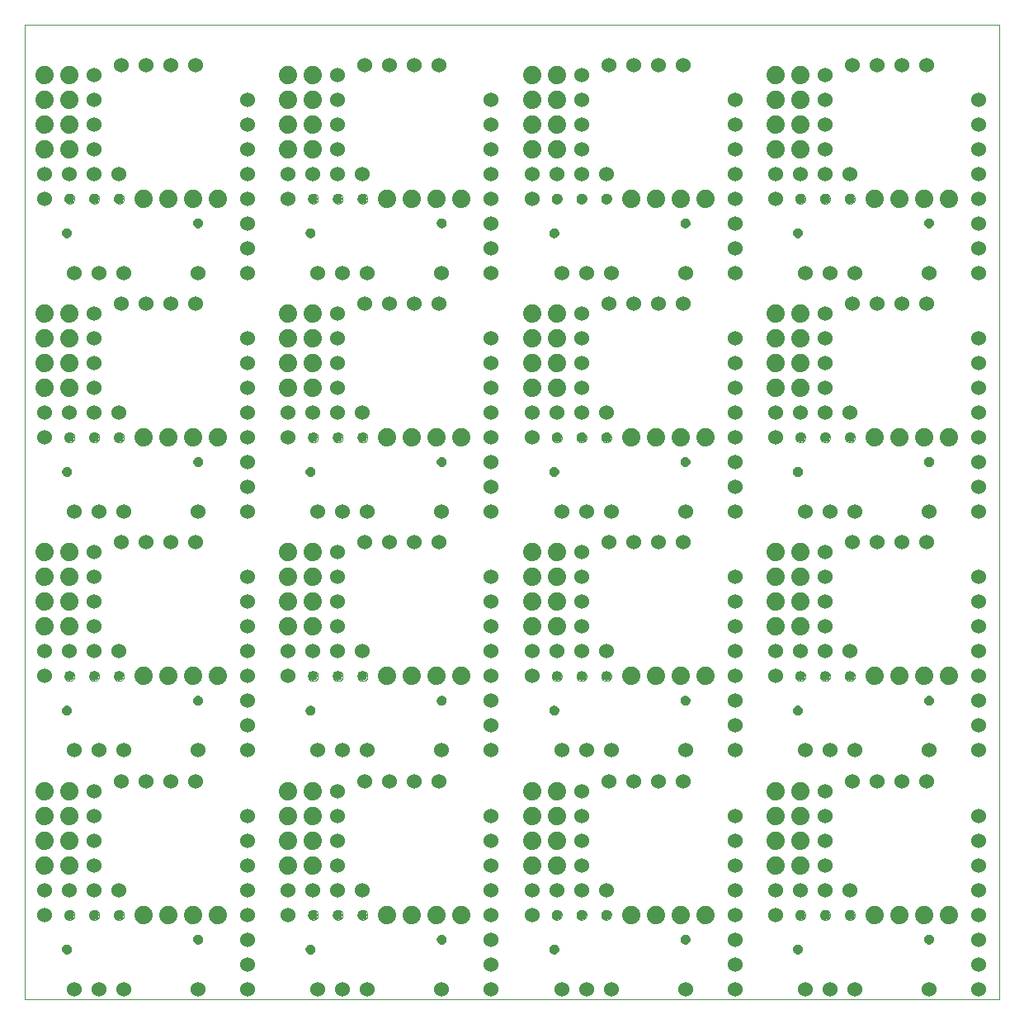
<source format=gbs>
G75*
%MOIN*%
%OFA0B0*%
%FSLAX25Y25*%
%IPPOS*%
%LPD*%
%AMOC8*
5,1,8,0,0,1.08239X$1,22.5*
%
%ADD10C,0.02000*%
%ADD11C,0.00000*%
%ADD12C,0.04000*%
%ADD13C,0.00394*%
%ADD14C,0.06000*%
%ADD15C,0.07400*%
D10*
X0020937Y0024969D02*
X0020939Y0025032D01*
X0020945Y0025094D01*
X0020955Y0025156D01*
X0020968Y0025218D01*
X0020986Y0025278D01*
X0021007Y0025337D01*
X0021032Y0025395D01*
X0021061Y0025451D01*
X0021093Y0025505D01*
X0021128Y0025557D01*
X0021166Y0025606D01*
X0021208Y0025654D01*
X0021252Y0025698D01*
X0021300Y0025740D01*
X0021349Y0025778D01*
X0021401Y0025813D01*
X0021455Y0025845D01*
X0021511Y0025874D01*
X0021569Y0025899D01*
X0021628Y0025920D01*
X0021688Y0025938D01*
X0021750Y0025951D01*
X0021812Y0025961D01*
X0021874Y0025967D01*
X0021937Y0025969D01*
X0022000Y0025967D01*
X0022062Y0025961D01*
X0022124Y0025951D01*
X0022186Y0025938D01*
X0022246Y0025920D01*
X0022305Y0025899D01*
X0022363Y0025874D01*
X0022419Y0025845D01*
X0022473Y0025813D01*
X0022525Y0025778D01*
X0022574Y0025740D01*
X0022622Y0025698D01*
X0022666Y0025654D01*
X0022708Y0025606D01*
X0022746Y0025557D01*
X0022781Y0025505D01*
X0022813Y0025451D01*
X0022842Y0025395D01*
X0022867Y0025337D01*
X0022888Y0025278D01*
X0022906Y0025218D01*
X0022919Y0025156D01*
X0022929Y0025094D01*
X0022935Y0025032D01*
X0022937Y0024969D01*
X0022935Y0024906D01*
X0022929Y0024844D01*
X0022919Y0024782D01*
X0022906Y0024720D01*
X0022888Y0024660D01*
X0022867Y0024601D01*
X0022842Y0024543D01*
X0022813Y0024487D01*
X0022781Y0024433D01*
X0022746Y0024381D01*
X0022708Y0024332D01*
X0022666Y0024284D01*
X0022622Y0024240D01*
X0022574Y0024198D01*
X0022525Y0024160D01*
X0022473Y0024125D01*
X0022419Y0024093D01*
X0022363Y0024064D01*
X0022305Y0024039D01*
X0022246Y0024018D01*
X0022186Y0024000D01*
X0022124Y0023987D01*
X0022062Y0023977D01*
X0022000Y0023971D01*
X0021937Y0023969D01*
X0021874Y0023971D01*
X0021812Y0023977D01*
X0021750Y0023987D01*
X0021688Y0024000D01*
X0021628Y0024018D01*
X0021569Y0024039D01*
X0021511Y0024064D01*
X0021455Y0024093D01*
X0021401Y0024125D01*
X0021349Y0024160D01*
X0021300Y0024198D01*
X0021252Y0024240D01*
X0021208Y0024284D01*
X0021166Y0024332D01*
X0021128Y0024381D01*
X0021093Y0024433D01*
X0021061Y0024487D01*
X0021032Y0024543D01*
X0021007Y0024601D01*
X0020986Y0024660D01*
X0020968Y0024720D01*
X0020955Y0024782D01*
X0020945Y0024844D01*
X0020939Y0024906D01*
X0020937Y0024969D01*
X0073937Y0028969D02*
X0073939Y0029032D01*
X0073945Y0029094D01*
X0073955Y0029156D01*
X0073968Y0029218D01*
X0073986Y0029278D01*
X0074007Y0029337D01*
X0074032Y0029395D01*
X0074061Y0029451D01*
X0074093Y0029505D01*
X0074128Y0029557D01*
X0074166Y0029606D01*
X0074208Y0029654D01*
X0074252Y0029698D01*
X0074300Y0029740D01*
X0074349Y0029778D01*
X0074401Y0029813D01*
X0074455Y0029845D01*
X0074511Y0029874D01*
X0074569Y0029899D01*
X0074628Y0029920D01*
X0074688Y0029938D01*
X0074750Y0029951D01*
X0074812Y0029961D01*
X0074874Y0029967D01*
X0074937Y0029969D01*
X0075000Y0029967D01*
X0075062Y0029961D01*
X0075124Y0029951D01*
X0075186Y0029938D01*
X0075246Y0029920D01*
X0075305Y0029899D01*
X0075363Y0029874D01*
X0075419Y0029845D01*
X0075473Y0029813D01*
X0075525Y0029778D01*
X0075574Y0029740D01*
X0075622Y0029698D01*
X0075666Y0029654D01*
X0075708Y0029606D01*
X0075746Y0029557D01*
X0075781Y0029505D01*
X0075813Y0029451D01*
X0075842Y0029395D01*
X0075867Y0029337D01*
X0075888Y0029278D01*
X0075906Y0029218D01*
X0075919Y0029156D01*
X0075929Y0029094D01*
X0075935Y0029032D01*
X0075937Y0028969D01*
X0075935Y0028906D01*
X0075929Y0028844D01*
X0075919Y0028782D01*
X0075906Y0028720D01*
X0075888Y0028660D01*
X0075867Y0028601D01*
X0075842Y0028543D01*
X0075813Y0028487D01*
X0075781Y0028433D01*
X0075746Y0028381D01*
X0075708Y0028332D01*
X0075666Y0028284D01*
X0075622Y0028240D01*
X0075574Y0028198D01*
X0075525Y0028160D01*
X0075473Y0028125D01*
X0075419Y0028093D01*
X0075363Y0028064D01*
X0075305Y0028039D01*
X0075246Y0028018D01*
X0075186Y0028000D01*
X0075124Y0027987D01*
X0075062Y0027977D01*
X0075000Y0027971D01*
X0074937Y0027969D01*
X0074874Y0027971D01*
X0074812Y0027977D01*
X0074750Y0027987D01*
X0074688Y0028000D01*
X0074628Y0028018D01*
X0074569Y0028039D01*
X0074511Y0028064D01*
X0074455Y0028093D01*
X0074401Y0028125D01*
X0074349Y0028160D01*
X0074300Y0028198D01*
X0074252Y0028240D01*
X0074208Y0028284D01*
X0074166Y0028332D01*
X0074128Y0028381D01*
X0074093Y0028433D01*
X0074061Y0028487D01*
X0074032Y0028543D01*
X0074007Y0028601D01*
X0073986Y0028660D01*
X0073968Y0028720D01*
X0073955Y0028782D01*
X0073945Y0028844D01*
X0073939Y0028906D01*
X0073937Y0028969D01*
X0119362Y0024969D02*
X0119364Y0025032D01*
X0119370Y0025094D01*
X0119380Y0025156D01*
X0119393Y0025218D01*
X0119411Y0025278D01*
X0119432Y0025337D01*
X0119457Y0025395D01*
X0119486Y0025451D01*
X0119518Y0025505D01*
X0119553Y0025557D01*
X0119591Y0025606D01*
X0119633Y0025654D01*
X0119677Y0025698D01*
X0119725Y0025740D01*
X0119774Y0025778D01*
X0119826Y0025813D01*
X0119880Y0025845D01*
X0119936Y0025874D01*
X0119994Y0025899D01*
X0120053Y0025920D01*
X0120113Y0025938D01*
X0120175Y0025951D01*
X0120237Y0025961D01*
X0120299Y0025967D01*
X0120362Y0025969D01*
X0120425Y0025967D01*
X0120487Y0025961D01*
X0120549Y0025951D01*
X0120611Y0025938D01*
X0120671Y0025920D01*
X0120730Y0025899D01*
X0120788Y0025874D01*
X0120844Y0025845D01*
X0120898Y0025813D01*
X0120950Y0025778D01*
X0120999Y0025740D01*
X0121047Y0025698D01*
X0121091Y0025654D01*
X0121133Y0025606D01*
X0121171Y0025557D01*
X0121206Y0025505D01*
X0121238Y0025451D01*
X0121267Y0025395D01*
X0121292Y0025337D01*
X0121313Y0025278D01*
X0121331Y0025218D01*
X0121344Y0025156D01*
X0121354Y0025094D01*
X0121360Y0025032D01*
X0121362Y0024969D01*
X0121360Y0024906D01*
X0121354Y0024844D01*
X0121344Y0024782D01*
X0121331Y0024720D01*
X0121313Y0024660D01*
X0121292Y0024601D01*
X0121267Y0024543D01*
X0121238Y0024487D01*
X0121206Y0024433D01*
X0121171Y0024381D01*
X0121133Y0024332D01*
X0121091Y0024284D01*
X0121047Y0024240D01*
X0120999Y0024198D01*
X0120950Y0024160D01*
X0120898Y0024125D01*
X0120844Y0024093D01*
X0120788Y0024064D01*
X0120730Y0024039D01*
X0120671Y0024018D01*
X0120611Y0024000D01*
X0120549Y0023987D01*
X0120487Y0023977D01*
X0120425Y0023971D01*
X0120362Y0023969D01*
X0120299Y0023971D01*
X0120237Y0023977D01*
X0120175Y0023987D01*
X0120113Y0024000D01*
X0120053Y0024018D01*
X0119994Y0024039D01*
X0119936Y0024064D01*
X0119880Y0024093D01*
X0119826Y0024125D01*
X0119774Y0024160D01*
X0119725Y0024198D01*
X0119677Y0024240D01*
X0119633Y0024284D01*
X0119591Y0024332D01*
X0119553Y0024381D01*
X0119518Y0024433D01*
X0119486Y0024487D01*
X0119457Y0024543D01*
X0119432Y0024601D01*
X0119411Y0024660D01*
X0119393Y0024720D01*
X0119380Y0024782D01*
X0119370Y0024844D01*
X0119364Y0024906D01*
X0119362Y0024969D01*
X0172362Y0028969D02*
X0172364Y0029032D01*
X0172370Y0029094D01*
X0172380Y0029156D01*
X0172393Y0029218D01*
X0172411Y0029278D01*
X0172432Y0029337D01*
X0172457Y0029395D01*
X0172486Y0029451D01*
X0172518Y0029505D01*
X0172553Y0029557D01*
X0172591Y0029606D01*
X0172633Y0029654D01*
X0172677Y0029698D01*
X0172725Y0029740D01*
X0172774Y0029778D01*
X0172826Y0029813D01*
X0172880Y0029845D01*
X0172936Y0029874D01*
X0172994Y0029899D01*
X0173053Y0029920D01*
X0173113Y0029938D01*
X0173175Y0029951D01*
X0173237Y0029961D01*
X0173299Y0029967D01*
X0173362Y0029969D01*
X0173425Y0029967D01*
X0173487Y0029961D01*
X0173549Y0029951D01*
X0173611Y0029938D01*
X0173671Y0029920D01*
X0173730Y0029899D01*
X0173788Y0029874D01*
X0173844Y0029845D01*
X0173898Y0029813D01*
X0173950Y0029778D01*
X0173999Y0029740D01*
X0174047Y0029698D01*
X0174091Y0029654D01*
X0174133Y0029606D01*
X0174171Y0029557D01*
X0174206Y0029505D01*
X0174238Y0029451D01*
X0174267Y0029395D01*
X0174292Y0029337D01*
X0174313Y0029278D01*
X0174331Y0029218D01*
X0174344Y0029156D01*
X0174354Y0029094D01*
X0174360Y0029032D01*
X0174362Y0028969D01*
X0174360Y0028906D01*
X0174354Y0028844D01*
X0174344Y0028782D01*
X0174331Y0028720D01*
X0174313Y0028660D01*
X0174292Y0028601D01*
X0174267Y0028543D01*
X0174238Y0028487D01*
X0174206Y0028433D01*
X0174171Y0028381D01*
X0174133Y0028332D01*
X0174091Y0028284D01*
X0174047Y0028240D01*
X0173999Y0028198D01*
X0173950Y0028160D01*
X0173898Y0028125D01*
X0173844Y0028093D01*
X0173788Y0028064D01*
X0173730Y0028039D01*
X0173671Y0028018D01*
X0173611Y0028000D01*
X0173549Y0027987D01*
X0173487Y0027977D01*
X0173425Y0027971D01*
X0173362Y0027969D01*
X0173299Y0027971D01*
X0173237Y0027977D01*
X0173175Y0027987D01*
X0173113Y0028000D01*
X0173053Y0028018D01*
X0172994Y0028039D01*
X0172936Y0028064D01*
X0172880Y0028093D01*
X0172826Y0028125D01*
X0172774Y0028160D01*
X0172725Y0028198D01*
X0172677Y0028240D01*
X0172633Y0028284D01*
X0172591Y0028332D01*
X0172553Y0028381D01*
X0172518Y0028433D01*
X0172486Y0028487D01*
X0172457Y0028543D01*
X0172432Y0028601D01*
X0172411Y0028660D01*
X0172393Y0028720D01*
X0172380Y0028782D01*
X0172370Y0028844D01*
X0172364Y0028906D01*
X0172362Y0028969D01*
X0217787Y0024969D02*
X0217789Y0025032D01*
X0217795Y0025094D01*
X0217805Y0025156D01*
X0217818Y0025218D01*
X0217836Y0025278D01*
X0217857Y0025337D01*
X0217882Y0025395D01*
X0217911Y0025451D01*
X0217943Y0025505D01*
X0217978Y0025557D01*
X0218016Y0025606D01*
X0218058Y0025654D01*
X0218102Y0025698D01*
X0218150Y0025740D01*
X0218199Y0025778D01*
X0218251Y0025813D01*
X0218305Y0025845D01*
X0218361Y0025874D01*
X0218419Y0025899D01*
X0218478Y0025920D01*
X0218538Y0025938D01*
X0218600Y0025951D01*
X0218662Y0025961D01*
X0218724Y0025967D01*
X0218787Y0025969D01*
X0218850Y0025967D01*
X0218912Y0025961D01*
X0218974Y0025951D01*
X0219036Y0025938D01*
X0219096Y0025920D01*
X0219155Y0025899D01*
X0219213Y0025874D01*
X0219269Y0025845D01*
X0219323Y0025813D01*
X0219375Y0025778D01*
X0219424Y0025740D01*
X0219472Y0025698D01*
X0219516Y0025654D01*
X0219558Y0025606D01*
X0219596Y0025557D01*
X0219631Y0025505D01*
X0219663Y0025451D01*
X0219692Y0025395D01*
X0219717Y0025337D01*
X0219738Y0025278D01*
X0219756Y0025218D01*
X0219769Y0025156D01*
X0219779Y0025094D01*
X0219785Y0025032D01*
X0219787Y0024969D01*
X0219785Y0024906D01*
X0219779Y0024844D01*
X0219769Y0024782D01*
X0219756Y0024720D01*
X0219738Y0024660D01*
X0219717Y0024601D01*
X0219692Y0024543D01*
X0219663Y0024487D01*
X0219631Y0024433D01*
X0219596Y0024381D01*
X0219558Y0024332D01*
X0219516Y0024284D01*
X0219472Y0024240D01*
X0219424Y0024198D01*
X0219375Y0024160D01*
X0219323Y0024125D01*
X0219269Y0024093D01*
X0219213Y0024064D01*
X0219155Y0024039D01*
X0219096Y0024018D01*
X0219036Y0024000D01*
X0218974Y0023987D01*
X0218912Y0023977D01*
X0218850Y0023971D01*
X0218787Y0023969D01*
X0218724Y0023971D01*
X0218662Y0023977D01*
X0218600Y0023987D01*
X0218538Y0024000D01*
X0218478Y0024018D01*
X0218419Y0024039D01*
X0218361Y0024064D01*
X0218305Y0024093D01*
X0218251Y0024125D01*
X0218199Y0024160D01*
X0218150Y0024198D01*
X0218102Y0024240D01*
X0218058Y0024284D01*
X0218016Y0024332D01*
X0217978Y0024381D01*
X0217943Y0024433D01*
X0217911Y0024487D01*
X0217882Y0024543D01*
X0217857Y0024601D01*
X0217836Y0024660D01*
X0217818Y0024720D01*
X0217805Y0024782D01*
X0217795Y0024844D01*
X0217789Y0024906D01*
X0217787Y0024969D01*
X0270787Y0028969D02*
X0270789Y0029032D01*
X0270795Y0029094D01*
X0270805Y0029156D01*
X0270818Y0029218D01*
X0270836Y0029278D01*
X0270857Y0029337D01*
X0270882Y0029395D01*
X0270911Y0029451D01*
X0270943Y0029505D01*
X0270978Y0029557D01*
X0271016Y0029606D01*
X0271058Y0029654D01*
X0271102Y0029698D01*
X0271150Y0029740D01*
X0271199Y0029778D01*
X0271251Y0029813D01*
X0271305Y0029845D01*
X0271361Y0029874D01*
X0271419Y0029899D01*
X0271478Y0029920D01*
X0271538Y0029938D01*
X0271600Y0029951D01*
X0271662Y0029961D01*
X0271724Y0029967D01*
X0271787Y0029969D01*
X0271850Y0029967D01*
X0271912Y0029961D01*
X0271974Y0029951D01*
X0272036Y0029938D01*
X0272096Y0029920D01*
X0272155Y0029899D01*
X0272213Y0029874D01*
X0272269Y0029845D01*
X0272323Y0029813D01*
X0272375Y0029778D01*
X0272424Y0029740D01*
X0272472Y0029698D01*
X0272516Y0029654D01*
X0272558Y0029606D01*
X0272596Y0029557D01*
X0272631Y0029505D01*
X0272663Y0029451D01*
X0272692Y0029395D01*
X0272717Y0029337D01*
X0272738Y0029278D01*
X0272756Y0029218D01*
X0272769Y0029156D01*
X0272779Y0029094D01*
X0272785Y0029032D01*
X0272787Y0028969D01*
X0272785Y0028906D01*
X0272779Y0028844D01*
X0272769Y0028782D01*
X0272756Y0028720D01*
X0272738Y0028660D01*
X0272717Y0028601D01*
X0272692Y0028543D01*
X0272663Y0028487D01*
X0272631Y0028433D01*
X0272596Y0028381D01*
X0272558Y0028332D01*
X0272516Y0028284D01*
X0272472Y0028240D01*
X0272424Y0028198D01*
X0272375Y0028160D01*
X0272323Y0028125D01*
X0272269Y0028093D01*
X0272213Y0028064D01*
X0272155Y0028039D01*
X0272096Y0028018D01*
X0272036Y0028000D01*
X0271974Y0027987D01*
X0271912Y0027977D01*
X0271850Y0027971D01*
X0271787Y0027969D01*
X0271724Y0027971D01*
X0271662Y0027977D01*
X0271600Y0027987D01*
X0271538Y0028000D01*
X0271478Y0028018D01*
X0271419Y0028039D01*
X0271361Y0028064D01*
X0271305Y0028093D01*
X0271251Y0028125D01*
X0271199Y0028160D01*
X0271150Y0028198D01*
X0271102Y0028240D01*
X0271058Y0028284D01*
X0271016Y0028332D01*
X0270978Y0028381D01*
X0270943Y0028433D01*
X0270911Y0028487D01*
X0270882Y0028543D01*
X0270857Y0028601D01*
X0270836Y0028660D01*
X0270818Y0028720D01*
X0270805Y0028782D01*
X0270795Y0028844D01*
X0270789Y0028906D01*
X0270787Y0028969D01*
X0316213Y0024969D02*
X0316215Y0025032D01*
X0316221Y0025094D01*
X0316231Y0025156D01*
X0316244Y0025218D01*
X0316262Y0025278D01*
X0316283Y0025337D01*
X0316308Y0025395D01*
X0316337Y0025451D01*
X0316369Y0025505D01*
X0316404Y0025557D01*
X0316442Y0025606D01*
X0316484Y0025654D01*
X0316528Y0025698D01*
X0316576Y0025740D01*
X0316625Y0025778D01*
X0316677Y0025813D01*
X0316731Y0025845D01*
X0316787Y0025874D01*
X0316845Y0025899D01*
X0316904Y0025920D01*
X0316964Y0025938D01*
X0317026Y0025951D01*
X0317088Y0025961D01*
X0317150Y0025967D01*
X0317213Y0025969D01*
X0317276Y0025967D01*
X0317338Y0025961D01*
X0317400Y0025951D01*
X0317462Y0025938D01*
X0317522Y0025920D01*
X0317581Y0025899D01*
X0317639Y0025874D01*
X0317695Y0025845D01*
X0317749Y0025813D01*
X0317801Y0025778D01*
X0317850Y0025740D01*
X0317898Y0025698D01*
X0317942Y0025654D01*
X0317984Y0025606D01*
X0318022Y0025557D01*
X0318057Y0025505D01*
X0318089Y0025451D01*
X0318118Y0025395D01*
X0318143Y0025337D01*
X0318164Y0025278D01*
X0318182Y0025218D01*
X0318195Y0025156D01*
X0318205Y0025094D01*
X0318211Y0025032D01*
X0318213Y0024969D01*
X0318211Y0024906D01*
X0318205Y0024844D01*
X0318195Y0024782D01*
X0318182Y0024720D01*
X0318164Y0024660D01*
X0318143Y0024601D01*
X0318118Y0024543D01*
X0318089Y0024487D01*
X0318057Y0024433D01*
X0318022Y0024381D01*
X0317984Y0024332D01*
X0317942Y0024284D01*
X0317898Y0024240D01*
X0317850Y0024198D01*
X0317801Y0024160D01*
X0317749Y0024125D01*
X0317695Y0024093D01*
X0317639Y0024064D01*
X0317581Y0024039D01*
X0317522Y0024018D01*
X0317462Y0024000D01*
X0317400Y0023987D01*
X0317338Y0023977D01*
X0317276Y0023971D01*
X0317213Y0023969D01*
X0317150Y0023971D01*
X0317088Y0023977D01*
X0317026Y0023987D01*
X0316964Y0024000D01*
X0316904Y0024018D01*
X0316845Y0024039D01*
X0316787Y0024064D01*
X0316731Y0024093D01*
X0316677Y0024125D01*
X0316625Y0024160D01*
X0316576Y0024198D01*
X0316528Y0024240D01*
X0316484Y0024284D01*
X0316442Y0024332D01*
X0316404Y0024381D01*
X0316369Y0024433D01*
X0316337Y0024487D01*
X0316308Y0024543D01*
X0316283Y0024601D01*
X0316262Y0024660D01*
X0316244Y0024720D01*
X0316231Y0024782D01*
X0316221Y0024844D01*
X0316215Y0024906D01*
X0316213Y0024969D01*
X0369213Y0028969D02*
X0369215Y0029032D01*
X0369221Y0029094D01*
X0369231Y0029156D01*
X0369244Y0029218D01*
X0369262Y0029278D01*
X0369283Y0029337D01*
X0369308Y0029395D01*
X0369337Y0029451D01*
X0369369Y0029505D01*
X0369404Y0029557D01*
X0369442Y0029606D01*
X0369484Y0029654D01*
X0369528Y0029698D01*
X0369576Y0029740D01*
X0369625Y0029778D01*
X0369677Y0029813D01*
X0369731Y0029845D01*
X0369787Y0029874D01*
X0369845Y0029899D01*
X0369904Y0029920D01*
X0369964Y0029938D01*
X0370026Y0029951D01*
X0370088Y0029961D01*
X0370150Y0029967D01*
X0370213Y0029969D01*
X0370276Y0029967D01*
X0370338Y0029961D01*
X0370400Y0029951D01*
X0370462Y0029938D01*
X0370522Y0029920D01*
X0370581Y0029899D01*
X0370639Y0029874D01*
X0370695Y0029845D01*
X0370749Y0029813D01*
X0370801Y0029778D01*
X0370850Y0029740D01*
X0370898Y0029698D01*
X0370942Y0029654D01*
X0370984Y0029606D01*
X0371022Y0029557D01*
X0371057Y0029505D01*
X0371089Y0029451D01*
X0371118Y0029395D01*
X0371143Y0029337D01*
X0371164Y0029278D01*
X0371182Y0029218D01*
X0371195Y0029156D01*
X0371205Y0029094D01*
X0371211Y0029032D01*
X0371213Y0028969D01*
X0371211Y0028906D01*
X0371205Y0028844D01*
X0371195Y0028782D01*
X0371182Y0028720D01*
X0371164Y0028660D01*
X0371143Y0028601D01*
X0371118Y0028543D01*
X0371089Y0028487D01*
X0371057Y0028433D01*
X0371022Y0028381D01*
X0370984Y0028332D01*
X0370942Y0028284D01*
X0370898Y0028240D01*
X0370850Y0028198D01*
X0370801Y0028160D01*
X0370749Y0028125D01*
X0370695Y0028093D01*
X0370639Y0028064D01*
X0370581Y0028039D01*
X0370522Y0028018D01*
X0370462Y0028000D01*
X0370400Y0027987D01*
X0370338Y0027977D01*
X0370276Y0027971D01*
X0370213Y0027969D01*
X0370150Y0027971D01*
X0370088Y0027977D01*
X0370026Y0027987D01*
X0369964Y0028000D01*
X0369904Y0028018D01*
X0369845Y0028039D01*
X0369787Y0028064D01*
X0369731Y0028093D01*
X0369677Y0028125D01*
X0369625Y0028160D01*
X0369576Y0028198D01*
X0369528Y0028240D01*
X0369484Y0028284D01*
X0369442Y0028332D01*
X0369404Y0028381D01*
X0369369Y0028433D01*
X0369337Y0028487D01*
X0369308Y0028543D01*
X0369283Y0028601D01*
X0369262Y0028660D01*
X0369244Y0028720D01*
X0369231Y0028782D01*
X0369221Y0028844D01*
X0369215Y0028906D01*
X0369213Y0028969D01*
X0316213Y0121425D02*
X0316215Y0121488D01*
X0316221Y0121550D01*
X0316231Y0121612D01*
X0316244Y0121674D01*
X0316262Y0121734D01*
X0316283Y0121793D01*
X0316308Y0121851D01*
X0316337Y0121907D01*
X0316369Y0121961D01*
X0316404Y0122013D01*
X0316442Y0122062D01*
X0316484Y0122110D01*
X0316528Y0122154D01*
X0316576Y0122196D01*
X0316625Y0122234D01*
X0316677Y0122269D01*
X0316731Y0122301D01*
X0316787Y0122330D01*
X0316845Y0122355D01*
X0316904Y0122376D01*
X0316964Y0122394D01*
X0317026Y0122407D01*
X0317088Y0122417D01*
X0317150Y0122423D01*
X0317213Y0122425D01*
X0317276Y0122423D01*
X0317338Y0122417D01*
X0317400Y0122407D01*
X0317462Y0122394D01*
X0317522Y0122376D01*
X0317581Y0122355D01*
X0317639Y0122330D01*
X0317695Y0122301D01*
X0317749Y0122269D01*
X0317801Y0122234D01*
X0317850Y0122196D01*
X0317898Y0122154D01*
X0317942Y0122110D01*
X0317984Y0122062D01*
X0318022Y0122013D01*
X0318057Y0121961D01*
X0318089Y0121907D01*
X0318118Y0121851D01*
X0318143Y0121793D01*
X0318164Y0121734D01*
X0318182Y0121674D01*
X0318195Y0121612D01*
X0318205Y0121550D01*
X0318211Y0121488D01*
X0318213Y0121425D01*
X0318211Y0121362D01*
X0318205Y0121300D01*
X0318195Y0121238D01*
X0318182Y0121176D01*
X0318164Y0121116D01*
X0318143Y0121057D01*
X0318118Y0120999D01*
X0318089Y0120943D01*
X0318057Y0120889D01*
X0318022Y0120837D01*
X0317984Y0120788D01*
X0317942Y0120740D01*
X0317898Y0120696D01*
X0317850Y0120654D01*
X0317801Y0120616D01*
X0317749Y0120581D01*
X0317695Y0120549D01*
X0317639Y0120520D01*
X0317581Y0120495D01*
X0317522Y0120474D01*
X0317462Y0120456D01*
X0317400Y0120443D01*
X0317338Y0120433D01*
X0317276Y0120427D01*
X0317213Y0120425D01*
X0317150Y0120427D01*
X0317088Y0120433D01*
X0317026Y0120443D01*
X0316964Y0120456D01*
X0316904Y0120474D01*
X0316845Y0120495D01*
X0316787Y0120520D01*
X0316731Y0120549D01*
X0316677Y0120581D01*
X0316625Y0120616D01*
X0316576Y0120654D01*
X0316528Y0120696D01*
X0316484Y0120740D01*
X0316442Y0120788D01*
X0316404Y0120837D01*
X0316369Y0120889D01*
X0316337Y0120943D01*
X0316308Y0120999D01*
X0316283Y0121057D01*
X0316262Y0121116D01*
X0316244Y0121176D01*
X0316231Y0121238D01*
X0316221Y0121300D01*
X0316215Y0121362D01*
X0316213Y0121425D01*
X0270787Y0125425D02*
X0270789Y0125488D01*
X0270795Y0125550D01*
X0270805Y0125612D01*
X0270818Y0125674D01*
X0270836Y0125734D01*
X0270857Y0125793D01*
X0270882Y0125851D01*
X0270911Y0125907D01*
X0270943Y0125961D01*
X0270978Y0126013D01*
X0271016Y0126062D01*
X0271058Y0126110D01*
X0271102Y0126154D01*
X0271150Y0126196D01*
X0271199Y0126234D01*
X0271251Y0126269D01*
X0271305Y0126301D01*
X0271361Y0126330D01*
X0271419Y0126355D01*
X0271478Y0126376D01*
X0271538Y0126394D01*
X0271600Y0126407D01*
X0271662Y0126417D01*
X0271724Y0126423D01*
X0271787Y0126425D01*
X0271850Y0126423D01*
X0271912Y0126417D01*
X0271974Y0126407D01*
X0272036Y0126394D01*
X0272096Y0126376D01*
X0272155Y0126355D01*
X0272213Y0126330D01*
X0272269Y0126301D01*
X0272323Y0126269D01*
X0272375Y0126234D01*
X0272424Y0126196D01*
X0272472Y0126154D01*
X0272516Y0126110D01*
X0272558Y0126062D01*
X0272596Y0126013D01*
X0272631Y0125961D01*
X0272663Y0125907D01*
X0272692Y0125851D01*
X0272717Y0125793D01*
X0272738Y0125734D01*
X0272756Y0125674D01*
X0272769Y0125612D01*
X0272779Y0125550D01*
X0272785Y0125488D01*
X0272787Y0125425D01*
X0272785Y0125362D01*
X0272779Y0125300D01*
X0272769Y0125238D01*
X0272756Y0125176D01*
X0272738Y0125116D01*
X0272717Y0125057D01*
X0272692Y0124999D01*
X0272663Y0124943D01*
X0272631Y0124889D01*
X0272596Y0124837D01*
X0272558Y0124788D01*
X0272516Y0124740D01*
X0272472Y0124696D01*
X0272424Y0124654D01*
X0272375Y0124616D01*
X0272323Y0124581D01*
X0272269Y0124549D01*
X0272213Y0124520D01*
X0272155Y0124495D01*
X0272096Y0124474D01*
X0272036Y0124456D01*
X0271974Y0124443D01*
X0271912Y0124433D01*
X0271850Y0124427D01*
X0271787Y0124425D01*
X0271724Y0124427D01*
X0271662Y0124433D01*
X0271600Y0124443D01*
X0271538Y0124456D01*
X0271478Y0124474D01*
X0271419Y0124495D01*
X0271361Y0124520D01*
X0271305Y0124549D01*
X0271251Y0124581D01*
X0271199Y0124616D01*
X0271150Y0124654D01*
X0271102Y0124696D01*
X0271058Y0124740D01*
X0271016Y0124788D01*
X0270978Y0124837D01*
X0270943Y0124889D01*
X0270911Y0124943D01*
X0270882Y0124999D01*
X0270857Y0125057D01*
X0270836Y0125116D01*
X0270818Y0125176D01*
X0270805Y0125238D01*
X0270795Y0125300D01*
X0270789Y0125362D01*
X0270787Y0125425D01*
X0217787Y0121425D02*
X0217789Y0121488D01*
X0217795Y0121550D01*
X0217805Y0121612D01*
X0217818Y0121674D01*
X0217836Y0121734D01*
X0217857Y0121793D01*
X0217882Y0121851D01*
X0217911Y0121907D01*
X0217943Y0121961D01*
X0217978Y0122013D01*
X0218016Y0122062D01*
X0218058Y0122110D01*
X0218102Y0122154D01*
X0218150Y0122196D01*
X0218199Y0122234D01*
X0218251Y0122269D01*
X0218305Y0122301D01*
X0218361Y0122330D01*
X0218419Y0122355D01*
X0218478Y0122376D01*
X0218538Y0122394D01*
X0218600Y0122407D01*
X0218662Y0122417D01*
X0218724Y0122423D01*
X0218787Y0122425D01*
X0218850Y0122423D01*
X0218912Y0122417D01*
X0218974Y0122407D01*
X0219036Y0122394D01*
X0219096Y0122376D01*
X0219155Y0122355D01*
X0219213Y0122330D01*
X0219269Y0122301D01*
X0219323Y0122269D01*
X0219375Y0122234D01*
X0219424Y0122196D01*
X0219472Y0122154D01*
X0219516Y0122110D01*
X0219558Y0122062D01*
X0219596Y0122013D01*
X0219631Y0121961D01*
X0219663Y0121907D01*
X0219692Y0121851D01*
X0219717Y0121793D01*
X0219738Y0121734D01*
X0219756Y0121674D01*
X0219769Y0121612D01*
X0219779Y0121550D01*
X0219785Y0121488D01*
X0219787Y0121425D01*
X0219785Y0121362D01*
X0219779Y0121300D01*
X0219769Y0121238D01*
X0219756Y0121176D01*
X0219738Y0121116D01*
X0219717Y0121057D01*
X0219692Y0120999D01*
X0219663Y0120943D01*
X0219631Y0120889D01*
X0219596Y0120837D01*
X0219558Y0120788D01*
X0219516Y0120740D01*
X0219472Y0120696D01*
X0219424Y0120654D01*
X0219375Y0120616D01*
X0219323Y0120581D01*
X0219269Y0120549D01*
X0219213Y0120520D01*
X0219155Y0120495D01*
X0219096Y0120474D01*
X0219036Y0120456D01*
X0218974Y0120443D01*
X0218912Y0120433D01*
X0218850Y0120427D01*
X0218787Y0120425D01*
X0218724Y0120427D01*
X0218662Y0120433D01*
X0218600Y0120443D01*
X0218538Y0120456D01*
X0218478Y0120474D01*
X0218419Y0120495D01*
X0218361Y0120520D01*
X0218305Y0120549D01*
X0218251Y0120581D01*
X0218199Y0120616D01*
X0218150Y0120654D01*
X0218102Y0120696D01*
X0218058Y0120740D01*
X0218016Y0120788D01*
X0217978Y0120837D01*
X0217943Y0120889D01*
X0217911Y0120943D01*
X0217882Y0120999D01*
X0217857Y0121057D01*
X0217836Y0121116D01*
X0217818Y0121176D01*
X0217805Y0121238D01*
X0217795Y0121300D01*
X0217789Y0121362D01*
X0217787Y0121425D01*
X0172362Y0125425D02*
X0172364Y0125488D01*
X0172370Y0125550D01*
X0172380Y0125612D01*
X0172393Y0125674D01*
X0172411Y0125734D01*
X0172432Y0125793D01*
X0172457Y0125851D01*
X0172486Y0125907D01*
X0172518Y0125961D01*
X0172553Y0126013D01*
X0172591Y0126062D01*
X0172633Y0126110D01*
X0172677Y0126154D01*
X0172725Y0126196D01*
X0172774Y0126234D01*
X0172826Y0126269D01*
X0172880Y0126301D01*
X0172936Y0126330D01*
X0172994Y0126355D01*
X0173053Y0126376D01*
X0173113Y0126394D01*
X0173175Y0126407D01*
X0173237Y0126417D01*
X0173299Y0126423D01*
X0173362Y0126425D01*
X0173425Y0126423D01*
X0173487Y0126417D01*
X0173549Y0126407D01*
X0173611Y0126394D01*
X0173671Y0126376D01*
X0173730Y0126355D01*
X0173788Y0126330D01*
X0173844Y0126301D01*
X0173898Y0126269D01*
X0173950Y0126234D01*
X0173999Y0126196D01*
X0174047Y0126154D01*
X0174091Y0126110D01*
X0174133Y0126062D01*
X0174171Y0126013D01*
X0174206Y0125961D01*
X0174238Y0125907D01*
X0174267Y0125851D01*
X0174292Y0125793D01*
X0174313Y0125734D01*
X0174331Y0125674D01*
X0174344Y0125612D01*
X0174354Y0125550D01*
X0174360Y0125488D01*
X0174362Y0125425D01*
X0174360Y0125362D01*
X0174354Y0125300D01*
X0174344Y0125238D01*
X0174331Y0125176D01*
X0174313Y0125116D01*
X0174292Y0125057D01*
X0174267Y0124999D01*
X0174238Y0124943D01*
X0174206Y0124889D01*
X0174171Y0124837D01*
X0174133Y0124788D01*
X0174091Y0124740D01*
X0174047Y0124696D01*
X0173999Y0124654D01*
X0173950Y0124616D01*
X0173898Y0124581D01*
X0173844Y0124549D01*
X0173788Y0124520D01*
X0173730Y0124495D01*
X0173671Y0124474D01*
X0173611Y0124456D01*
X0173549Y0124443D01*
X0173487Y0124433D01*
X0173425Y0124427D01*
X0173362Y0124425D01*
X0173299Y0124427D01*
X0173237Y0124433D01*
X0173175Y0124443D01*
X0173113Y0124456D01*
X0173053Y0124474D01*
X0172994Y0124495D01*
X0172936Y0124520D01*
X0172880Y0124549D01*
X0172826Y0124581D01*
X0172774Y0124616D01*
X0172725Y0124654D01*
X0172677Y0124696D01*
X0172633Y0124740D01*
X0172591Y0124788D01*
X0172553Y0124837D01*
X0172518Y0124889D01*
X0172486Y0124943D01*
X0172457Y0124999D01*
X0172432Y0125057D01*
X0172411Y0125116D01*
X0172393Y0125176D01*
X0172380Y0125238D01*
X0172370Y0125300D01*
X0172364Y0125362D01*
X0172362Y0125425D01*
X0119362Y0121425D02*
X0119364Y0121488D01*
X0119370Y0121550D01*
X0119380Y0121612D01*
X0119393Y0121674D01*
X0119411Y0121734D01*
X0119432Y0121793D01*
X0119457Y0121851D01*
X0119486Y0121907D01*
X0119518Y0121961D01*
X0119553Y0122013D01*
X0119591Y0122062D01*
X0119633Y0122110D01*
X0119677Y0122154D01*
X0119725Y0122196D01*
X0119774Y0122234D01*
X0119826Y0122269D01*
X0119880Y0122301D01*
X0119936Y0122330D01*
X0119994Y0122355D01*
X0120053Y0122376D01*
X0120113Y0122394D01*
X0120175Y0122407D01*
X0120237Y0122417D01*
X0120299Y0122423D01*
X0120362Y0122425D01*
X0120425Y0122423D01*
X0120487Y0122417D01*
X0120549Y0122407D01*
X0120611Y0122394D01*
X0120671Y0122376D01*
X0120730Y0122355D01*
X0120788Y0122330D01*
X0120844Y0122301D01*
X0120898Y0122269D01*
X0120950Y0122234D01*
X0120999Y0122196D01*
X0121047Y0122154D01*
X0121091Y0122110D01*
X0121133Y0122062D01*
X0121171Y0122013D01*
X0121206Y0121961D01*
X0121238Y0121907D01*
X0121267Y0121851D01*
X0121292Y0121793D01*
X0121313Y0121734D01*
X0121331Y0121674D01*
X0121344Y0121612D01*
X0121354Y0121550D01*
X0121360Y0121488D01*
X0121362Y0121425D01*
X0121360Y0121362D01*
X0121354Y0121300D01*
X0121344Y0121238D01*
X0121331Y0121176D01*
X0121313Y0121116D01*
X0121292Y0121057D01*
X0121267Y0120999D01*
X0121238Y0120943D01*
X0121206Y0120889D01*
X0121171Y0120837D01*
X0121133Y0120788D01*
X0121091Y0120740D01*
X0121047Y0120696D01*
X0120999Y0120654D01*
X0120950Y0120616D01*
X0120898Y0120581D01*
X0120844Y0120549D01*
X0120788Y0120520D01*
X0120730Y0120495D01*
X0120671Y0120474D01*
X0120611Y0120456D01*
X0120549Y0120443D01*
X0120487Y0120433D01*
X0120425Y0120427D01*
X0120362Y0120425D01*
X0120299Y0120427D01*
X0120237Y0120433D01*
X0120175Y0120443D01*
X0120113Y0120456D01*
X0120053Y0120474D01*
X0119994Y0120495D01*
X0119936Y0120520D01*
X0119880Y0120549D01*
X0119826Y0120581D01*
X0119774Y0120616D01*
X0119725Y0120654D01*
X0119677Y0120696D01*
X0119633Y0120740D01*
X0119591Y0120788D01*
X0119553Y0120837D01*
X0119518Y0120889D01*
X0119486Y0120943D01*
X0119457Y0120999D01*
X0119432Y0121057D01*
X0119411Y0121116D01*
X0119393Y0121176D01*
X0119380Y0121238D01*
X0119370Y0121300D01*
X0119364Y0121362D01*
X0119362Y0121425D01*
X0073937Y0125425D02*
X0073939Y0125488D01*
X0073945Y0125550D01*
X0073955Y0125612D01*
X0073968Y0125674D01*
X0073986Y0125734D01*
X0074007Y0125793D01*
X0074032Y0125851D01*
X0074061Y0125907D01*
X0074093Y0125961D01*
X0074128Y0126013D01*
X0074166Y0126062D01*
X0074208Y0126110D01*
X0074252Y0126154D01*
X0074300Y0126196D01*
X0074349Y0126234D01*
X0074401Y0126269D01*
X0074455Y0126301D01*
X0074511Y0126330D01*
X0074569Y0126355D01*
X0074628Y0126376D01*
X0074688Y0126394D01*
X0074750Y0126407D01*
X0074812Y0126417D01*
X0074874Y0126423D01*
X0074937Y0126425D01*
X0075000Y0126423D01*
X0075062Y0126417D01*
X0075124Y0126407D01*
X0075186Y0126394D01*
X0075246Y0126376D01*
X0075305Y0126355D01*
X0075363Y0126330D01*
X0075419Y0126301D01*
X0075473Y0126269D01*
X0075525Y0126234D01*
X0075574Y0126196D01*
X0075622Y0126154D01*
X0075666Y0126110D01*
X0075708Y0126062D01*
X0075746Y0126013D01*
X0075781Y0125961D01*
X0075813Y0125907D01*
X0075842Y0125851D01*
X0075867Y0125793D01*
X0075888Y0125734D01*
X0075906Y0125674D01*
X0075919Y0125612D01*
X0075929Y0125550D01*
X0075935Y0125488D01*
X0075937Y0125425D01*
X0075935Y0125362D01*
X0075929Y0125300D01*
X0075919Y0125238D01*
X0075906Y0125176D01*
X0075888Y0125116D01*
X0075867Y0125057D01*
X0075842Y0124999D01*
X0075813Y0124943D01*
X0075781Y0124889D01*
X0075746Y0124837D01*
X0075708Y0124788D01*
X0075666Y0124740D01*
X0075622Y0124696D01*
X0075574Y0124654D01*
X0075525Y0124616D01*
X0075473Y0124581D01*
X0075419Y0124549D01*
X0075363Y0124520D01*
X0075305Y0124495D01*
X0075246Y0124474D01*
X0075186Y0124456D01*
X0075124Y0124443D01*
X0075062Y0124433D01*
X0075000Y0124427D01*
X0074937Y0124425D01*
X0074874Y0124427D01*
X0074812Y0124433D01*
X0074750Y0124443D01*
X0074688Y0124456D01*
X0074628Y0124474D01*
X0074569Y0124495D01*
X0074511Y0124520D01*
X0074455Y0124549D01*
X0074401Y0124581D01*
X0074349Y0124616D01*
X0074300Y0124654D01*
X0074252Y0124696D01*
X0074208Y0124740D01*
X0074166Y0124788D01*
X0074128Y0124837D01*
X0074093Y0124889D01*
X0074061Y0124943D01*
X0074032Y0124999D01*
X0074007Y0125057D01*
X0073986Y0125116D01*
X0073968Y0125176D01*
X0073955Y0125238D01*
X0073945Y0125300D01*
X0073939Y0125362D01*
X0073937Y0125425D01*
X0020937Y0121425D02*
X0020939Y0121488D01*
X0020945Y0121550D01*
X0020955Y0121612D01*
X0020968Y0121674D01*
X0020986Y0121734D01*
X0021007Y0121793D01*
X0021032Y0121851D01*
X0021061Y0121907D01*
X0021093Y0121961D01*
X0021128Y0122013D01*
X0021166Y0122062D01*
X0021208Y0122110D01*
X0021252Y0122154D01*
X0021300Y0122196D01*
X0021349Y0122234D01*
X0021401Y0122269D01*
X0021455Y0122301D01*
X0021511Y0122330D01*
X0021569Y0122355D01*
X0021628Y0122376D01*
X0021688Y0122394D01*
X0021750Y0122407D01*
X0021812Y0122417D01*
X0021874Y0122423D01*
X0021937Y0122425D01*
X0022000Y0122423D01*
X0022062Y0122417D01*
X0022124Y0122407D01*
X0022186Y0122394D01*
X0022246Y0122376D01*
X0022305Y0122355D01*
X0022363Y0122330D01*
X0022419Y0122301D01*
X0022473Y0122269D01*
X0022525Y0122234D01*
X0022574Y0122196D01*
X0022622Y0122154D01*
X0022666Y0122110D01*
X0022708Y0122062D01*
X0022746Y0122013D01*
X0022781Y0121961D01*
X0022813Y0121907D01*
X0022842Y0121851D01*
X0022867Y0121793D01*
X0022888Y0121734D01*
X0022906Y0121674D01*
X0022919Y0121612D01*
X0022929Y0121550D01*
X0022935Y0121488D01*
X0022937Y0121425D01*
X0022935Y0121362D01*
X0022929Y0121300D01*
X0022919Y0121238D01*
X0022906Y0121176D01*
X0022888Y0121116D01*
X0022867Y0121057D01*
X0022842Y0120999D01*
X0022813Y0120943D01*
X0022781Y0120889D01*
X0022746Y0120837D01*
X0022708Y0120788D01*
X0022666Y0120740D01*
X0022622Y0120696D01*
X0022574Y0120654D01*
X0022525Y0120616D01*
X0022473Y0120581D01*
X0022419Y0120549D01*
X0022363Y0120520D01*
X0022305Y0120495D01*
X0022246Y0120474D01*
X0022186Y0120456D01*
X0022124Y0120443D01*
X0022062Y0120433D01*
X0022000Y0120427D01*
X0021937Y0120425D01*
X0021874Y0120427D01*
X0021812Y0120433D01*
X0021750Y0120443D01*
X0021688Y0120456D01*
X0021628Y0120474D01*
X0021569Y0120495D01*
X0021511Y0120520D01*
X0021455Y0120549D01*
X0021401Y0120581D01*
X0021349Y0120616D01*
X0021300Y0120654D01*
X0021252Y0120696D01*
X0021208Y0120740D01*
X0021166Y0120788D01*
X0021128Y0120837D01*
X0021093Y0120889D01*
X0021061Y0120943D01*
X0021032Y0120999D01*
X0021007Y0121057D01*
X0020986Y0121116D01*
X0020968Y0121176D01*
X0020955Y0121238D01*
X0020945Y0121300D01*
X0020939Y0121362D01*
X0020937Y0121425D01*
X0020937Y0217882D02*
X0020939Y0217945D01*
X0020945Y0218007D01*
X0020955Y0218069D01*
X0020968Y0218131D01*
X0020986Y0218191D01*
X0021007Y0218250D01*
X0021032Y0218308D01*
X0021061Y0218364D01*
X0021093Y0218418D01*
X0021128Y0218470D01*
X0021166Y0218519D01*
X0021208Y0218567D01*
X0021252Y0218611D01*
X0021300Y0218653D01*
X0021349Y0218691D01*
X0021401Y0218726D01*
X0021455Y0218758D01*
X0021511Y0218787D01*
X0021569Y0218812D01*
X0021628Y0218833D01*
X0021688Y0218851D01*
X0021750Y0218864D01*
X0021812Y0218874D01*
X0021874Y0218880D01*
X0021937Y0218882D01*
X0022000Y0218880D01*
X0022062Y0218874D01*
X0022124Y0218864D01*
X0022186Y0218851D01*
X0022246Y0218833D01*
X0022305Y0218812D01*
X0022363Y0218787D01*
X0022419Y0218758D01*
X0022473Y0218726D01*
X0022525Y0218691D01*
X0022574Y0218653D01*
X0022622Y0218611D01*
X0022666Y0218567D01*
X0022708Y0218519D01*
X0022746Y0218470D01*
X0022781Y0218418D01*
X0022813Y0218364D01*
X0022842Y0218308D01*
X0022867Y0218250D01*
X0022888Y0218191D01*
X0022906Y0218131D01*
X0022919Y0218069D01*
X0022929Y0218007D01*
X0022935Y0217945D01*
X0022937Y0217882D01*
X0022935Y0217819D01*
X0022929Y0217757D01*
X0022919Y0217695D01*
X0022906Y0217633D01*
X0022888Y0217573D01*
X0022867Y0217514D01*
X0022842Y0217456D01*
X0022813Y0217400D01*
X0022781Y0217346D01*
X0022746Y0217294D01*
X0022708Y0217245D01*
X0022666Y0217197D01*
X0022622Y0217153D01*
X0022574Y0217111D01*
X0022525Y0217073D01*
X0022473Y0217038D01*
X0022419Y0217006D01*
X0022363Y0216977D01*
X0022305Y0216952D01*
X0022246Y0216931D01*
X0022186Y0216913D01*
X0022124Y0216900D01*
X0022062Y0216890D01*
X0022000Y0216884D01*
X0021937Y0216882D01*
X0021874Y0216884D01*
X0021812Y0216890D01*
X0021750Y0216900D01*
X0021688Y0216913D01*
X0021628Y0216931D01*
X0021569Y0216952D01*
X0021511Y0216977D01*
X0021455Y0217006D01*
X0021401Y0217038D01*
X0021349Y0217073D01*
X0021300Y0217111D01*
X0021252Y0217153D01*
X0021208Y0217197D01*
X0021166Y0217245D01*
X0021128Y0217294D01*
X0021093Y0217346D01*
X0021061Y0217400D01*
X0021032Y0217456D01*
X0021007Y0217514D01*
X0020986Y0217573D01*
X0020968Y0217633D01*
X0020955Y0217695D01*
X0020945Y0217757D01*
X0020939Y0217819D01*
X0020937Y0217882D01*
X0073937Y0221882D02*
X0073939Y0221945D01*
X0073945Y0222007D01*
X0073955Y0222069D01*
X0073968Y0222131D01*
X0073986Y0222191D01*
X0074007Y0222250D01*
X0074032Y0222308D01*
X0074061Y0222364D01*
X0074093Y0222418D01*
X0074128Y0222470D01*
X0074166Y0222519D01*
X0074208Y0222567D01*
X0074252Y0222611D01*
X0074300Y0222653D01*
X0074349Y0222691D01*
X0074401Y0222726D01*
X0074455Y0222758D01*
X0074511Y0222787D01*
X0074569Y0222812D01*
X0074628Y0222833D01*
X0074688Y0222851D01*
X0074750Y0222864D01*
X0074812Y0222874D01*
X0074874Y0222880D01*
X0074937Y0222882D01*
X0075000Y0222880D01*
X0075062Y0222874D01*
X0075124Y0222864D01*
X0075186Y0222851D01*
X0075246Y0222833D01*
X0075305Y0222812D01*
X0075363Y0222787D01*
X0075419Y0222758D01*
X0075473Y0222726D01*
X0075525Y0222691D01*
X0075574Y0222653D01*
X0075622Y0222611D01*
X0075666Y0222567D01*
X0075708Y0222519D01*
X0075746Y0222470D01*
X0075781Y0222418D01*
X0075813Y0222364D01*
X0075842Y0222308D01*
X0075867Y0222250D01*
X0075888Y0222191D01*
X0075906Y0222131D01*
X0075919Y0222069D01*
X0075929Y0222007D01*
X0075935Y0221945D01*
X0075937Y0221882D01*
X0075935Y0221819D01*
X0075929Y0221757D01*
X0075919Y0221695D01*
X0075906Y0221633D01*
X0075888Y0221573D01*
X0075867Y0221514D01*
X0075842Y0221456D01*
X0075813Y0221400D01*
X0075781Y0221346D01*
X0075746Y0221294D01*
X0075708Y0221245D01*
X0075666Y0221197D01*
X0075622Y0221153D01*
X0075574Y0221111D01*
X0075525Y0221073D01*
X0075473Y0221038D01*
X0075419Y0221006D01*
X0075363Y0220977D01*
X0075305Y0220952D01*
X0075246Y0220931D01*
X0075186Y0220913D01*
X0075124Y0220900D01*
X0075062Y0220890D01*
X0075000Y0220884D01*
X0074937Y0220882D01*
X0074874Y0220884D01*
X0074812Y0220890D01*
X0074750Y0220900D01*
X0074688Y0220913D01*
X0074628Y0220931D01*
X0074569Y0220952D01*
X0074511Y0220977D01*
X0074455Y0221006D01*
X0074401Y0221038D01*
X0074349Y0221073D01*
X0074300Y0221111D01*
X0074252Y0221153D01*
X0074208Y0221197D01*
X0074166Y0221245D01*
X0074128Y0221294D01*
X0074093Y0221346D01*
X0074061Y0221400D01*
X0074032Y0221456D01*
X0074007Y0221514D01*
X0073986Y0221573D01*
X0073968Y0221633D01*
X0073955Y0221695D01*
X0073945Y0221757D01*
X0073939Y0221819D01*
X0073937Y0221882D01*
X0119362Y0217882D02*
X0119364Y0217945D01*
X0119370Y0218007D01*
X0119380Y0218069D01*
X0119393Y0218131D01*
X0119411Y0218191D01*
X0119432Y0218250D01*
X0119457Y0218308D01*
X0119486Y0218364D01*
X0119518Y0218418D01*
X0119553Y0218470D01*
X0119591Y0218519D01*
X0119633Y0218567D01*
X0119677Y0218611D01*
X0119725Y0218653D01*
X0119774Y0218691D01*
X0119826Y0218726D01*
X0119880Y0218758D01*
X0119936Y0218787D01*
X0119994Y0218812D01*
X0120053Y0218833D01*
X0120113Y0218851D01*
X0120175Y0218864D01*
X0120237Y0218874D01*
X0120299Y0218880D01*
X0120362Y0218882D01*
X0120425Y0218880D01*
X0120487Y0218874D01*
X0120549Y0218864D01*
X0120611Y0218851D01*
X0120671Y0218833D01*
X0120730Y0218812D01*
X0120788Y0218787D01*
X0120844Y0218758D01*
X0120898Y0218726D01*
X0120950Y0218691D01*
X0120999Y0218653D01*
X0121047Y0218611D01*
X0121091Y0218567D01*
X0121133Y0218519D01*
X0121171Y0218470D01*
X0121206Y0218418D01*
X0121238Y0218364D01*
X0121267Y0218308D01*
X0121292Y0218250D01*
X0121313Y0218191D01*
X0121331Y0218131D01*
X0121344Y0218069D01*
X0121354Y0218007D01*
X0121360Y0217945D01*
X0121362Y0217882D01*
X0121360Y0217819D01*
X0121354Y0217757D01*
X0121344Y0217695D01*
X0121331Y0217633D01*
X0121313Y0217573D01*
X0121292Y0217514D01*
X0121267Y0217456D01*
X0121238Y0217400D01*
X0121206Y0217346D01*
X0121171Y0217294D01*
X0121133Y0217245D01*
X0121091Y0217197D01*
X0121047Y0217153D01*
X0120999Y0217111D01*
X0120950Y0217073D01*
X0120898Y0217038D01*
X0120844Y0217006D01*
X0120788Y0216977D01*
X0120730Y0216952D01*
X0120671Y0216931D01*
X0120611Y0216913D01*
X0120549Y0216900D01*
X0120487Y0216890D01*
X0120425Y0216884D01*
X0120362Y0216882D01*
X0120299Y0216884D01*
X0120237Y0216890D01*
X0120175Y0216900D01*
X0120113Y0216913D01*
X0120053Y0216931D01*
X0119994Y0216952D01*
X0119936Y0216977D01*
X0119880Y0217006D01*
X0119826Y0217038D01*
X0119774Y0217073D01*
X0119725Y0217111D01*
X0119677Y0217153D01*
X0119633Y0217197D01*
X0119591Y0217245D01*
X0119553Y0217294D01*
X0119518Y0217346D01*
X0119486Y0217400D01*
X0119457Y0217456D01*
X0119432Y0217514D01*
X0119411Y0217573D01*
X0119393Y0217633D01*
X0119380Y0217695D01*
X0119370Y0217757D01*
X0119364Y0217819D01*
X0119362Y0217882D01*
X0172362Y0221882D02*
X0172364Y0221945D01*
X0172370Y0222007D01*
X0172380Y0222069D01*
X0172393Y0222131D01*
X0172411Y0222191D01*
X0172432Y0222250D01*
X0172457Y0222308D01*
X0172486Y0222364D01*
X0172518Y0222418D01*
X0172553Y0222470D01*
X0172591Y0222519D01*
X0172633Y0222567D01*
X0172677Y0222611D01*
X0172725Y0222653D01*
X0172774Y0222691D01*
X0172826Y0222726D01*
X0172880Y0222758D01*
X0172936Y0222787D01*
X0172994Y0222812D01*
X0173053Y0222833D01*
X0173113Y0222851D01*
X0173175Y0222864D01*
X0173237Y0222874D01*
X0173299Y0222880D01*
X0173362Y0222882D01*
X0173425Y0222880D01*
X0173487Y0222874D01*
X0173549Y0222864D01*
X0173611Y0222851D01*
X0173671Y0222833D01*
X0173730Y0222812D01*
X0173788Y0222787D01*
X0173844Y0222758D01*
X0173898Y0222726D01*
X0173950Y0222691D01*
X0173999Y0222653D01*
X0174047Y0222611D01*
X0174091Y0222567D01*
X0174133Y0222519D01*
X0174171Y0222470D01*
X0174206Y0222418D01*
X0174238Y0222364D01*
X0174267Y0222308D01*
X0174292Y0222250D01*
X0174313Y0222191D01*
X0174331Y0222131D01*
X0174344Y0222069D01*
X0174354Y0222007D01*
X0174360Y0221945D01*
X0174362Y0221882D01*
X0174360Y0221819D01*
X0174354Y0221757D01*
X0174344Y0221695D01*
X0174331Y0221633D01*
X0174313Y0221573D01*
X0174292Y0221514D01*
X0174267Y0221456D01*
X0174238Y0221400D01*
X0174206Y0221346D01*
X0174171Y0221294D01*
X0174133Y0221245D01*
X0174091Y0221197D01*
X0174047Y0221153D01*
X0173999Y0221111D01*
X0173950Y0221073D01*
X0173898Y0221038D01*
X0173844Y0221006D01*
X0173788Y0220977D01*
X0173730Y0220952D01*
X0173671Y0220931D01*
X0173611Y0220913D01*
X0173549Y0220900D01*
X0173487Y0220890D01*
X0173425Y0220884D01*
X0173362Y0220882D01*
X0173299Y0220884D01*
X0173237Y0220890D01*
X0173175Y0220900D01*
X0173113Y0220913D01*
X0173053Y0220931D01*
X0172994Y0220952D01*
X0172936Y0220977D01*
X0172880Y0221006D01*
X0172826Y0221038D01*
X0172774Y0221073D01*
X0172725Y0221111D01*
X0172677Y0221153D01*
X0172633Y0221197D01*
X0172591Y0221245D01*
X0172553Y0221294D01*
X0172518Y0221346D01*
X0172486Y0221400D01*
X0172457Y0221456D01*
X0172432Y0221514D01*
X0172411Y0221573D01*
X0172393Y0221633D01*
X0172380Y0221695D01*
X0172370Y0221757D01*
X0172364Y0221819D01*
X0172362Y0221882D01*
X0217787Y0217882D02*
X0217789Y0217945D01*
X0217795Y0218007D01*
X0217805Y0218069D01*
X0217818Y0218131D01*
X0217836Y0218191D01*
X0217857Y0218250D01*
X0217882Y0218308D01*
X0217911Y0218364D01*
X0217943Y0218418D01*
X0217978Y0218470D01*
X0218016Y0218519D01*
X0218058Y0218567D01*
X0218102Y0218611D01*
X0218150Y0218653D01*
X0218199Y0218691D01*
X0218251Y0218726D01*
X0218305Y0218758D01*
X0218361Y0218787D01*
X0218419Y0218812D01*
X0218478Y0218833D01*
X0218538Y0218851D01*
X0218600Y0218864D01*
X0218662Y0218874D01*
X0218724Y0218880D01*
X0218787Y0218882D01*
X0218850Y0218880D01*
X0218912Y0218874D01*
X0218974Y0218864D01*
X0219036Y0218851D01*
X0219096Y0218833D01*
X0219155Y0218812D01*
X0219213Y0218787D01*
X0219269Y0218758D01*
X0219323Y0218726D01*
X0219375Y0218691D01*
X0219424Y0218653D01*
X0219472Y0218611D01*
X0219516Y0218567D01*
X0219558Y0218519D01*
X0219596Y0218470D01*
X0219631Y0218418D01*
X0219663Y0218364D01*
X0219692Y0218308D01*
X0219717Y0218250D01*
X0219738Y0218191D01*
X0219756Y0218131D01*
X0219769Y0218069D01*
X0219779Y0218007D01*
X0219785Y0217945D01*
X0219787Y0217882D01*
X0219785Y0217819D01*
X0219779Y0217757D01*
X0219769Y0217695D01*
X0219756Y0217633D01*
X0219738Y0217573D01*
X0219717Y0217514D01*
X0219692Y0217456D01*
X0219663Y0217400D01*
X0219631Y0217346D01*
X0219596Y0217294D01*
X0219558Y0217245D01*
X0219516Y0217197D01*
X0219472Y0217153D01*
X0219424Y0217111D01*
X0219375Y0217073D01*
X0219323Y0217038D01*
X0219269Y0217006D01*
X0219213Y0216977D01*
X0219155Y0216952D01*
X0219096Y0216931D01*
X0219036Y0216913D01*
X0218974Y0216900D01*
X0218912Y0216890D01*
X0218850Y0216884D01*
X0218787Y0216882D01*
X0218724Y0216884D01*
X0218662Y0216890D01*
X0218600Y0216900D01*
X0218538Y0216913D01*
X0218478Y0216931D01*
X0218419Y0216952D01*
X0218361Y0216977D01*
X0218305Y0217006D01*
X0218251Y0217038D01*
X0218199Y0217073D01*
X0218150Y0217111D01*
X0218102Y0217153D01*
X0218058Y0217197D01*
X0218016Y0217245D01*
X0217978Y0217294D01*
X0217943Y0217346D01*
X0217911Y0217400D01*
X0217882Y0217456D01*
X0217857Y0217514D01*
X0217836Y0217573D01*
X0217818Y0217633D01*
X0217805Y0217695D01*
X0217795Y0217757D01*
X0217789Y0217819D01*
X0217787Y0217882D01*
X0270787Y0221882D02*
X0270789Y0221945D01*
X0270795Y0222007D01*
X0270805Y0222069D01*
X0270818Y0222131D01*
X0270836Y0222191D01*
X0270857Y0222250D01*
X0270882Y0222308D01*
X0270911Y0222364D01*
X0270943Y0222418D01*
X0270978Y0222470D01*
X0271016Y0222519D01*
X0271058Y0222567D01*
X0271102Y0222611D01*
X0271150Y0222653D01*
X0271199Y0222691D01*
X0271251Y0222726D01*
X0271305Y0222758D01*
X0271361Y0222787D01*
X0271419Y0222812D01*
X0271478Y0222833D01*
X0271538Y0222851D01*
X0271600Y0222864D01*
X0271662Y0222874D01*
X0271724Y0222880D01*
X0271787Y0222882D01*
X0271850Y0222880D01*
X0271912Y0222874D01*
X0271974Y0222864D01*
X0272036Y0222851D01*
X0272096Y0222833D01*
X0272155Y0222812D01*
X0272213Y0222787D01*
X0272269Y0222758D01*
X0272323Y0222726D01*
X0272375Y0222691D01*
X0272424Y0222653D01*
X0272472Y0222611D01*
X0272516Y0222567D01*
X0272558Y0222519D01*
X0272596Y0222470D01*
X0272631Y0222418D01*
X0272663Y0222364D01*
X0272692Y0222308D01*
X0272717Y0222250D01*
X0272738Y0222191D01*
X0272756Y0222131D01*
X0272769Y0222069D01*
X0272779Y0222007D01*
X0272785Y0221945D01*
X0272787Y0221882D01*
X0272785Y0221819D01*
X0272779Y0221757D01*
X0272769Y0221695D01*
X0272756Y0221633D01*
X0272738Y0221573D01*
X0272717Y0221514D01*
X0272692Y0221456D01*
X0272663Y0221400D01*
X0272631Y0221346D01*
X0272596Y0221294D01*
X0272558Y0221245D01*
X0272516Y0221197D01*
X0272472Y0221153D01*
X0272424Y0221111D01*
X0272375Y0221073D01*
X0272323Y0221038D01*
X0272269Y0221006D01*
X0272213Y0220977D01*
X0272155Y0220952D01*
X0272096Y0220931D01*
X0272036Y0220913D01*
X0271974Y0220900D01*
X0271912Y0220890D01*
X0271850Y0220884D01*
X0271787Y0220882D01*
X0271724Y0220884D01*
X0271662Y0220890D01*
X0271600Y0220900D01*
X0271538Y0220913D01*
X0271478Y0220931D01*
X0271419Y0220952D01*
X0271361Y0220977D01*
X0271305Y0221006D01*
X0271251Y0221038D01*
X0271199Y0221073D01*
X0271150Y0221111D01*
X0271102Y0221153D01*
X0271058Y0221197D01*
X0271016Y0221245D01*
X0270978Y0221294D01*
X0270943Y0221346D01*
X0270911Y0221400D01*
X0270882Y0221456D01*
X0270857Y0221514D01*
X0270836Y0221573D01*
X0270818Y0221633D01*
X0270805Y0221695D01*
X0270795Y0221757D01*
X0270789Y0221819D01*
X0270787Y0221882D01*
X0316213Y0217882D02*
X0316215Y0217945D01*
X0316221Y0218007D01*
X0316231Y0218069D01*
X0316244Y0218131D01*
X0316262Y0218191D01*
X0316283Y0218250D01*
X0316308Y0218308D01*
X0316337Y0218364D01*
X0316369Y0218418D01*
X0316404Y0218470D01*
X0316442Y0218519D01*
X0316484Y0218567D01*
X0316528Y0218611D01*
X0316576Y0218653D01*
X0316625Y0218691D01*
X0316677Y0218726D01*
X0316731Y0218758D01*
X0316787Y0218787D01*
X0316845Y0218812D01*
X0316904Y0218833D01*
X0316964Y0218851D01*
X0317026Y0218864D01*
X0317088Y0218874D01*
X0317150Y0218880D01*
X0317213Y0218882D01*
X0317276Y0218880D01*
X0317338Y0218874D01*
X0317400Y0218864D01*
X0317462Y0218851D01*
X0317522Y0218833D01*
X0317581Y0218812D01*
X0317639Y0218787D01*
X0317695Y0218758D01*
X0317749Y0218726D01*
X0317801Y0218691D01*
X0317850Y0218653D01*
X0317898Y0218611D01*
X0317942Y0218567D01*
X0317984Y0218519D01*
X0318022Y0218470D01*
X0318057Y0218418D01*
X0318089Y0218364D01*
X0318118Y0218308D01*
X0318143Y0218250D01*
X0318164Y0218191D01*
X0318182Y0218131D01*
X0318195Y0218069D01*
X0318205Y0218007D01*
X0318211Y0217945D01*
X0318213Y0217882D01*
X0318211Y0217819D01*
X0318205Y0217757D01*
X0318195Y0217695D01*
X0318182Y0217633D01*
X0318164Y0217573D01*
X0318143Y0217514D01*
X0318118Y0217456D01*
X0318089Y0217400D01*
X0318057Y0217346D01*
X0318022Y0217294D01*
X0317984Y0217245D01*
X0317942Y0217197D01*
X0317898Y0217153D01*
X0317850Y0217111D01*
X0317801Y0217073D01*
X0317749Y0217038D01*
X0317695Y0217006D01*
X0317639Y0216977D01*
X0317581Y0216952D01*
X0317522Y0216931D01*
X0317462Y0216913D01*
X0317400Y0216900D01*
X0317338Y0216890D01*
X0317276Y0216884D01*
X0317213Y0216882D01*
X0317150Y0216884D01*
X0317088Y0216890D01*
X0317026Y0216900D01*
X0316964Y0216913D01*
X0316904Y0216931D01*
X0316845Y0216952D01*
X0316787Y0216977D01*
X0316731Y0217006D01*
X0316677Y0217038D01*
X0316625Y0217073D01*
X0316576Y0217111D01*
X0316528Y0217153D01*
X0316484Y0217197D01*
X0316442Y0217245D01*
X0316404Y0217294D01*
X0316369Y0217346D01*
X0316337Y0217400D01*
X0316308Y0217456D01*
X0316283Y0217514D01*
X0316262Y0217573D01*
X0316244Y0217633D01*
X0316231Y0217695D01*
X0316221Y0217757D01*
X0316215Y0217819D01*
X0316213Y0217882D01*
X0369213Y0221882D02*
X0369215Y0221945D01*
X0369221Y0222007D01*
X0369231Y0222069D01*
X0369244Y0222131D01*
X0369262Y0222191D01*
X0369283Y0222250D01*
X0369308Y0222308D01*
X0369337Y0222364D01*
X0369369Y0222418D01*
X0369404Y0222470D01*
X0369442Y0222519D01*
X0369484Y0222567D01*
X0369528Y0222611D01*
X0369576Y0222653D01*
X0369625Y0222691D01*
X0369677Y0222726D01*
X0369731Y0222758D01*
X0369787Y0222787D01*
X0369845Y0222812D01*
X0369904Y0222833D01*
X0369964Y0222851D01*
X0370026Y0222864D01*
X0370088Y0222874D01*
X0370150Y0222880D01*
X0370213Y0222882D01*
X0370276Y0222880D01*
X0370338Y0222874D01*
X0370400Y0222864D01*
X0370462Y0222851D01*
X0370522Y0222833D01*
X0370581Y0222812D01*
X0370639Y0222787D01*
X0370695Y0222758D01*
X0370749Y0222726D01*
X0370801Y0222691D01*
X0370850Y0222653D01*
X0370898Y0222611D01*
X0370942Y0222567D01*
X0370984Y0222519D01*
X0371022Y0222470D01*
X0371057Y0222418D01*
X0371089Y0222364D01*
X0371118Y0222308D01*
X0371143Y0222250D01*
X0371164Y0222191D01*
X0371182Y0222131D01*
X0371195Y0222069D01*
X0371205Y0222007D01*
X0371211Y0221945D01*
X0371213Y0221882D01*
X0371211Y0221819D01*
X0371205Y0221757D01*
X0371195Y0221695D01*
X0371182Y0221633D01*
X0371164Y0221573D01*
X0371143Y0221514D01*
X0371118Y0221456D01*
X0371089Y0221400D01*
X0371057Y0221346D01*
X0371022Y0221294D01*
X0370984Y0221245D01*
X0370942Y0221197D01*
X0370898Y0221153D01*
X0370850Y0221111D01*
X0370801Y0221073D01*
X0370749Y0221038D01*
X0370695Y0221006D01*
X0370639Y0220977D01*
X0370581Y0220952D01*
X0370522Y0220931D01*
X0370462Y0220913D01*
X0370400Y0220900D01*
X0370338Y0220890D01*
X0370276Y0220884D01*
X0370213Y0220882D01*
X0370150Y0220884D01*
X0370088Y0220890D01*
X0370026Y0220900D01*
X0369964Y0220913D01*
X0369904Y0220931D01*
X0369845Y0220952D01*
X0369787Y0220977D01*
X0369731Y0221006D01*
X0369677Y0221038D01*
X0369625Y0221073D01*
X0369576Y0221111D01*
X0369528Y0221153D01*
X0369484Y0221197D01*
X0369442Y0221245D01*
X0369404Y0221294D01*
X0369369Y0221346D01*
X0369337Y0221400D01*
X0369308Y0221456D01*
X0369283Y0221514D01*
X0369262Y0221573D01*
X0369244Y0221633D01*
X0369231Y0221695D01*
X0369221Y0221757D01*
X0369215Y0221819D01*
X0369213Y0221882D01*
X0316213Y0314339D02*
X0316215Y0314402D01*
X0316221Y0314464D01*
X0316231Y0314526D01*
X0316244Y0314588D01*
X0316262Y0314648D01*
X0316283Y0314707D01*
X0316308Y0314765D01*
X0316337Y0314821D01*
X0316369Y0314875D01*
X0316404Y0314927D01*
X0316442Y0314976D01*
X0316484Y0315024D01*
X0316528Y0315068D01*
X0316576Y0315110D01*
X0316625Y0315148D01*
X0316677Y0315183D01*
X0316731Y0315215D01*
X0316787Y0315244D01*
X0316845Y0315269D01*
X0316904Y0315290D01*
X0316964Y0315308D01*
X0317026Y0315321D01*
X0317088Y0315331D01*
X0317150Y0315337D01*
X0317213Y0315339D01*
X0317276Y0315337D01*
X0317338Y0315331D01*
X0317400Y0315321D01*
X0317462Y0315308D01*
X0317522Y0315290D01*
X0317581Y0315269D01*
X0317639Y0315244D01*
X0317695Y0315215D01*
X0317749Y0315183D01*
X0317801Y0315148D01*
X0317850Y0315110D01*
X0317898Y0315068D01*
X0317942Y0315024D01*
X0317984Y0314976D01*
X0318022Y0314927D01*
X0318057Y0314875D01*
X0318089Y0314821D01*
X0318118Y0314765D01*
X0318143Y0314707D01*
X0318164Y0314648D01*
X0318182Y0314588D01*
X0318195Y0314526D01*
X0318205Y0314464D01*
X0318211Y0314402D01*
X0318213Y0314339D01*
X0318211Y0314276D01*
X0318205Y0314214D01*
X0318195Y0314152D01*
X0318182Y0314090D01*
X0318164Y0314030D01*
X0318143Y0313971D01*
X0318118Y0313913D01*
X0318089Y0313857D01*
X0318057Y0313803D01*
X0318022Y0313751D01*
X0317984Y0313702D01*
X0317942Y0313654D01*
X0317898Y0313610D01*
X0317850Y0313568D01*
X0317801Y0313530D01*
X0317749Y0313495D01*
X0317695Y0313463D01*
X0317639Y0313434D01*
X0317581Y0313409D01*
X0317522Y0313388D01*
X0317462Y0313370D01*
X0317400Y0313357D01*
X0317338Y0313347D01*
X0317276Y0313341D01*
X0317213Y0313339D01*
X0317150Y0313341D01*
X0317088Y0313347D01*
X0317026Y0313357D01*
X0316964Y0313370D01*
X0316904Y0313388D01*
X0316845Y0313409D01*
X0316787Y0313434D01*
X0316731Y0313463D01*
X0316677Y0313495D01*
X0316625Y0313530D01*
X0316576Y0313568D01*
X0316528Y0313610D01*
X0316484Y0313654D01*
X0316442Y0313702D01*
X0316404Y0313751D01*
X0316369Y0313803D01*
X0316337Y0313857D01*
X0316308Y0313913D01*
X0316283Y0313971D01*
X0316262Y0314030D01*
X0316244Y0314090D01*
X0316231Y0314152D01*
X0316221Y0314214D01*
X0316215Y0314276D01*
X0316213Y0314339D01*
X0270787Y0318339D02*
X0270789Y0318402D01*
X0270795Y0318464D01*
X0270805Y0318526D01*
X0270818Y0318588D01*
X0270836Y0318648D01*
X0270857Y0318707D01*
X0270882Y0318765D01*
X0270911Y0318821D01*
X0270943Y0318875D01*
X0270978Y0318927D01*
X0271016Y0318976D01*
X0271058Y0319024D01*
X0271102Y0319068D01*
X0271150Y0319110D01*
X0271199Y0319148D01*
X0271251Y0319183D01*
X0271305Y0319215D01*
X0271361Y0319244D01*
X0271419Y0319269D01*
X0271478Y0319290D01*
X0271538Y0319308D01*
X0271600Y0319321D01*
X0271662Y0319331D01*
X0271724Y0319337D01*
X0271787Y0319339D01*
X0271850Y0319337D01*
X0271912Y0319331D01*
X0271974Y0319321D01*
X0272036Y0319308D01*
X0272096Y0319290D01*
X0272155Y0319269D01*
X0272213Y0319244D01*
X0272269Y0319215D01*
X0272323Y0319183D01*
X0272375Y0319148D01*
X0272424Y0319110D01*
X0272472Y0319068D01*
X0272516Y0319024D01*
X0272558Y0318976D01*
X0272596Y0318927D01*
X0272631Y0318875D01*
X0272663Y0318821D01*
X0272692Y0318765D01*
X0272717Y0318707D01*
X0272738Y0318648D01*
X0272756Y0318588D01*
X0272769Y0318526D01*
X0272779Y0318464D01*
X0272785Y0318402D01*
X0272787Y0318339D01*
X0272785Y0318276D01*
X0272779Y0318214D01*
X0272769Y0318152D01*
X0272756Y0318090D01*
X0272738Y0318030D01*
X0272717Y0317971D01*
X0272692Y0317913D01*
X0272663Y0317857D01*
X0272631Y0317803D01*
X0272596Y0317751D01*
X0272558Y0317702D01*
X0272516Y0317654D01*
X0272472Y0317610D01*
X0272424Y0317568D01*
X0272375Y0317530D01*
X0272323Y0317495D01*
X0272269Y0317463D01*
X0272213Y0317434D01*
X0272155Y0317409D01*
X0272096Y0317388D01*
X0272036Y0317370D01*
X0271974Y0317357D01*
X0271912Y0317347D01*
X0271850Y0317341D01*
X0271787Y0317339D01*
X0271724Y0317341D01*
X0271662Y0317347D01*
X0271600Y0317357D01*
X0271538Y0317370D01*
X0271478Y0317388D01*
X0271419Y0317409D01*
X0271361Y0317434D01*
X0271305Y0317463D01*
X0271251Y0317495D01*
X0271199Y0317530D01*
X0271150Y0317568D01*
X0271102Y0317610D01*
X0271058Y0317654D01*
X0271016Y0317702D01*
X0270978Y0317751D01*
X0270943Y0317803D01*
X0270911Y0317857D01*
X0270882Y0317913D01*
X0270857Y0317971D01*
X0270836Y0318030D01*
X0270818Y0318090D01*
X0270805Y0318152D01*
X0270795Y0318214D01*
X0270789Y0318276D01*
X0270787Y0318339D01*
X0217787Y0314339D02*
X0217789Y0314402D01*
X0217795Y0314464D01*
X0217805Y0314526D01*
X0217818Y0314588D01*
X0217836Y0314648D01*
X0217857Y0314707D01*
X0217882Y0314765D01*
X0217911Y0314821D01*
X0217943Y0314875D01*
X0217978Y0314927D01*
X0218016Y0314976D01*
X0218058Y0315024D01*
X0218102Y0315068D01*
X0218150Y0315110D01*
X0218199Y0315148D01*
X0218251Y0315183D01*
X0218305Y0315215D01*
X0218361Y0315244D01*
X0218419Y0315269D01*
X0218478Y0315290D01*
X0218538Y0315308D01*
X0218600Y0315321D01*
X0218662Y0315331D01*
X0218724Y0315337D01*
X0218787Y0315339D01*
X0218850Y0315337D01*
X0218912Y0315331D01*
X0218974Y0315321D01*
X0219036Y0315308D01*
X0219096Y0315290D01*
X0219155Y0315269D01*
X0219213Y0315244D01*
X0219269Y0315215D01*
X0219323Y0315183D01*
X0219375Y0315148D01*
X0219424Y0315110D01*
X0219472Y0315068D01*
X0219516Y0315024D01*
X0219558Y0314976D01*
X0219596Y0314927D01*
X0219631Y0314875D01*
X0219663Y0314821D01*
X0219692Y0314765D01*
X0219717Y0314707D01*
X0219738Y0314648D01*
X0219756Y0314588D01*
X0219769Y0314526D01*
X0219779Y0314464D01*
X0219785Y0314402D01*
X0219787Y0314339D01*
X0219785Y0314276D01*
X0219779Y0314214D01*
X0219769Y0314152D01*
X0219756Y0314090D01*
X0219738Y0314030D01*
X0219717Y0313971D01*
X0219692Y0313913D01*
X0219663Y0313857D01*
X0219631Y0313803D01*
X0219596Y0313751D01*
X0219558Y0313702D01*
X0219516Y0313654D01*
X0219472Y0313610D01*
X0219424Y0313568D01*
X0219375Y0313530D01*
X0219323Y0313495D01*
X0219269Y0313463D01*
X0219213Y0313434D01*
X0219155Y0313409D01*
X0219096Y0313388D01*
X0219036Y0313370D01*
X0218974Y0313357D01*
X0218912Y0313347D01*
X0218850Y0313341D01*
X0218787Y0313339D01*
X0218724Y0313341D01*
X0218662Y0313347D01*
X0218600Y0313357D01*
X0218538Y0313370D01*
X0218478Y0313388D01*
X0218419Y0313409D01*
X0218361Y0313434D01*
X0218305Y0313463D01*
X0218251Y0313495D01*
X0218199Y0313530D01*
X0218150Y0313568D01*
X0218102Y0313610D01*
X0218058Y0313654D01*
X0218016Y0313702D01*
X0217978Y0313751D01*
X0217943Y0313803D01*
X0217911Y0313857D01*
X0217882Y0313913D01*
X0217857Y0313971D01*
X0217836Y0314030D01*
X0217818Y0314090D01*
X0217805Y0314152D01*
X0217795Y0314214D01*
X0217789Y0314276D01*
X0217787Y0314339D01*
X0172362Y0318339D02*
X0172364Y0318402D01*
X0172370Y0318464D01*
X0172380Y0318526D01*
X0172393Y0318588D01*
X0172411Y0318648D01*
X0172432Y0318707D01*
X0172457Y0318765D01*
X0172486Y0318821D01*
X0172518Y0318875D01*
X0172553Y0318927D01*
X0172591Y0318976D01*
X0172633Y0319024D01*
X0172677Y0319068D01*
X0172725Y0319110D01*
X0172774Y0319148D01*
X0172826Y0319183D01*
X0172880Y0319215D01*
X0172936Y0319244D01*
X0172994Y0319269D01*
X0173053Y0319290D01*
X0173113Y0319308D01*
X0173175Y0319321D01*
X0173237Y0319331D01*
X0173299Y0319337D01*
X0173362Y0319339D01*
X0173425Y0319337D01*
X0173487Y0319331D01*
X0173549Y0319321D01*
X0173611Y0319308D01*
X0173671Y0319290D01*
X0173730Y0319269D01*
X0173788Y0319244D01*
X0173844Y0319215D01*
X0173898Y0319183D01*
X0173950Y0319148D01*
X0173999Y0319110D01*
X0174047Y0319068D01*
X0174091Y0319024D01*
X0174133Y0318976D01*
X0174171Y0318927D01*
X0174206Y0318875D01*
X0174238Y0318821D01*
X0174267Y0318765D01*
X0174292Y0318707D01*
X0174313Y0318648D01*
X0174331Y0318588D01*
X0174344Y0318526D01*
X0174354Y0318464D01*
X0174360Y0318402D01*
X0174362Y0318339D01*
X0174360Y0318276D01*
X0174354Y0318214D01*
X0174344Y0318152D01*
X0174331Y0318090D01*
X0174313Y0318030D01*
X0174292Y0317971D01*
X0174267Y0317913D01*
X0174238Y0317857D01*
X0174206Y0317803D01*
X0174171Y0317751D01*
X0174133Y0317702D01*
X0174091Y0317654D01*
X0174047Y0317610D01*
X0173999Y0317568D01*
X0173950Y0317530D01*
X0173898Y0317495D01*
X0173844Y0317463D01*
X0173788Y0317434D01*
X0173730Y0317409D01*
X0173671Y0317388D01*
X0173611Y0317370D01*
X0173549Y0317357D01*
X0173487Y0317347D01*
X0173425Y0317341D01*
X0173362Y0317339D01*
X0173299Y0317341D01*
X0173237Y0317347D01*
X0173175Y0317357D01*
X0173113Y0317370D01*
X0173053Y0317388D01*
X0172994Y0317409D01*
X0172936Y0317434D01*
X0172880Y0317463D01*
X0172826Y0317495D01*
X0172774Y0317530D01*
X0172725Y0317568D01*
X0172677Y0317610D01*
X0172633Y0317654D01*
X0172591Y0317702D01*
X0172553Y0317751D01*
X0172518Y0317803D01*
X0172486Y0317857D01*
X0172457Y0317913D01*
X0172432Y0317971D01*
X0172411Y0318030D01*
X0172393Y0318090D01*
X0172380Y0318152D01*
X0172370Y0318214D01*
X0172364Y0318276D01*
X0172362Y0318339D01*
X0119362Y0314339D02*
X0119364Y0314402D01*
X0119370Y0314464D01*
X0119380Y0314526D01*
X0119393Y0314588D01*
X0119411Y0314648D01*
X0119432Y0314707D01*
X0119457Y0314765D01*
X0119486Y0314821D01*
X0119518Y0314875D01*
X0119553Y0314927D01*
X0119591Y0314976D01*
X0119633Y0315024D01*
X0119677Y0315068D01*
X0119725Y0315110D01*
X0119774Y0315148D01*
X0119826Y0315183D01*
X0119880Y0315215D01*
X0119936Y0315244D01*
X0119994Y0315269D01*
X0120053Y0315290D01*
X0120113Y0315308D01*
X0120175Y0315321D01*
X0120237Y0315331D01*
X0120299Y0315337D01*
X0120362Y0315339D01*
X0120425Y0315337D01*
X0120487Y0315331D01*
X0120549Y0315321D01*
X0120611Y0315308D01*
X0120671Y0315290D01*
X0120730Y0315269D01*
X0120788Y0315244D01*
X0120844Y0315215D01*
X0120898Y0315183D01*
X0120950Y0315148D01*
X0120999Y0315110D01*
X0121047Y0315068D01*
X0121091Y0315024D01*
X0121133Y0314976D01*
X0121171Y0314927D01*
X0121206Y0314875D01*
X0121238Y0314821D01*
X0121267Y0314765D01*
X0121292Y0314707D01*
X0121313Y0314648D01*
X0121331Y0314588D01*
X0121344Y0314526D01*
X0121354Y0314464D01*
X0121360Y0314402D01*
X0121362Y0314339D01*
X0121360Y0314276D01*
X0121354Y0314214D01*
X0121344Y0314152D01*
X0121331Y0314090D01*
X0121313Y0314030D01*
X0121292Y0313971D01*
X0121267Y0313913D01*
X0121238Y0313857D01*
X0121206Y0313803D01*
X0121171Y0313751D01*
X0121133Y0313702D01*
X0121091Y0313654D01*
X0121047Y0313610D01*
X0120999Y0313568D01*
X0120950Y0313530D01*
X0120898Y0313495D01*
X0120844Y0313463D01*
X0120788Y0313434D01*
X0120730Y0313409D01*
X0120671Y0313388D01*
X0120611Y0313370D01*
X0120549Y0313357D01*
X0120487Y0313347D01*
X0120425Y0313341D01*
X0120362Y0313339D01*
X0120299Y0313341D01*
X0120237Y0313347D01*
X0120175Y0313357D01*
X0120113Y0313370D01*
X0120053Y0313388D01*
X0119994Y0313409D01*
X0119936Y0313434D01*
X0119880Y0313463D01*
X0119826Y0313495D01*
X0119774Y0313530D01*
X0119725Y0313568D01*
X0119677Y0313610D01*
X0119633Y0313654D01*
X0119591Y0313702D01*
X0119553Y0313751D01*
X0119518Y0313803D01*
X0119486Y0313857D01*
X0119457Y0313913D01*
X0119432Y0313971D01*
X0119411Y0314030D01*
X0119393Y0314090D01*
X0119380Y0314152D01*
X0119370Y0314214D01*
X0119364Y0314276D01*
X0119362Y0314339D01*
X0073937Y0318339D02*
X0073939Y0318402D01*
X0073945Y0318464D01*
X0073955Y0318526D01*
X0073968Y0318588D01*
X0073986Y0318648D01*
X0074007Y0318707D01*
X0074032Y0318765D01*
X0074061Y0318821D01*
X0074093Y0318875D01*
X0074128Y0318927D01*
X0074166Y0318976D01*
X0074208Y0319024D01*
X0074252Y0319068D01*
X0074300Y0319110D01*
X0074349Y0319148D01*
X0074401Y0319183D01*
X0074455Y0319215D01*
X0074511Y0319244D01*
X0074569Y0319269D01*
X0074628Y0319290D01*
X0074688Y0319308D01*
X0074750Y0319321D01*
X0074812Y0319331D01*
X0074874Y0319337D01*
X0074937Y0319339D01*
X0075000Y0319337D01*
X0075062Y0319331D01*
X0075124Y0319321D01*
X0075186Y0319308D01*
X0075246Y0319290D01*
X0075305Y0319269D01*
X0075363Y0319244D01*
X0075419Y0319215D01*
X0075473Y0319183D01*
X0075525Y0319148D01*
X0075574Y0319110D01*
X0075622Y0319068D01*
X0075666Y0319024D01*
X0075708Y0318976D01*
X0075746Y0318927D01*
X0075781Y0318875D01*
X0075813Y0318821D01*
X0075842Y0318765D01*
X0075867Y0318707D01*
X0075888Y0318648D01*
X0075906Y0318588D01*
X0075919Y0318526D01*
X0075929Y0318464D01*
X0075935Y0318402D01*
X0075937Y0318339D01*
X0075935Y0318276D01*
X0075929Y0318214D01*
X0075919Y0318152D01*
X0075906Y0318090D01*
X0075888Y0318030D01*
X0075867Y0317971D01*
X0075842Y0317913D01*
X0075813Y0317857D01*
X0075781Y0317803D01*
X0075746Y0317751D01*
X0075708Y0317702D01*
X0075666Y0317654D01*
X0075622Y0317610D01*
X0075574Y0317568D01*
X0075525Y0317530D01*
X0075473Y0317495D01*
X0075419Y0317463D01*
X0075363Y0317434D01*
X0075305Y0317409D01*
X0075246Y0317388D01*
X0075186Y0317370D01*
X0075124Y0317357D01*
X0075062Y0317347D01*
X0075000Y0317341D01*
X0074937Y0317339D01*
X0074874Y0317341D01*
X0074812Y0317347D01*
X0074750Y0317357D01*
X0074688Y0317370D01*
X0074628Y0317388D01*
X0074569Y0317409D01*
X0074511Y0317434D01*
X0074455Y0317463D01*
X0074401Y0317495D01*
X0074349Y0317530D01*
X0074300Y0317568D01*
X0074252Y0317610D01*
X0074208Y0317654D01*
X0074166Y0317702D01*
X0074128Y0317751D01*
X0074093Y0317803D01*
X0074061Y0317857D01*
X0074032Y0317913D01*
X0074007Y0317971D01*
X0073986Y0318030D01*
X0073968Y0318090D01*
X0073955Y0318152D01*
X0073945Y0318214D01*
X0073939Y0318276D01*
X0073937Y0318339D01*
X0020937Y0314339D02*
X0020939Y0314402D01*
X0020945Y0314464D01*
X0020955Y0314526D01*
X0020968Y0314588D01*
X0020986Y0314648D01*
X0021007Y0314707D01*
X0021032Y0314765D01*
X0021061Y0314821D01*
X0021093Y0314875D01*
X0021128Y0314927D01*
X0021166Y0314976D01*
X0021208Y0315024D01*
X0021252Y0315068D01*
X0021300Y0315110D01*
X0021349Y0315148D01*
X0021401Y0315183D01*
X0021455Y0315215D01*
X0021511Y0315244D01*
X0021569Y0315269D01*
X0021628Y0315290D01*
X0021688Y0315308D01*
X0021750Y0315321D01*
X0021812Y0315331D01*
X0021874Y0315337D01*
X0021937Y0315339D01*
X0022000Y0315337D01*
X0022062Y0315331D01*
X0022124Y0315321D01*
X0022186Y0315308D01*
X0022246Y0315290D01*
X0022305Y0315269D01*
X0022363Y0315244D01*
X0022419Y0315215D01*
X0022473Y0315183D01*
X0022525Y0315148D01*
X0022574Y0315110D01*
X0022622Y0315068D01*
X0022666Y0315024D01*
X0022708Y0314976D01*
X0022746Y0314927D01*
X0022781Y0314875D01*
X0022813Y0314821D01*
X0022842Y0314765D01*
X0022867Y0314707D01*
X0022888Y0314648D01*
X0022906Y0314588D01*
X0022919Y0314526D01*
X0022929Y0314464D01*
X0022935Y0314402D01*
X0022937Y0314339D01*
X0022935Y0314276D01*
X0022929Y0314214D01*
X0022919Y0314152D01*
X0022906Y0314090D01*
X0022888Y0314030D01*
X0022867Y0313971D01*
X0022842Y0313913D01*
X0022813Y0313857D01*
X0022781Y0313803D01*
X0022746Y0313751D01*
X0022708Y0313702D01*
X0022666Y0313654D01*
X0022622Y0313610D01*
X0022574Y0313568D01*
X0022525Y0313530D01*
X0022473Y0313495D01*
X0022419Y0313463D01*
X0022363Y0313434D01*
X0022305Y0313409D01*
X0022246Y0313388D01*
X0022186Y0313370D01*
X0022124Y0313357D01*
X0022062Y0313347D01*
X0022000Y0313341D01*
X0021937Y0313339D01*
X0021874Y0313341D01*
X0021812Y0313347D01*
X0021750Y0313357D01*
X0021688Y0313370D01*
X0021628Y0313388D01*
X0021569Y0313409D01*
X0021511Y0313434D01*
X0021455Y0313463D01*
X0021401Y0313495D01*
X0021349Y0313530D01*
X0021300Y0313568D01*
X0021252Y0313610D01*
X0021208Y0313654D01*
X0021166Y0313702D01*
X0021128Y0313751D01*
X0021093Y0313803D01*
X0021061Y0313857D01*
X0021032Y0313913D01*
X0021007Y0313971D01*
X0020986Y0314030D01*
X0020968Y0314090D01*
X0020955Y0314152D01*
X0020945Y0314214D01*
X0020939Y0314276D01*
X0020937Y0314339D01*
X0369213Y0318339D02*
X0369215Y0318402D01*
X0369221Y0318464D01*
X0369231Y0318526D01*
X0369244Y0318588D01*
X0369262Y0318648D01*
X0369283Y0318707D01*
X0369308Y0318765D01*
X0369337Y0318821D01*
X0369369Y0318875D01*
X0369404Y0318927D01*
X0369442Y0318976D01*
X0369484Y0319024D01*
X0369528Y0319068D01*
X0369576Y0319110D01*
X0369625Y0319148D01*
X0369677Y0319183D01*
X0369731Y0319215D01*
X0369787Y0319244D01*
X0369845Y0319269D01*
X0369904Y0319290D01*
X0369964Y0319308D01*
X0370026Y0319321D01*
X0370088Y0319331D01*
X0370150Y0319337D01*
X0370213Y0319339D01*
X0370276Y0319337D01*
X0370338Y0319331D01*
X0370400Y0319321D01*
X0370462Y0319308D01*
X0370522Y0319290D01*
X0370581Y0319269D01*
X0370639Y0319244D01*
X0370695Y0319215D01*
X0370749Y0319183D01*
X0370801Y0319148D01*
X0370850Y0319110D01*
X0370898Y0319068D01*
X0370942Y0319024D01*
X0370984Y0318976D01*
X0371022Y0318927D01*
X0371057Y0318875D01*
X0371089Y0318821D01*
X0371118Y0318765D01*
X0371143Y0318707D01*
X0371164Y0318648D01*
X0371182Y0318588D01*
X0371195Y0318526D01*
X0371205Y0318464D01*
X0371211Y0318402D01*
X0371213Y0318339D01*
X0371211Y0318276D01*
X0371205Y0318214D01*
X0371195Y0318152D01*
X0371182Y0318090D01*
X0371164Y0318030D01*
X0371143Y0317971D01*
X0371118Y0317913D01*
X0371089Y0317857D01*
X0371057Y0317803D01*
X0371022Y0317751D01*
X0370984Y0317702D01*
X0370942Y0317654D01*
X0370898Y0317610D01*
X0370850Y0317568D01*
X0370801Y0317530D01*
X0370749Y0317495D01*
X0370695Y0317463D01*
X0370639Y0317434D01*
X0370581Y0317409D01*
X0370522Y0317388D01*
X0370462Y0317370D01*
X0370400Y0317357D01*
X0370338Y0317347D01*
X0370276Y0317341D01*
X0370213Y0317339D01*
X0370150Y0317341D01*
X0370088Y0317347D01*
X0370026Y0317357D01*
X0369964Y0317370D01*
X0369904Y0317388D01*
X0369845Y0317409D01*
X0369787Y0317434D01*
X0369731Y0317463D01*
X0369677Y0317495D01*
X0369625Y0317530D01*
X0369576Y0317568D01*
X0369528Y0317610D01*
X0369484Y0317654D01*
X0369442Y0317702D01*
X0369404Y0317751D01*
X0369369Y0317803D01*
X0369337Y0317857D01*
X0369308Y0317913D01*
X0369283Y0317971D01*
X0369262Y0318030D01*
X0369244Y0318090D01*
X0369231Y0318152D01*
X0369221Y0318214D01*
X0369215Y0318276D01*
X0369213Y0318339D01*
X0369213Y0125425D02*
X0369215Y0125488D01*
X0369221Y0125550D01*
X0369231Y0125612D01*
X0369244Y0125674D01*
X0369262Y0125734D01*
X0369283Y0125793D01*
X0369308Y0125851D01*
X0369337Y0125907D01*
X0369369Y0125961D01*
X0369404Y0126013D01*
X0369442Y0126062D01*
X0369484Y0126110D01*
X0369528Y0126154D01*
X0369576Y0126196D01*
X0369625Y0126234D01*
X0369677Y0126269D01*
X0369731Y0126301D01*
X0369787Y0126330D01*
X0369845Y0126355D01*
X0369904Y0126376D01*
X0369964Y0126394D01*
X0370026Y0126407D01*
X0370088Y0126417D01*
X0370150Y0126423D01*
X0370213Y0126425D01*
X0370276Y0126423D01*
X0370338Y0126417D01*
X0370400Y0126407D01*
X0370462Y0126394D01*
X0370522Y0126376D01*
X0370581Y0126355D01*
X0370639Y0126330D01*
X0370695Y0126301D01*
X0370749Y0126269D01*
X0370801Y0126234D01*
X0370850Y0126196D01*
X0370898Y0126154D01*
X0370942Y0126110D01*
X0370984Y0126062D01*
X0371022Y0126013D01*
X0371057Y0125961D01*
X0371089Y0125907D01*
X0371118Y0125851D01*
X0371143Y0125793D01*
X0371164Y0125734D01*
X0371182Y0125674D01*
X0371195Y0125612D01*
X0371205Y0125550D01*
X0371211Y0125488D01*
X0371213Y0125425D01*
X0371211Y0125362D01*
X0371205Y0125300D01*
X0371195Y0125238D01*
X0371182Y0125176D01*
X0371164Y0125116D01*
X0371143Y0125057D01*
X0371118Y0124999D01*
X0371089Y0124943D01*
X0371057Y0124889D01*
X0371022Y0124837D01*
X0370984Y0124788D01*
X0370942Y0124740D01*
X0370898Y0124696D01*
X0370850Y0124654D01*
X0370801Y0124616D01*
X0370749Y0124581D01*
X0370695Y0124549D01*
X0370639Y0124520D01*
X0370581Y0124495D01*
X0370522Y0124474D01*
X0370462Y0124456D01*
X0370400Y0124443D01*
X0370338Y0124433D01*
X0370276Y0124427D01*
X0370213Y0124425D01*
X0370150Y0124427D01*
X0370088Y0124433D01*
X0370026Y0124443D01*
X0369964Y0124456D01*
X0369904Y0124474D01*
X0369845Y0124495D01*
X0369787Y0124520D01*
X0369731Y0124549D01*
X0369677Y0124581D01*
X0369625Y0124616D01*
X0369576Y0124654D01*
X0369528Y0124696D01*
X0369484Y0124740D01*
X0369442Y0124788D01*
X0369404Y0124837D01*
X0369369Y0124889D01*
X0369337Y0124943D01*
X0369308Y0124999D01*
X0369283Y0125057D01*
X0369262Y0125116D01*
X0369244Y0125176D01*
X0369231Y0125238D01*
X0369221Y0125300D01*
X0369215Y0125362D01*
X0369213Y0125425D01*
D11*
X0336213Y0135394D02*
X0336215Y0135483D01*
X0336221Y0135572D01*
X0336231Y0135661D01*
X0336245Y0135749D01*
X0336262Y0135836D01*
X0336284Y0135922D01*
X0336310Y0136008D01*
X0336339Y0136092D01*
X0336372Y0136175D01*
X0336408Y0136256D01*
X0336449Y0136336D01*
X0336492Y0136413D01*
X0336539Y0136489D01*
X0336590Y0136562D01*
X0336643Y0136633D01*
X0336700Y0136702D01*
X0336760Y0136768D01*
X0336823Y0136832D01*
X0336888Y0136892D01*
X0336956Y0136950D01*
X0337027Y0137004D01*
X0337100Y0137055D01*
X0337175Y0137103D01*
X0337252Y0137148D01*
X0337331Y0137189D01*
X0337412Y0137226D01*
X0337494Y0137260D01*
X0337578Y0137291D01*
X0337663Y0137317D01*
X0337749Y0137340D01*
X0337836Y0137358D01*
X0337924Y0137373D01*
X0338013Y0137384D01*
X0338102Y0137391D01*
X0338191Y0137394D01*
X0338280Y0137393D01*
X0338369Y0137388D01*
X0338457Y0137379D01*
X0338546Y0137366D01*
X0338633Y0137349D01*
X0338720Y0137329D01*
X0338806Y0137304D01*
X0338890Y0137276D01*
X0338973Y0137244D01*
X0339055Y0137208D01*
X0339135Y0137169D01*
X0339213Y0137126D01*
X0339289Y0137080D01*
X0339363Y0137030D01*
X0339435Y0136977D01*
X0339504Y0136921D01*
X0339571Y0136862D01*
X0339635Y0136800D01*
X0339696Y0136736D01*
X0339755Y0136668D01*
X0339810Y0136598D01*
X0339862Y0136526D01*
X0339911Y0136451D01*
X0339956Y0136375D01*
X0339998Y0136296D01*
X0340036Y0136216D01*
X0340071Y0136134D01*
X0340102Y0136050D01*
X0340130Y0135965D01*
X0340153Y0135879D01*
X0340173Y0135792D01*
X0340189Y0135705D01*
X0340201Y0135616D01*
X0340209Y0135528D01*
X0340213Y0135439D01*
X0340213Y0135349D01*
X0340209Y0135260D01*
X0340201Y0135172D01*
X0340189Y0135083D01*
X0340173Y0134996D01*
X0340153Y0134909D01*
X0340130Y0134823D01*
X0340102Y0134738D01*
X0340071Y0134654D01*
X0340036Y0134572D01*
X0339998Y0134492D01*
X0339956Y0134413D01*
X0339911Y0134337D01*
X0339862Y0134262D01*
X0339810Y0134190D01*
X0339755Y0134120D01*
X0339696Y0134052D01*
X0339635Y0133988D01*
X0339571Y0133926D01*
X0339504Y0133867D01*
X0339435Y0133811D01*
X0339363Y0133758D01*
X0339289Y0133708D01*
X0339213Y0133662D01*
X0339135Y0133619D01*
X0339055Y0133580D01*
X0338973Y0133544D01*
X0338890Y0133512D01*
X0338806Y0133484D01*
X0338720Y0133459D01*
X0338633Y0133439D01*
X0338546Y0133422D01*
X0338457Y0133409D01*
X0338369Y0133400D01*
X0338280Y0133395D01*
X0338191Y0133394D01*
X0338102Y0133397D01*
X0338013Y0133404D01*
X0337924Y0133415D01*
X0337836Y0133430D01*
X0337749Y0133448D01*
X0337663Y0133471D01*
X0337578Y0133497D01*
X0337494Y0133528D01*
X0337412Y0133562D01*
X0337331Y0133599D01*
X0337252Y0133640D01*
X0337175Y0133685D01*
X0337100Y0133733D01*
X0337027Y0133784D01*
X0336956Y0133838D01*
X0336888Y0133896D01*
X0336823Y0133956D01*
X0336760Y0134020D01*
X0336700Y0134086D01*
X0336643Y0134155D01*
X0336590Y0134226D01*
X0336539Y0134299D01*
X0336492Y0134375D01*
X0336449Y0134452D01*
X0336408Y0134532D01*
X0336372Y0134613D01*
X0336339Y0134696D01*
X0336310Y0134780D01*
X0336284Y0134866D01*
X0336262Y0134952D01*
X0336245Y0135039D01*
X0336231Y0135127D01*
X0336221Y0135216D01*
X0336215Y0135305D01*
X0336213Y0135394D01*
X0326213Y0135394D02*
X0326215Y0135483D01*
X0326221Y0135572D01*
X0326231Y0135661D01*
X0326245Y0135749D01*
X0326262Y0135836D01*
X0326284Y0135922D01*
X0326310Y0136008D01*
X0326339Y0136092D01*
X0326372Y0136175D01*
X0326408Y0136256D01*
X0326449Y0136336D01*
X0326492Y0136413D01*
X0326539Y0136489D01*
X0326590Y0136562D01*
X0326643Y0136633D01*
X0326700Y0136702D01*
X0326760Y0136768D01*
X0326823Y0136832D01*
X0326888Y0136892D01*
X0326956Y0136950D01*
X0327027Y0137004D01*
X0327100Y0137055D01*
X0327175Y0137103D01*
X0327252Y0137148D01*
X0327331Y0137189D01*
X0327412Y0137226D01*
X0327494Y0137260D01*
X0327578Y0137291D01*
X0327663Y0137317D01*
X0327749Y0137340D01*
X0327836Y0137358D01*
X0327924Y0137373D01*
X0328013Y0137384D01*
X0328102Y0137391D01*
X0328191Y0137394D01*
X0328280Y0137393D01*
X0328369Y0137388D01*
X0328457Y0137379D01*
X0328546Y0137366D01*
X0328633Y0137349D01*
X0328720Y0137329D01*
X0328806Y0137304D01*
X0328890Y0137276D01*
X0328973Y0137244D01*
X0329055Y0137208D01*
X0329135Y0137169D01*
X0329213Y0137126D01*
X0329289Y0137080D01*
X0329363Y0137030D01*
X0329435Y0136977D01*
X0329504Y0136921D01*
X0329571Y0136862D01*
X0329635Y0136800D01*
X0329696Y0136736D01*
X0329755Y0136668D01*
X0329810Y0136598D01*
X0329862Y0136526D01*
X0329911Y0136451D01*
X0329956Y0136375D01*
X0329998Y0136296D01*
X0330036Y0136216D01*
X0330071Y0136134D01*
X0330102Y0136050D01*
X0330130Y0135965D01*
X0330153Y0135879D01*
X0330173Y0135792D01*
X0330189Y0135705D01*
X0330201Y0135616D01*
X0330209Y0135528D01*
X0330213Y0135439D01*
X0330213Y0135349D01*
X0330209Y0135260D01*
X0330201Y0135172D01*
X0330189Y0135083D01*
X0330173Y0134996D01*
X0330153Y0134909D01*
X0330130Y0134823D01*
X0330102Y0134738D01*
X0330071Y0134654D01*
X0330036Y0134572D01*
X0329998Y0134492D01*
X0329956Y0134413D01*
X0329911Y0134337D01*
X0329862Y0134262D01*
X0329810Y0134190D01*
X0329755Y0134120D01*
X0329696Y0134052D01*
X0329635Y0133988D01*
X0329571Y0133926D01*
X0329504Y0133867D01*
X0329435Y0133811D01*
X0329363Y0133758D01*
X0329289Y0133708D01*
X0329213Y0133662D01*
X0329135Y0133619D01*
X0329055Y0133580D01*
X0328973Y0133544D01*
X0328890Y0133512D01*
X0328806Y0133484D01*
X0328720Y0133459D01*
X0328633Y0133439D01*
X0328546Y0133422D01*
X0328457Y0133409D01*
X0328369Y0133400D01*
X0328280Y0133395D01*
X0328191Y0133394D01*
X0328102Y0133397D01*
X0328013Y0133404D01*
X0327924Y0133415D01*
X0327836Y0133430D01*
X0327749Y0133448D01*
X0327663Y0133471D01*
X0327578Y0133497D01*
X0327494Y0133528D01*
X0327412Y0133562D01*
X0327331Y0133599D01*
X0327252Y0133640D01*
X0327175Y0133685D01*
X0327100Y0133733D01*
X0327027Y0133784D01*
X0326956Y0133838D01*
X0326888Y0133896D01*
X0326823Y0133956D01*
X0326760Y0134020D01*
X0326700Y0134086D01*
X0326643Y0134155D01*
X0326590Y0134226D01*
X0326539Y0134299D01*
X0326492Y0134375D01*
X0326449Y0134452D01*
X0326408Y0134532D01*
X0326372Y0134613D01*
X0326339Y0134696D01*
X0326310Y0134780D01*
X0326284Y0134866D01*
X0326262Y0134952D01*
X0326245Y0135039D01*
X0326231Y0135127D01*
X0326221Y0135216D01*
X0326215Y0135305D01*
X0326213Y0135394D01*
X0316213Y0135394D02*
X0316215Y0135483D01*
X0316221Y0135572D01*
X0316231Y0135661D01*
X0316245Y0135749D01*
X0316262Y0135836D01*
X0316284Y0135922D01*
X0316310Y0136008D01*
X0316339Y0136092D01*
X0316372Y0136175D01*
X0316408Y0136256D01*
X0316449Y0136336D01*
X0316492Y0136413D01*
X0316539Y0136489D01*
X0316590Y0136562D01*
X0316643Y0136633D01*
X0316700Y0136702D01*
X0316760Y0136768D01*
X0316823Y0136832D01*
X0316888Y0136892D01*
X0316956Y0136950D01*
X0317027Y0137004D01*
X0317100Y0137055D01*
X0317175Y0137103D01*
X0317252Y0137148D01*
X0317331Y0137189D01*
X0317412Y0137226D01*
X0317494Y0137260D01*
X0317578Y0137291D01*
X0317663Y0137317D01*
X0317749Y0137340D01*
X0317836Y0137358D01*
X0317924Y0137373D01*
X0318013Y0137384D01*
X0318102Y0137391D01*
X0318191Y0137394D01*
X0318280Y0137393D01*
X0318369Y0137388D01*
X0318457Y0137379D01*
X0318546Y0137366D01*
X0318633Y0137349D01*
X0318720Y0137329D01*
X0318806Y0137304D01*
X0318890Y0137276D01*
X0318973Y0137244D01*
X0319055Y0137208D01*
X0319135Y0137169D01*
X0319213Y0137126D01*
X0319289Y0137080D01*
X0319363Y0137030D01*
X0319435Y0136977D01*
X0319504Y0136921D01*
X0319571Y0136862D01*
X0319635Y0136800D01*
X0319696Y0136736D01*
X0319755Y0136668D01*
X0319810Y0136598D01*
X0319862Y0136526D01*
X0319911Y0136451D01*
X0319956Y0136375D01*
X0319998Y0136296D01*
X0320036Y0136216D01*
X0320071Y0136134D01*
X0320102Y0136050D01*
X0320130Y0135965D01*
X0320153Y0135879D01*
X0320173Y0135792D01*
X0320189Y0135705D01*
X0320201Y0135616D01*
X0320209Y0135528D01*
X0320213Y0135439D01*
X0320213Y0135349D01*
X0320209Y0135260D01*
X0320201Y0135172D01*
X0320189Y0135083D01*
X0320173Y0134996D01*
X0320153Y0134909D01*
X0320130Y0134823D01*
X0320102Y0134738D01*
X0320071Y0134654D01*
X0320036Y0134572D01*
X0319998Y0134492D01*
X0319956Y0134413D01*
X0319911Y0134337D01*
X0319862Y0134262D01*
X0319810Y0134190D01*
X0319755Y0134120D01*
X0319696Y0134052D01*
X0319635Y0133988D01*
X0319571Y0133926D01*
X0319504Y0133867D01*
X0319435Y0133811D01*
X0319363Y0133758D01*
X0319289Y0133708D01*
X0319213Y0133662D01*
X0319135Y0133619D01*
X0319055Y0133580D01*
X0318973Y0133544D01*
X0318890Y0133512D01*
X0318806Y0133484D01*
X0318720Y0133459D01*
X0318633Y0133439D01*
X0318546Y0133422D01*
X0318457Y0133409D01*
X0318369Y0133400D01*
X0318280Y0133395D01*
X0318191Y0133394D01*
X0318102Y0133397D01*
X0318013Y0133404D01*
X0317924Y0133415D01*
X0317836Y0133430D01*
X0317749Y0133448D01*
X0317663Y0133471D01*
X0317578Y0133497D01*
X0317494Y0133528D01*
X0317412Y0133562D01*
X0317331Y0133599D01*
X0317252Y0133640D01*
X0317175Y0133685D01*
X0317100Y0133733D01*
X0317027Y0133784D01*
X0316956Y0133838D01*
X0316888Y0133896D01*
X0316823Y0133956D01*
X0316760Y0134020D01*
X0316700Y0134086D01*
X0316643Y0134155D01*
X0316590Y0134226D01*
X0316539Y0134299D01*
X0316492Y0134375D01*
X0316449Y0134452D01*
X0316408Y0134532D01*
X0316372Y0134613D01*
X0316339Y0134696D01*
X0316310Y0134780D01*
X0316284Y0134866D01*
X0316262Y0134952D01*
X0316245Y0135039D01*
X0316231Y0135127D01*
X0316221Y0135216D01*
X0316215Y0135305D01*
X0316213Y0135394D01*
X0237787Y0135394D02*
X0237789Y0135483D01*
X0237795Y0135572D01*
X0237805Y0135661D01*
X0237819Y0135749D01*
X0237836Y0135836D01*
X0237858Y0135922D01*
X0237884Y0136008D01*
X0237913Y0136092D01*
X0237946Y0136175D01*
X0237982Y0136256D01*
X0238023Y0136336D01*
X0238066Y0136413D01*
X0238113Y0136489D01*
X0238164Y0136562D01*
X0238217Y0136633D01*
X0238274Y0136702D01*
X0238334Y0136768D01*
X0238397Y0136832D01*
X0238462Y0136892D01*
X0238530Y0136950D01*
X0238601Y0137004D01*
X0238674Y0137055D01*
X0238749Y0137103D01*
X0238826Y0137148D01*
X0238905Y0137189D01*
X0238986Y0137226D01*
X0239068Y0137260D01*
X0239152Y0137291D01*
X0239237Y0137317D01*
X0239323Y0137340D01*
X0239410Y0137358D01*
X0239498Y0137373D01*
X0239587Y0137384D01*
X0239676Y0137391D01*
X0239765Y0137394D01*
X0239854Y0137393D01*
X0239943Y0137388D01*
X0240031Y0137379D01*
X0240120Y0137366D01*
X0240207Y0137349D01*
X0240294Y0137329D01*
X0240380Y0137304D01*
X0240464Y0137276D01*
X0240547Y0137244D01*
X0240629Y0137208D01*
X0240709Y0137169D01*
X0240787Y0137126D01*
X0240863Y0137080D01*
X0240937Y0137030D01*
X0241009Y0136977D01*
X0241078Y0136921D01*
X0241145Y0136862D01*
X0241209Y0136800D01*
X0241270Y0136736D01*
X0241329Y0136668D01*
X0241384Y0136598D01*
X0241436Y0136526D01*
X0241485Y0136451D01*
X0241530Y0136375D01*
X0241572Y0136296D01*
X0241610Y0136216D01*
X0241645Y0136134D01*
X0241676Y0136050D01*
X0241704Y0135965D01*
X0241727Y0135879D01*
X0241747Y0135792D01*
X0241763Y0135705D01*
X0241775Y0135616D01*
X0241783Y0135528D01*
X0241787Y0135439D01*
X0241787Y0135349D01*
X0241783Y0135260D01*
X0241775Y0135172D01*
X0241763Y0135083D01*
X0241747Y0134996D01*
X0241727Y0134909D01*
X0241704Y0134823D01*
X0241676Y0134738D01*
X0241645Y0134654D01*
X0241610Y0134572D01*
X0241572Y0134492D01*
X0241530Y0134413D01*
X0241485Y0134337D01*
X0241436Y0134262D01*
X0241384Y0134190D01*
X0241329Y0134120D01*
X0241270Y0134052D01*
X0241209Y0133988D01*
X0241145Y0133926D01*
X0241078Y0133867D01*
X0241009Y0133811D01*
X0240937Y0133758D01*
X0240863Y0133708D01*
X0240787Y0133662D01*
X0240709Y0133619D01*
X0240629Y0133580D01*
X0240547Y0133544D01*
X0240464Y0133512D01*
X0240380Y0133484D01*
X0240294Y0133459D01*
X0240207Y0133439D01*
X0240120Y0133422D01*
X0240031Y0133409D01*
X0239943Y0133400D01*
X0239854Y0133395D01*
X0239765Y0133394D01*
X0239676Y0133397D01*
X0239587Y0133404D01*
X0239498Y0133415D01*
X0239410Y0133430D01*
X0239323Y0133448D01*
X0239237Y0133471D01*
X0239152Y0133497D01*
X0239068Y0133528D01*
X0238986Y0133562D01*
X0238905Y0133599D01*
X0238826Y0133640D01*
X0238749Y0133685D01*
X0238674Y0133733D01*
X0238601Y0133784D01*
X0238530Y0133838D01*
X0238462Y0133896D01*
X0238397Y0133956D01*
X0238334Y0134020D01*
X0238274Y0134086D01*
X0238217Y0134155D01*
X0238164Y0134226D01*
X0238113Y0134299D01*
X0238066Y0134375D01*
X0238023Y0134452D01*
X0237982Y0134532D01*
X0237946Y0134613D01*
X0237913Y0134696D01*
X0237884Y0134780D01*
X0237858Y0134866D01*
X0237836Y0134952D01*
X0237819Y0135039D01*
X0237805Y0135127D01*
X0237795Y0135216D01*
X0237789Y0135305D01*
X0237787Y0135394D01*
X0227787Y0135394D02*
X0227789Y0135483D01*
X0227795Y0135572D01*
X0227805Y0135661D01*
X0227819Y0135749D01*
X0227836Y0135836D01*
X0227858Y0135922D01*
X0227884Y0136008D01*
X0227913Y0136092D01*
X0227946Y0136175D01*
X0227982Y0136256D01*
X0228023Y0136336D01*
X0228066Y0136413D01*
X0228113Y0136489D01*
X0228164Y0136562D01*
X0228217Y0136633D01*
X0228274Y0136702D01*
X0228334Y0136768D01*
X0228397Y0136832D01*
X0228462Y0136892D01*
X0228530Y0136950D01*
X0228601Y0137004D01*
X0228674Y0137055D01*
X0228749Y0137103D01*
X0228826Y0137148D01*
X0228905Y0137189D01*
X0228986Y0137226D01*
X0229068Y0137260D01*
X0229152Y0137291D01*
X0229237Y0137317D01*
X0229323Y0137340D01*
X0229410Y0137358D01*
X0229498Y0137373D01*
X0229587Y0137384D01*
X0229676Y0137391D01*
X0229765Y0137394D01*
X0229854Y0137393D01*
X0229943Y0137388D01*
X0230031Y0137379D01*
X0230120Y0137366D01*
X0230207Y0137349D01*
X0230294Y0137329D01*
X0230380Y0137304D01*
X0230464Y0137276D01*
X0230547Y0137244D01*
X0230629Y0137208D01*
X0230709Y0137169D01*
X0230787Y0137126D01*
X0230863Y0137080D01*
X0230937Y0137030D01*
X0231009Y0136977D01*
X0231078Y0136921D01*
X0231145Y0136862D01*
X0231209Y0136800D01*
X0231270Y0136736D01*
X0231329Y0136668D01*
X0231384Y0136598D01*
X0231436Y0136526D01*
X0231485Y0136451D01*
X0231530Y0136375D01*
X0231572Y0136296D01*
X0231610Y0136216D01*
X0231645Y0136134D01*
X0231676Y0136050D01*
X0231704Y0135965D01*
X0231727Y0135879D01*
X0231747Y0135792D01*
X0231763Y0135705D01*
X0231775Y0135616D01*
X0231783Y0135528D01*
X0231787Y0135439D01*
X0231787Y0135349D01*
X0231783Y0135260D01*
X0231775Y0135172D01*
X0231763Y0135083D01*
X0231747Y0134996D01*
X0231727Y0134909D01*
X0231704Y0134823D01*
X0231676Y0134738D01*
X0231645Y0134654D01*
X0231610Y0134572D01*
X0231572Y0134492D01*
X0231530Y0134413D01*
X0231485Y0134337D01*
X0231436Y0134262D01*
X0231384Y0134190D01*
X0231329Y0134120D01*
X0231270Y0134052D01*
X0231209Y0133988D01*
X0231145Y0133926D01*
X0231078Y0133867D01*
X0231009Y0133811D01*
X0230937Y0133758D01*
X0230863Y0133708D01*
X0230787Y0133662D01*
X0230709Y0133619D01*
X0230629Y0133580D01*
X0230547Y0133544D01*
X0230464Y0133512D01*
X0230380Y0133484D01*
X0230294Y0133459D01*
X0230207Y0133439D01*
X0230120Y0133422D01*
X0230031Y0133409D01*
X0229943Y0133400D01*
X0229854Y0133395D01*
X0229765Y0133394D01*
X0229676Y0133397D01*
X0229587Y0133404D01*
X0229498Y0133415D01*
X0229410Y0133430D01*
X0229323Y0133448D01*
X0229237Y0133471D01*
X0229152Y0133497D01*
X0229068Y0133528D01*
X0228986Y0133562D01*
X0228905Y0133599D01*
X0228826Y0133640D01*
X0228749Y0133685D01*
X0228674Y0133733D01*
X0228601Y0133784D01*
X0228530Y0133838D01*
X0228462Y0133896D01*
X0228397Y0133956D01*
X0228334Y0134020D01*
X0228274Y0134086D01*
X0228217Y0134155D01*
X0228164Y0134226D01*
X0228113Y0134299D01*
X0228066Y0134375D01*
X0228023Y0134452D01*
X0227982Y0134532D01*
X0227946Y0134613D01*
X0227913Y0134696D01*
X0227884Y0134780D01*
X0227858Y0134866D01*
X0227836Y0134952D01*
X0227819Y0135039D01*
X0227805Y0135127D01*
X0227795Y0135216D01*
X0227789Y0135305D01*
X0227787Y0135394D01*
X0217787Y0135394D02*
X0217789Y0135483D01*
X0217795Y0135572D01*
X0217805Y0135661D01*
X0217819Y0135749D01*
X0217836Y0135836D01*
X0217858Y0135922D01*
X0217884Y0136008D01*
X0217913Y0136092D01*
X0217946Y0136175D01*
X0217982Y0136256D01*
X0218023Y0136336D01*
X0218066Y0136413D01*
X0218113Y0136489D01*
X0218164Y0136562D01*
X0218217Y0136633D01*
X0218274Y0136702D01*
X0218334Y0136768D01*
X0218397Y0136832D01*
X0218462Y0136892D01*
X0218530Y0136950D01*
X0218601Y0137004D01*
X0218674Y0137055D01*
X0218749Y0137103D01*
X0218826Y0137148D01*
X0218905Y0137189D01*
X0218986Y0137226D01*
X0219068Y0137260D01*
X0219152Y0137291D01*
X0219237Y0137317D01*
X0219323Y0137340D01*
X0219410Y0137358D01*
X0219498Y0137373D01*
X0219587Y0137384D01*
X0219676Y0137391D01*
X0219765Y0137394D01*
X0219854Y0137393D01*
X0219943Y0137388D01*
X0220031Y0137379D01*
X0220120Y0137366D01*
X0220207Y0137349D01*
X0220294Y0137329D01*
X0220380Y0137304D01*
X0220464Y0137276D01*
X0220547Y0137244D01*
X0220629Y0137208D01*
X0220709Y0137169D01*
X0220787Y0137126D01*
X0220863Y0137080D01*
X0220937Y0137030D01*
X0221009Y0136977D01*
X0221078Y0136921D01*
X0221145Y0136862D01*
X0221209Y0136800D01*
X0221270Y0136736D01*
X0221329Y0136668D01*
X0221384Y0136598D01*
X0221436Y0136526D01*
X0221485Y0136451D01*
X0221530Y0136375D01*
X0221572Y0136296D01*
X0221610Y0136216D01*
X0221645Y0136134D01*
X0221676Y0136050D01*
X0221704Y0135965D01*
X0221727Y0135879D01*
X0221747Y0135792D01*
X0221763Y0135705D01*
X0221775Y0135616D01*
X0221783Y0135528D01*
X0221787Y0135439D01*
X0221787Y0135349D01*
X0221783Y0135260D01*
X0221775Y0135172D01*
X0221763Y0135083D01*
X0221747Y0134996D01*
X0221727Y0134909D01*
X0221704Y0134823D01*
X0221676Y0134738D01*
X0221645Y0134654D01*
X0221610Y0134572D01*
X0221572Y0134492D01*
X0221530Y0134413D01*
X0221485Y0134337D01*
X0221436Y0134262D01*
X0221384Y0134190D01*
X0221329Y0134120D01*
X0221270Y0134052D01*
X0221209Y0133988D01*
X0221145Y0133926D01*
X0221078Y0133867D01*
X0221009Y0133811D01*
X0220937Y0133758D01*
X0220863Y0133708D01*
X0220787Y0133662D01*
X0220709Y0133619D01*
X0220629Y0133580D01*
X0220547Y0133544D01*
X0220464Y0133512D01*
X0220380Y0133484D01*
X0220294Y0133459D01*
X0220207Y0133439D01*
X0220120Y0133422D01*
X0220031Y0133409D01*
X0219943Y0133400D01*
X0219854Y0133395D01*
X0219765Y0133394D01*
X0219676Y0133397D01*
X0219587Y0133404D01*
X0219498Y0133415D01*
X0219410Y0133430D01*
X0219323Y0133448D01*
X0219237Y0133471D01*
X0219152Y0133497D01*
X0219068Y0133528D01*
X0218986Y0133562D01*
X0218905Y0133599D01*
X0218826Y0133640D01*
X0218749Y0133685D01*
X0218674Y0133733D01*
X0218601Y0133784D01*
X0218530Y0133838D01*
X0218462Y0133896D01*
X0218397Y0133956D01*
X0218334Y0134020D01*
X0218274Y0134086D01*
X0218217Y0134155D01*
X0218164Y0134226D01*
X0218113Y0134299D01*
X0218066Y0134375D01*
X0218023Y0134452D01*
X0217982Y0134532D01*
X0217946Y0134613D01*
X0217913Y0134696D01*
X0217884Y0134780D01*
X0217858Y0134866D01*
X0217836Y0134952D01*
X0217819Y0135039D01*
X0217805Y0135127D01*
X0217795Y0135216D01*
X0217789Y0135305D01*
X0217787Y0135394D01*
X0139362Y0135394D02*
X0139364Y0135483D01*
X0139370Y0135572D01*
X0139380Y0135661D01*
X0139394Y0135749D01*
X0139411Y0135836D01*
X0139433Y0135922D01*
X0139459Y0136008D01*
X0139488Y0136092D01*
X0139521Y0136175D01*
X0139557Y0136256D01*
X0139598Y0136336D01*
X0139641Y0136413D01*
X0139688Y0136489D01*
X0139739Y0136562D01*
X0139792Y0136633D01*
X0139849Y0136702D01*
X0139909Y0136768D01*
X0139972Y0136832D01*
X0140037Y0136892D01*
X0140105Y0136950D01*
X0140176Y0137004D01*
X0140249Y0137055D01*
X0140324Y0137103D01*
X0140401Y0137148D01*
X0140480Y0137189D01*
X0140561Y0137226D01*
X0140643Y0137260D01*
X0140727Y0137291D01*
X0140812Y0137317D01*
X0140898Y0137340D01*
X0140985Y0137358D01*
X0141073Y0137373D01*
X0141162Y0137384D01*
X0141251Y0137391D01*
X0141340Y0137394D01*
X0141429Y0137393D01*
X0141518Y0137388D01*
X0141606Y0137379D01*
X0141695Y0137366D01*
X0141782Y0137349D01*
X0141869Y0137329D01*
X0141955Y0137304D01*
X0142039Y0137276D01*
X0142122Y0137244D01*
X0142204Y0137208D01*
X0142284Y0137169D01*
X0142362Y0137126D01*
X0142438Y0137080D01*
X0142512Y0137030D01*
X0142584Y0136977D01*
X0142653Y0136921D01*
X0142720Y0136862D01*
X0142784Y0136800D01*
X0142845Y0136736D01*
X0142904Y0136668D01*
X0142959Y0136598D01*
X0143011Y0136526D01*
X0143060Y0136451D01*
X0143105Y0136375D01*
X0143147Y0136296D01*
X0143185Y0136216D01*
X0143220Y0136134D01*
X0143251Y0136050D01*
X0143279Y0135965D01*
X0143302Y0135879D01*
X0143322Y0135792D01*
X0143338Y0135705D01*
X0143350Y0135616D01*
X0143358Y0135528D01*
X0143362Y0135439D01*
X0143362Y0135349D01*
X0143358Y0135260D01*
X0143350Y0135172D01*
X0143338Y0135083D01*
X0143322Y0134996D01*
X0143302Y0134909D01*
X0143279Y0134823D01*
X0143251Y0134738D01*
X0143220Y0134654D01*
X0143185Y0134572D01*
X0143147Y0134492D01*
X0143105Y0134413D01*
X0143060Y0134337D01*
X0143011Y0134262D01*
X0142959Y0134190D01*
X0142904Y0134120D01*
X0142845Y0134052D01*
X0142784Y0133988D01*
X0142720Y0133926D01*
X0142653Y0133867D01*
X0142584Y0133811D01*
X0142512Y0133758D01*
X0142438Y0133708D01*
X0142362Y0133662D01*
X0142284Y0133619D01*
X0142204Y0133580D01*
X0142122Y0133544D01*
X0142039Y0133512D01*
X0141955Y0133484D01*
X0141869Y0133459D01*
X0141782Y0133439D01*
X0141695Y0133422D01*
X0141606Y0133409D01*
X0141518Y0133400D01*
X0141429Y0133395D01*
X0141340Y0133394D01*
X0141251Y0133397D01*
X0141162Y0133404D01*
X0141073Y0133415D01*
X0140985Y0133430D01*
X0140898Y0133448D01*
X0140812Y0133471D01*
X0140727Y0133497D01*
X0140643Y0133528D01*
X0140561Y0133562D01*
X0140480Y0133599D01*
X0140401Y0133640D01*
X0140324Y0133685D01*
X0140249Y0133733D01*
X0140176Y0133784D01*
X0140105Y0133838D01*
X0140037Y0133896D01*
X0139972Y0133956D01*
X0139909Y0134020D01*
X0139849Y0134086D01*
X0139792Y0134155D01*
X0139739Y0134226D01*
X0139688Y0134299D01*
X0139641Y0134375D01*
X0139598Y0134452D01*
X0139557Y0134532D01*
X0139521Y0134613D01*
X0139488Y0134696D01*
X0139459Y0134780D01*
X0139433Y0134866D01*
X0139411Y0134952D01*
X0139394Y0135039D01*
X0139380Y0135127D01*
X0139370Y0135216D01*
X0139364Y0135305D01*
X0139362Y0135394D01*
X0129362Y0135394D02*
X0129364Y0135483D01*
X0129370Y0135572D01*
X0129380Y0135661D01*
X0129394Y0135749D01*
X0129411Y0135836D01*
X0129433Y0135922D01*
X0129459Y0136008D01*
X0129488Y0136092D01*
X0129521Y0136175D01*
X0129557Y0136256D01*
X0129598Y0136336D01*
X0129641Y0136413D01*
X0129688Y0136489D01*
X0129739Y0136562D01*
X0129792Y0136633D01*
X0129849Y0136702D01*
X0129909Y0136768D01*
X0129972Y0136832D01*
X0130037Y0136892D01*
X0130105Y0136950D01*
X0130176Y0137004D01*
X0130249Y0137055D01*
X0130324Y0137103D01*
X0130401Y0137148D01*
X0130480Y0137189D01*
X0130561Y0137226D01*
X0130643Y0137260D01*
X0130727Y0137291D01*
X0130812Y0137317D01*
X0130898Y0137340D01*
X0130985Y0137358D01*
X0131073Y0137373D01*
X0131162Y0137384D01*
X0131251Y0137391D01*
X0131340Y0137394D01*
X0131429Y0137393D01*
X0131518Y0137388D01*
X0131606Y0137379D01*
X0131695Y0137366D01*
X0131782Y0137349D01*
X0131869Y0137329D01*
X0131955Y0137304D01*
X0132039Y0137276D01*
X0132122Y0137244D01*
X0132204Y0137208D01*
X0132284Y0137169D01*
X0132362Y0137126D01*
X0132438Y0137080D01*
X0132512Y0137030D01*
X0132584Y0136977D01*
X0132653Y0136921D01*
X0132720Y0136862D01*
X0132784Y0136800D01*
X0132845Y0136736D01*
X0132904Y0136668D01*
X0132959Y0136598D01*
X0133011Y0136526D01*
X0133060Y0136451D01*
X0133105Y0136375D01*
X0133147Y0136296D01*
X0133185Y0136216D01*
X0133220Y0136134D01*
X0133251Y0136050D01*
X0133279Y0135965D01*
X0133302Y0135879D01*
X0133322Y0135792D01*
X0133338Y0135705D01*
X0133350Y0135616D01*
X0133358Y0135528D01*
X0133362Y0135439D01*
X0133362Y0135349D01*
X0133358Y0135260D01*
X0133350Y0135172D01*
X0133338Y0135083D01*
X0133322Y0134996D01*
X0133302Y0134909D01*
X0133279Y0134823D01*
X0133251Y0134738D01*
X0133220Y0134654D01*
X0133185Y0134572D01*
X0133147Y0134492D01*
X0133105Y0134413D01*
X0133060Y0134337D01*
X0133011Y0134262D01*
X0132959Y0134190D01*
X0132904Y0134120D01*
X0132845Y0134052D01*
X0132784Y0133988D01*
X0132720Y0133926D01*
X0132653Y0133867D01*
X0132584Y0133811D01*
X0132512Y0133758D01*
X0132438Y0133708D01*
X0132362Y0133662D01*
X0132284Y0133619D01*
X0132204Y0133580D01*
X0132122Y0133544D01*
X0132039Y0133512D01*
X0131955Y0133484D01*
X0131869Y0133459D01*
X0131782Y0133439D01*
X0131695Y0133422D01*
X0131606Y0133409D01*
X0131518Y0133400D01*
X0131429Y0133395D01*
X0131340Y0133394D01*
X0131251Y0133397D01*
X0131162Y0133404D01*
X0131073Y0133415D01*
X0130985Y0133430D01*
X0130898Y0133448D01*
X0130812Y0133471D01*
X0130727Y0133497D01*
X0130643Y0133528D01*
X0130561Y0133562D01*
X0130480Y0133599D01*
X0130401Y0133640D01*
X0130324Y0133685D01*
X0130249Y0133733D01*
X0130176Y0133784D01*
X0130105Y0133838D01*
X0130037Y0133896D01*
X0129972Y0133956D01*
X0129909Y0134020D01*
X0129849Y0134086D01*
X0129792Y0134155D01*
X0129739Y0134226D01*
X0129688Y0134299D01*
X0129641Y0134375D01*
X0129598Y0134452D01*
X0129557Y0134532D01*
X0129521Y0134613D01*
X0129488Y0134696D01*
X0129459Y0134780D01*
X0129433Y0134866D01*
X0129411Y0134952D01*
X0129394Y0135039D01*
X0129380Y0135127D01*
X0129370Y0135216D01*
X0129364Y0135305D01*
X0129362Y0135394D01*
X0119362Y0135394D02*
X0119364Y0135483D01*
X0119370Y0135572D01*
X0119380Y0135661D01*
X0119394Y0135749D01*
X0119411Y0135836D01*
X0119433Y0135922D01*
X0119459Y0136008D01*
X0119488Y0136092D01*
X0119521Y0136175D01*
X0119557Y0136256D01*
X0119598Y0136336D01*
X0119641Y0136413D01*
X0119688Y0136489D01*
X0119739Y0136562D01*
X0119792Y0136633D01*
X0119849Y0136702D01*
X0119909Y0136768D01*
X0119972Y0136832D01*
X0120037Y0136892D01*
X0120105Y0136950D01*
X0120176Y0137004D01*
X0120249Y0137055D01*
X0120324Y0137103D01*
X0120401Y0137148D01*
X0120480Y0137189D01*
X0120561Y0137226D01*
X0120643Y0137260D01*
X0120727Y0137291D01*
X0120812Y0137317D01*
X0120898Y0137340D01*
X0120985Y0137358D01*
X0121073Y0137373D01*
X0121162Y0137384D01*
X0121251Y0137391D01*
X0121340Y0137394D01*
X0121429Y0137393D01*
X0121518Y0137388D01*
X0121606Y0137379D01*
X0121695Y0137366D01*
X0121782Y0137349D01*
X0121869Y0137329D01*
X0121955Y0137304D01*
X0122039Y0137276D01*
X0122122Y0137244D01*
X0122204Y0137208D01*
X0122284Y0137169D01*
X0122362Y0137126D01*
X0122438Y0137080D01*
X0122512Y0137030D01*
X0122584Y0136977D01*
X0122653Y0136921D01*
X0122720Y0136862D01*
X0122784Y0136800D01*
X0122845Y0136736D01*
X0122904Y0136668D01*
X0122959Y0136598D01*
X0123011Y0136526D01*
X0123060Y0136451D01*
X0123105Y0136375D01*
X0123147Y0136296D01*
X0123185Y0136216D01*
X0123220Y0136134D01*
X0123251Y0136050D01*
X0123279Y0135965D01*
X0123302Y0135879D01*
X0123322Y0135792D01*
X0123338Y0135705D01*
X0123350Y0135616D01*
X0123358Y0135528D01*
X0123362Y0135439D01*
X0123362Y0135349D01*
X0123358Y0135260D01*
X0123350Y0135172D01*
X0123338Y0135083D01*
X0123322Y0134996D01*
X0123302Y0134909D01*
X0123279Y0134823D01*
X0123251Y0134738D01*
X0123220Y0134654D01*
X0123185Y0134572D01*
X0123147Y0134492D01*
X0123105Y0134413D01*
X0123060Y0134337D01*
X0123011Y0134262D01*
X0122959Y0134190D01*
X0122904Y0134120D01*
X0122845Y0134052D01*
X0122784Y0133988D01*
X0122720Y0133926D01*
X0122653Y0133867D01*
X0122584Y0133811D01*
X0122512Y0133758D01*
X0122438Y0133708D01*
X0122362Y0133662D01*
X0122284Y0133619D01*
X0122204Y0133580D01*
X0122122Y0133544D01*
X0122039Y0133512D01*
X0121955Y0133484D01*
X0121869Y0133459D01*
X0121782Y0133439D01*
X0121695Y0133422D01*
X0121606Y0133409D01*
X0121518Y0133400D01*
X0121429Y0133395D01*
X0121340Y0133394D01*
X0121251Y0133397D01*
X0121162Y0133404D01*
X0121073Y0133415D01*
X0120985Y0133430D01*
X0120898Y0133448D01*
X0120812Y0133471D01*
X0120727Y0133497D01*
X0120643Y0133528D01*
X0120561Y0133562D01*
X0120480Y0133599D01*
X0120401Y0133640D01*
X0120324Y0133685D01*
X0120249Y0133733D01*
X0120176Y0133784D01*
X0120105Y0133838D01*
X0120037Y0133896D01*
X0119972Y0133956D01*
X0119909Y0134020D01*
X0119849Y0134086D01*
X0119792Y0134155D01*
X0119739Y0134226D01*
X0119688Y0134299D01*
X0119641Y0134375D01*
X0119598Y0134452D01*
X0119557Y0134532D01*
X0119521Y0134613D01*
X0119488Y0134696D01*
X0119459Y0134780D01*
X0119433Y0134866D01*
X0119411Y0134952D01*
X0119394Y0135039D01*
X0119380Y0135127D01*
X0119370Y0135216D01*
X0119364Y0135305D01*
X0119362Y0135394D01*
X0040937Y0135394D02*
X0040939Y0135483D01*
X0040945Y0135572D01*
X0040955Y0135661D01*
X0040969Y0135749D01*
X0040986Y0135836D01*
X0041008Y0135922D01*
X0041034Y0136008D01*
X0041063Y0136092D01*
X0041096Y0136175D01*
X0041132Y0136256D01*
X0041173Y0136336D01*
X0041216Y0136413D01*
X0041263Y0136489D01*
X0041314Y0136562D01*
X0041367Y0136633D01*
X0041424Y0136702D01*
X0041484Y0136768D01*
X0041547Y0136832D01*
X0041612Y0136892D01*
X0041680Y0136950D01*
X0041751Y0137004D01*
X0041824Y0137055D01*
X0041899Y0137103D01*
X0041976Y0137148D01*
X0042055Y0137189D01*
X0042136Y0137226D01*
X0042218Y0137260D01*
X0042302Y0137291D01*
X0042387Y0137317D01*
X0042473Y0137340D01*
X0042560Y0137358D01*
X0042648Y0137373D01*
X0042737Y0137384D01*
X0042826Y0137391D01*
X0042915Y0137394D01*
X0043004Y0137393D01*
X0043093Y0137388D01*
X0043181Y0137379D01*
X0043270Y0137366D01*
X0043357Y0137349D01*
X0043444Y0137329D01*
X0043530Y0137304D01*
X0043614Y0137276D01*
X0043697Y0137244D01*
X0043779Y0137208D01*
X0043859Y0137169D01*
X0043937Y0137126D01*
X0044013Y0137080D01*
X0044087Y0137030D01*
X0044159Y0136977D01*
X0044228Y0136921D01*
X0044295Y0136862D01*
X0044359Y0136800D01*
X0044420Y0136736D01*
X0044479Y0136668D01*
X0044534Y0136598D01*
X0044586Y0136526D01*
X0044635Y0136451D01*
X0044680Y0136375D01*
X0044722Y0136296D01*
X0044760Y0136216D01*
X0044795Y0136134D01*
X0044826Y0136050D01*
X0044854Y0135965D01*
X0044877Y0135879D01*
X0044897Y0135792D01*
X0044913Y0135705D01*
X0044925Y0135616D01*
X0044933Y0135528D01*
X0044937Y0135439D01*
X0044937Y0135349D01*
X0044933Y0135260D01*
X0044925Y0135172D01*
X0044913Y0135083D01*
X0044897Y0134996D01*
X0044877Y0134909D01*
X0044854Y0134823D01*
X0044826Y0134738D01*
X0044795Y0134654D01*
X0044760Y0134572D01*
X0044722Y0134492D01*
X0044680Y0134413D01*
X0044635Y0134337D01*
X0044586Y0134262D01*
X0044534Y0134190D01*
X0044479Y0134120D01*
X0044420Y0134052D01*
X0044359Y0133988D01*
X0044295Y0133926D01*
X0044228Y0133867D01*
X0044159Y0133811D01*
X0044087Y0133758D01*
X0044013Y0133708D01*
X0043937Y0133662D01*
X0043859Y0133619D01*
X0043779Y0133580D01*
X0043697Y0133544D01*
X0043614Y0133512D01*
X0043530Y0133484D01*
X0043444Y0133459D01*
X0043357Y0133439D01*
X0043270Y0133422D01*
X0043181Y0133409D01*
X0043093Y0133400D01*
X0043004Y0133395D01*
X0042915Y0133394D01*
X0042826Y0133397D01*
X0042737Y0133404D01*
X0042648Y0133415D01*
X0042560Y0133430D01*
X0042473Y0133448D01*
X0042387Y0133471D01*
X0042302Y0133497D01*
X0042218Y0133528D01*
X0042136Y0133562D01*
X0042055Y0133599D01*
X0041976Y0133640D01*
X0041899Y0133685D01*
X0041824Y0133733D01*
X0041751Y0133784D01*
X0041680Y0133838D01*
X0041612Y0133896D01*
X0041547Y0133956D01*
X0041484Y0134020D01*
X0041424Y0134086D01*
X0041367Y0134155D01*
X0041314Y0134226D01*
X0041263Y0134299D01*
X0041216Y0134375D01*
X0041173Y0134452D01*
X0041132Y0134532D01*
X0041096Y0134613D01*
X0041063Y0134696D01*
X0041034Y0134780D01*
X0041008Y0134866D01*
X0040986Y0134952D01*
X0040969Y0135039D01*
X0040955Y0135127D01*
X0040945Y0135216D01*
X0040939Y0135305D01*
X0040937Y0135394D01*
X0030937Y0135394D02*
X0030939Y0135483D01*
X0030945Y0135572D01*
X0030955Y0135661D01*
X0030969Y0135749D01*
X0030986Y0135836D01*
X0031008Y0135922D01*
X0031034Y0136008D01*
X0031063Y0136092D01*
X0031096Y0136175D01*
X0031132Y0136256D01*
X0031173Y0136336D01*
X0031216Y0136413D01*
X0031263Y0136489D01*
X0031314Y0136562D01*
X0031367Y0136633D01*
X0031424Y0136702D01*
X0031484Y0136768D01*
X0031547Y0136832D01*
X0031612Y0136892D01*
X0031680Y0136950D01*
X0031751Y0137004D01*
X0031824Y0137055D01*
X0031899Y0137103D01*
X0031976Y0137148D01*
X0032055Y0137189D01*
X0032136Y0137226D01*
X0032218Y0137260D01*
X0032302Y0137291D01*
X0032387Y0137317D01*
X0032473Y0137340D01*
X0032560Y0137358D01*
X0032648Y0137373D01*
X0032737Y0137384D01*
X0032826Y0137391D01*
X0032915Y0137394D01*
X0033004Y0137393D01*
X0033093Y0137388D01*
X0033181Y0137379D01*
X0033270Y0137366D01*
X0033357Y0137349D01*
X0033444Y0137329D01*
X0033530Y0137304D01*
X0033614Y0137276D01*
X0033697Y0137244D01*
X0033779Y0137208D01*
X0033859Y0137169D01*
X0033937Y0137126D01*
X0034013Y0137080D01*
X0034087Y0137030D01*
X0034159Y0136977D01*
X0034228Y0136921D01*
X0034295Y0136862D01*
X0034359Y0136800D01*
X0034420Y0136736D01*
X0034479Y0136668D01*
X0034534Y0136598D01*
X0034586Y0136526D01*
X0034635Y0136451D01*
X0034680Y0136375D01*
X0034722Y0136296D01*
X0034760Y0136216D01*
X0034795Y0136134D01*
X0034826Y0136050D01*
X0034854Y0135965D01*
X0034877Y0135879D01*
X0034897Y0135792D01*
X0034913Y0135705D01*
X0034925Y0135616D01*
X0034933Y0135528D01*
X0034937Y0135439D01*
X0034937Y0135349D01*
X0034933Y0135260D01*
X0034925Y0135172D01*
X0034913Y0135083D01*
X0034897Y0134996D01*
X0034877Y0134909D01*
X0034854Y0134823D01*
X0034826Y0134738D01*
X0034795Y0134654D01*
X0034760Y0134572D01*
X0034722Y0134492D01*
X0034680Y0134413D01*
X0034635Y0134337D01*
X0034586Y0134262D01*
X0034534Y0134190D01*
X0034479Y0134120D01*
X0034420Y0134052D01*
X0034359Y0133988D01*
X0034295Y0133926D01*
X0034228Y0133867D01*
X0034159Y0133811D01*
X0034087Y0133758D01*
X0034013Y0133708D01*
X0033937Y0133662D01*
X0033859Y0133619D01*
X0033779Y0133580D01*
X0033697Y0133544D01*
X0033614Y0133512D01*
X0033530Y0133484D01*
X0033444Y0133459D01*
X0033357Y0133439D01*
X0033270Y0133422D01*
X0033181Y0133409D01*
X0033093Y0133400D01*
X0033004Y0133395D01*
X0032915Y0133394D01*
X0032826Y0133397D01*
X0032737Y0133404D01*
X0032648Y0133415D01*
X0032560Y0133430D01*
X0032473Y0133448D01*
X0032387Y0133471D01*
X0032302Y0133497D01*
X0032218Y0133528D01*
X0032136Y0133562D01*
X0032055Y0133599D01*
X0031976Y0133640D01*
X0031899Y0133685D01*
X0031824Y0133733D01*
X0031751Y0133784D01*
X0031680Y0133838D01*
X0031612Y0133896D01*
X0031547Y0133956D01*
X0031484Y0134020D01*
X0031424Y0134086D01*
X0031367Y0134155D01*
X0031314Y0134226D01*
X0031263Y0134299D01*
X0031216Y0134375D01*
X0031173Y0134452D01*
X0031132Y0134532D01*
X0031096Y0134613D01*
X0031063Y0134696D01*
X0031034Y0134780D01*
X0031008Y0134866D01*
X0030986Y0134952D01*
X0030969Y0135039D01*
X0030955Y0135127D01*
X0030945Y0135216D01*
X0030939Y0135305D01*
X0030937Y0135394D01*
X0020937Y0135394D02*
X0020939Y0135483D01*
X0020945Y0135572D01*
X0020955Y0135661D01*
X0020969Y0135749D01*
X0020986Y0135836D01*
X0021008Y0135922D01*
X0021034Y0136008D01*
X0021063Y0136092D01*
X0021096Y0136175D01*
X0021132Y0136256D01*
X0021173Y0136336D01*
X0021216Y0136413D01*
X0021263Y0136489D01*
X0021314Y0136562D01*
X0021367Y0136633D01*
X0021424Y0136702D01*
X0021484Y0136768D01*
X0021547Y0136832D01*
X0021612Y0136892D01*
X0021680Y0136950D01*
X0021751Y0137004D01*
X0021824Y0137055D01*
X0021899Y0137103D01*
X0021976Y0137148D01*
X0022055Y0137189D01*
X0022136Y0137226D01*
X0022218Y0137260D01*
X0022302Y0137291D01*
X0022387Y0137317D01*
X0022473Y0137340D01*
X0022560Y0137358D01*
X0022648Y0137373D01*
X0022737Y0137384D01*
X0022826Y0137391D01*
X0022915Y0137394D01*
X0023004Y0137393D01*
X0023093Y0137388D01*
X0023181Y0137379D01*
X0023270Y0137366D01*
X0023357Y0137349D01*
X0023444Y0137329D01*
X0023530Y0137304D01*
X0023614Y0137276D01*
X0023697Y0137244D01*
X0023779Y0137208D01*
X0023859Y0137169D01*
X0023937Y0137126D01*
X0024013Y0137080D01*
X0024087Y0137030D01*
X0024159Y0136977D01*
X0024228Y0136921D01*
X0024295Y0136862D01*
X0024359Y0136800D01*
X0024420Y0136736D01*
X0024479Y0136668D01*
X0024534Y0136598D01*
X0024586Y0136526D01*
X0024635Y0136451D01*
X0024680Y0136375D01*
X0024722Y0136296D01*
X0024760Y0136216D01*
X0024795Y0136134D01*
X0024826Y0136050D01*
X0024854Y0135965D01*
X0024877Y0135879D01*
X0024897Y0135792D01*
X0024913Y0135705D01*
X0024925Y0135616D01*
X0024933Y0135528D01*
X0024937Y0135439D01*
X0024937Y0135349D01*
X0024933Y0135260D01*
X0024925Y0135172D01*
X0024913Y0135083D01*
X0024897Y0134996D01*
X0024877Y0134909D01*
X0024854Y0134823D01*
X0024826Y0134738D01*
X0024795Y0134654D01*
X0024760Y0134572D01*
X0024722Y0134492D01*
X0024680Y0134413D01*
X0024635Y0134337D01*
X0024586Y0134262D01*
X0024534Y0134190D01*
X0024479Y0134120D01*
X0024420Y0134052D01*
X0024359Y0133988D01*
X0024295Y0133926D01*
X0024228Y0133867D01*
X0024159Y0133811D01*
X0024087Y0133758D01*
X0024013Y0133708D01*
X0023937Y0133662D01*
X0023859Y0133619D01*
X0023779Y0133580D01*
X0023697Y0133544D01*
X0023614Y0133512D01*
X0023530Y0133484D01*
X0023444Y0133459D01*
X0023357Y0133439D01*
X0023270Y0133422D01*
X0023181Y0133409D01*
X0023093Y0133400D01*
X0023004Y0133395D01*
X0022915Y0133394D01*
X0022826Y0133397D01*
X0022737Y0133404D01*
X0022648Y0133415D01*
X0022560Y0133430D01*
X0022473Y0133448D01*
X0022387Y0133471D01*
X0022302Y0133497D01*
X0022218Y0133528D01*
X0022136Y0133562D01*
X0022055Y0133599D01*
X0021976Y0133640D01*
X0021899Y0133685D01*
X0021824Y0133733D01*
X0021751Y0133784D01*
X0021680Y0133838D01*
X0021612Y0133896D01*
X0021547Y0133956D01*
X0021484Y0134020D01*
X0021424Y0134086D01*
X0021367Y0134155D01*
X0021314Y0134226D01*
X0021263Y0134299D01*
X0021216Y0134375D01*
X0021173Y0134452D01*
X0021132Y0134532D01*
X0021096Y0134613D01*
X0021063Y0134696D01*
X0021034Y0134780D01*
X0021008Y0134866D01*
X0020986Y0134952D01*
X0020969Y0135039D01*
X0020955Y0135127D01*
X0020945Y0135216D01*
X0020939Y0135305D01*
X0020937Y0135394D01*
X0020937Y0231850D02*
X0020939Y0231939D01*
X0020945Y0232028D01*
X0020955Y0232117D01*
X0020969Y0232205D01*
X0020986Y0232292D01*
X0021008Y0232378D01*
X0021034Y0232464D01*
X0021063Y0232548D01*
X0021096Y0232631D01*
X0021132Y0232712D01*
X0021173Y0232792D01*
X0021216Y0232869D01*
X0021263Y0232945D01*
X0021314Y0233018D01*
X0021367Y0233089D01*
X0021424Y0233158D01*
X0021484Y0233224D01*
X0021547Y0233288D01*
X0021612Y0233348D01*
X0021680Y0233406D01*
X0021751Y0233460D01*
X0021824Y0233511D01*
X0021899Y0233559D01*
X0021976Y0233604D01*
X0022055Y0233645D01*
X0022136Y0233682D01*
X0022218Y0233716D01*
X0022302Y0233747D01*
X0022387Y0233773D01*
X0022473Y0233796D01*
X0022560Y0233814D01*
X0022648Y0233829D01*
X0022737Y0233840D01*
X0022826Y0233847D01*
X0022915Y0233850D01*
X0023004Y0233849D01*
X0023093Y0233844D01*
X0023181Y0233835D01*
X0023270Y0233822D01*
X0023357Y0233805D01*
X0023444Y0233785D01*
X0023530Y0233760D01*
X0023614Y0233732D01*
X0023697Y0233700D01*
X0023779Y0233664D01*
X0023859Y0233625D01*
X0023937Y0233582D01*
X0024013Y0233536D01*
X0024087Y0233486D01*
X0024159Y0233433D01*
X0024228Y0233377D01*
X0024295Y0233318D01*
X0024359Y0233256D01*
X0024420Y0233192D01*
X0024479Y0233124D01*
X0024534Y0233054D01*
X0024586Y0232982D01*
X0024635Y0232907D01*
X0024680Y0232831D01*
X0024722Y0232752D01*
X0024760Y0232672D01*
X0024795Y0232590D01*
X0024826Y0232506D01*
X0024854Y0232421D01*
X0024877Y0232335D01*
X0024897Y0232248D01*
X0024913Y0232161D01*
X0024925Y0232072D01*
X0024933Y0231984D01*
X0024937Y0231895D01*
X0024937Y0231805D01*
X0024933Y0231716D01*
X0024925Y0231628D01*
X0024913Y0231539D01*
X0024897Y0231452D01*
X0024877Y0231365D01*
X0024854Y0231279D01*
X0024826Y0231194D01*
X0024795Y0231110D01*
X0024760Y0231028D01*
X0024722Y0230948D01*
X0024680Y0230869D01*
X0024635Y0230793D01*
X0024586Y0230718D01*
X0024534Y0230646D01*
X0024479Y0230576D01*
X0024420Y0230508D01*
X0024359Y0230444D01*
X0024295Y0230382D01*
X0024228Y0230323D01*
X0024159Y0230267D01*
X0024087Y0230214D01*
X0024013Y0230164D01*
X0023937Y0230118D01*
X0023859Y0230075D01*
X0023779Y0230036D01*
X0023697Y0230000D01*
X0023614Y0229968D01*
X0023530Y0229940D01*
X0023444Y0229915D01*
X0023357Y0229895D01*
X0023270Y0229878D01*
X0023181Y0229865D01*
X0023093Y0229856D01*
X0023004Y0229851D01*
X0022915Y0229850D01*
X0022826Y0229853D01*
X0022737Y0229860D01*
X0022648Y0229871D01*
X0022560Y0229886D01*
X0022473Y0229904D01*
X0022387Y0229927D01*
X0022302Y0229953D01*
X0022218Y0229984D01*
X0022136Y0230018D01*
X0022055Y0230055D01*
X0021976Y0230096D01*
X0021899Y0230141D01*
X0021824Y0230189D01*
X0021751Y0230240D01*
X0021680Y0230294D01*
X0021612Y0230352D01*
X0021547Y0230412D01*
X0021484Y0230476D01*
X0021424Y0230542D01*
X0021367Y0230611D01*
X0021314Y0230682D01*
X0021263Y0230755D01*
X0021216Y0230831D01*
X0021173Y0230908D01*
X0021132Y0230988D01*
X0021096Y0231069D01*
X0021063Y0231152D01*
X0021034Y0231236D01*
X0021008Y0231322D01*
X0020986Y0231408D01*
X0020969Y0231495D01*
X0020955Y0231583D01*
X0020945Y0231672D01*
X0020939Y0231761D01*
X0020937Y0231850D01*
X0030937Y0231850D02*
X0030939Y0231939D01*
X0030945Y0232028D01*
X0030955Y0232117D01*
X0030969Y0232205D01*
X0030986Y0232292D01*
X0031008Y0232378D01*
X0031034Y0232464D01*
X0031063Y0232548D01*
X0031096Y0232631D01*
X0031132Y0232712D01*
X0031173Y0232792D01*
X0031216Y0232869D01*
X0031263Y0232945D01*
X0031314Y0233018D01*
X0031367Y0233089D01*
X0031424Y0233158D01*
X0031484Y0233224D01*
X0031547Y0233288D01*
X0031612Y0233348D01*
X0031680Y0233406D01*
X0031751Y0233460D01*
X0031824Y0233511D01*
X0031899Y0233559D01*
X0031976Y0233604D01*
X0032055Y0233645D01*
X0032136Y0233682D01*
X0032218Y0233716D01*
X0032302Y0233747D01*
X0032387Y0233773D01*
X0032473Y0233796D01*
X0032560Y0233814D01*
X0032648Y0233829D01*
X0032737Y0233840D01*
X0032826Y0233847D01*
X0032915Y0233850D01*
X0033004Y0233849D01*
X0033093Y0233844D01*
X0033181Y0233835D01*
X0033270Y0233822D01*
X0033357Y0233805D01*
X0033444Y0233785D01*
X0033530Y0233760D01*
X0033614Y0233732D01*
X0033697Y0233700D01*
X0033779Y0233664D01*
X0033859Y0233625D01*
X0033937Y0233582D01*
X0034013Y0233536D01*
X0034087Y0233486D01*
X0034159Y0233433D01*
X0034228Y0233377D01*
X0034295Y0233318D01*
X0034359Y0233256D01*
X0034420Y0233192D01*
X0034479Y0233124D01*
X0034534Y0233054D01*
X0034586Y0232982D01*
X0034635Y0232907D01*
X0034680Y0232831D01*
X0034722Y0232752D01*
X0034760Y0232672D01*
X0034795Y0232590D01*
X0034826Y0232506D01*
X0034854Y0232421D01*
X0034877Y0232335D01*
X0034897Y0232248D01*
X0034913Y0232161D01*
X0034925Y0232072D01*
X0034933Y0231984D01*
X0034937Y0231895D01*
X0034937Y0231805D01*
X0034933Y0231716D01*
X0034925Y0231628D01*
X0034913Y0231539D01*
X0034897Y0231452D01*
X0034877Y0231365D01*
X0034854Y0231279D01*
X0034826Y0231194D01*
X0034795Y0231110D01*
X0034760Y0231028D01*
X0034722Y0230948D01*
X0034680Y0230869D01*
X0034635Y0230793D01*
X0034586Y0230718D01*
X0034534Y0230646D01*
X0034479Y0230576D01*
X0034420Y0230508D01*
X0034359Y0230444D01*
X0034295Y0230382D01*
X0034228Y0230323D01*
X0034159Y0230267D01*
X0034087Y0230214D01*
X0034013Y0230164D01*
X0033937Y0230118D01*
X0033859Y0230075D01*
X0033779Y0230036D01*
X0033697Y0230000D01*
X0033614Y0229968D01*
X0033530Y0229940D01*
X0033444Y0229915D01*
X0033357Y0229895D01*
X0033270Y0229878D01*
X0033181Y0229865D01*
X0033093Y0229856D01*
X0033004Y0229851D01*
X0032915Y0229850D01*
X0032826Y0229853D01*
X0032737Y0229860D01*
X0032648Y0229871D01*
X0032560Y0229886D01*
X0032473Y0229904D01*
X0032387Y0229927D01*
X0032302Y0229953D01*
X0032218Y0229984D01*
X0032136Y0230018D01*
X0032055Y0230055D01*
X0031976Y0230096D01*
X0031899Y0230141D01*
X0031824Y0230189D01*
X0031751Y0230240D01*
X0031680Y0230294D01*
X0031612Y0230352D01*
X0031547Y0230412D01*
X0031484Y0230476D01*
X0031424Y0230542D01*
X0031367Y0230611D01*
X0031314Y0230682D01*
X0031263Y0230755D01*
X0031216Y0230831D01*
X0031173Y0230908D01*
X0031132Y0230988D01*
X0031096Y0231069D01*
X0031063Y0231152D01*
X0031034Y0231236D01*
X0031008Y0231322D01*
X0030986Y0231408D01*
X0030969Y0231495D01*
X0030955Y0231583D01*
X0030945Y0231672D01*
X0030939Y0231761D01*
X0030937Y0231850D01*
X0040937Y0231850D02*
X0040939Y0231939D01*
X0040945Y0232028D01*
X0040955Y0232117D01*
X0040969Y0232205D01*
X0040986Y0232292D01*
X0041008Y0232378D01*
X0041034Y0232464D01*
X0041063Y0232548D01*
X0041096Y0232631D01*
X0041132Y0232712D01*
X0041173Y0232792D01*
X0041216Y0232869D01*
X0041263Y0232945D01*
X0041314Y0233018D01*
X0041367Y0233089D01*
X0041424Y0233158D01*
X0041484Y0233224D01*
X0041547Y0233288D01*
X0041612Y0233348D01*
X0041680Y0233406D01*
X0041751Y0233460D01*
X0041824Y0233511D01*
X0041899Y0233559D01*
X0041976Y0233604D01*
X0042055Y0233645D01*
X0042136Y0233682D01*
X0042218Y0233716D01*
X0042302Y0233747D01*
X0042387Y0233773D01*
X0042473Y0233796D01*
X0042560Y0233814D01*
X0042648Y0233829D01*
X0042737Y0233840D01*
X0042826Y0233847D01*
X0042915Y0233850D01*
X0043004Y0233849D01*
X0043093Y0233844D01*
X0043181Y0233835D01*
X0043270Y0233822D01*
X0043357Y0233805D01*
X0043444Y0233785D01*
X0043530Y0233760D01*
X0043614Y0233732D01*
X0043697Y0233700D01*
X0043779Y0233664D01*
X0043859Y0233625D01*
X0043937Y0233582D01*
X0044013Y0233536D01*
X0044087Y0233486D01*
X0044159Y0233433D01*
X0044228Y0233377D01*
X0044295Y0233318D01*
X0044359Y0233256D01*
X0044420Y0233192D01*
X0044479Y0233124D01*
X0044534Y0233054D01*
X0044586Y0232982D01*
X0044635Y0232907D01*
X0044680Y0232831D01*
X0044722Y0232752D01*
X0044760Y0232672D01*
X0044795Y0232590D01*
X0044826Y0232506D01*
X0044854Y0232421D01*
X0044877Y0232335D01*
X0044897Y0232248D01*
X0044913Y0232161D01*
X0044925Y0232072D01*
X0044933Y0231984D01*
X0044937Y0231895D01*
X0044937Y0231805D01*
X0044933Y0231716D01*
X0044925Y0231628D01*
X0044913Y0231539D01*
X0044897Y0231452D01*
X0044877Y0231365D01*
X0044854Y0231279D01*
X0044826Y0231194D01*
X0044795Y0231110D01*
X0044760Y0231028D01*
X0044722Y0230948D01*
X0044680Y0230869D01*
X0044635Y0230793D01*
X0044586Y0230718D01*
X0044534Y0230646D01*
X0044479Y0230576D01*
X0044420Y0230508D01*
X0044359Y0230444D01*
X0044295Y0230382D01*
X0044228Y0230323D01*
X0044159Y0230267D01*
X0044087Y0230214D01*
X0044013Y0230164D01*
X0043937Y0230118D01*
X0043859Y0230075D01*
X0043779Y0230036D01*
X0043697Y0230000D01*
X0043614Y0229968D01*
X0043530Y0229940D01*
X0043444Y0229915D01*
X0043357Y0229895D01*
X0043270Y0229878D01*
X0043181Y0229865D01*
X0043093Y0229856D01*
X0043004Y0229851D01*
X0042915Y0229850D01*
X0042826Y0229853D01*
X0042737Y0229860D01*
X0042648Y0229871D01*
X0042560Y0229886D01*
X0042473Y0229904D01*
X0042387Y0229927D01*
X0042302Y0229953D01*
X0042218Y0229984D01*
X0042136Y0230018D01*
X0042055Y0230055D01*
X0041976Y0230096D01*
X0041899Y0230141D01*
X0041824Y0230189D01*
X0041751Y0230240D01*
X0041680Y0230294D01*
X0041612Y0230352D01*
X0041547Y0230412D01*
X0041484Y0230476D01*
X0041424Y0230542D01*
X0041367Y0230611D01*
X0041314Y0230682D01*
X0041263Y0230755D01*
X0041216Y0230831D01*
X0041173Y0230908D01*
X0041132Y0230988D01*
X0041096Y0231069D01*
X0041063Y0231152D01*
X0041034Y0231236D01*
X0041008Y0231322D01*
X0040986Y0231408D01*
X0040969Y0231495D01*
X0040955Y0231583D01*
X0040945Y0231672D01*
X0040939Y0231761D01*
X0040937Y0231850D01*
X0119362Y0231850D02*
X0119364Y0231939D01*
X0119370Y0232028D01*
X0119380Y0232117D01*
X0119394Y0232205D01*
X0119411Y0232292D01*
X0119433Y0232378D01*
X0119459Y0232464D01*
X0119488Y0232548D01*
X0119521Y0232631D01*
X0119557Y0232712D01*
X0119598Y0232792D01*
X0119641Y0232869D01*
X0119688Y0232945D01*
X0119739Y0233018D01*
X0119792Y0233089D01*
X0119849Y0233158D01*
X0119909Y0233224D01*
X0119972Y0233288D01*
X0120037Y0233348D01*
X0120105Y0233406D01*
X0120176Y0233460D01*
X0120249Y0233511D01*
X0120324Y0233559D01*
X0120401Y0233604D01*
X0120480Y0233645D01*
X0120561Y0233682D01*
X0120643Y0233716D01*
X0120727Y0233747D01*
X0120812Y0233773D01*
X0120898Y0233796D01*
X0120985Y0233814D01*
X0121073Y0233829D01*
X0121162Y0233840D01*
X0121251Y0233847D01*
X0121340Y0233850D01*
X0121429Y0233849D01*
X0121518Y0233844D01*
X0121606Y0233835D01*
X0121695Y0233822D01*
X0121782Y0233805D01*
X0121869Y0233785D01*
X0121955Y0233760D01*
X0122039Y0233732D01*
X0122122Y0233700D01*
X0122204Y0233664D01*
X0122284Y0233625D01*
X0122362Y0233582D01*
X0122438Y0233536D01*
X0122512Y0233486D01*
X0122584Y0233433D01*
X0122653Y0233377D01*
X0122720Y0233318D01*
X0122784Y0233256D01*
X0122845Y0233192D01*
X0122904Y0233124D01*
X0122959Y0233054D01*
X0123011Y0232982D01*
X0123060Y0232907D01*
X0123105Y0232831D01*
X0123147Y0232752D01*
X0123185Y0232672D01*
X0123220Y0232590D01*
X0123251Y0232506D01*
X0123279Y0232421D01*
X0123302Y0232335D01*
X0123322Y0232248D01*
X0123338Y0232161D01*
X0123350Y0232072D01*
X0123358Y0231984D01*
X0123362Y0231895D01*
X0123362Y0231805D01*
X0123358Y0231716D01*
X0123350Y0231628D01*
X0123338Y0231539D01*
X0123322Y0231452D01*
X0123302Y0231365D01*
X0123279Y0231279D01*
X0123251Y0231194D01*
X0123220Y0231110D01*
X0123185Y0231028D01*
X0123147Y0230948D01*
X0123105Y0230869D01*
X0123060Y0230793D01*
X0123011Y0230718D01*
X0122959Y0230646D01*
X0122904Y0230576D01*
X0122845Y0230508D01*
X0122784Y0230444D01*
X0122720Y0230382D01*
X0122653Y0230323D01*
X0122584Y0230267D01*
X0122512Y0230214D01*
X0122438Y0230164D01*
X0122362Y0230118D01*
X0122284Y0230075D01*
X0122204Y0230036D01*
X0122122Y0230000D01*
X0122039Y0229968D01*
X0121955Y0229940D01*
X0121869Y0229915D01*
X0121782Y0229895D01*
X0121695Y0229878D01*
X0121606Y0229865D01*
X0121518Y0229856D01*
X0121429Y0229851D01*
X0121340Y0229850D01*
X0121251Y0229853D01*
X0121162Y0229860D01*
X0121073Y0229871D01*
X0120985Y0229886D01*
X0120898Y0229904D01*
X0120812Y0229927D01*
X0120727Y0229953D01*
X0120643Y0229984D01*
X0120561Y0230018D01*
X0120480Y0230055D01*
X0120401Y0230096D01*
X0120324Y0230141D01*
X0120249Y0230189D01*
X0120176Y0230240D01*
X0120105Y0230294D01*
X0120037Y0230352D01*
X0119972Y0230412D01*
X0119909Y0230476D01*
X0119849Y0230542D01*
X0119792Y0230611D01*
X0119739Y0230682D01*
X0119688Y0230755D01*
X0119641Y0230831D01*
X0119598Y0230908D01*
X0119557Y0230988D01*
X0119521Y0231069D01*
X0119488Y0231152D01*
X0119459Y0231236D01*
X0119433Y0231322D01*
X0119411Y0231408D01*
X0119394Y0231495D01*
X0119380Y0231583D01*
X0119370Y0231672D01*
X0119364Y0231761D01*
X0119362Y0231850D01*
X0129362Y0231850D02*
X0129364Y0231939D01*
X0129370Y0232028D01*
X0129380Y0232117D01*
X0129394Y0232205D01*
X0129411Y0232292D01*
X0129433Y0232378D01*
X0129459Y0232464D01*
X0129488Y0232548D01*
X0129521Y0232631D01*
X0129557Y0232712D01*
X0129598Y0232792D01*
X0129641Y0232869D01*
X0129688Y0232945D01*
X0129739Y0233018D01*
X0129792Y0233089D01*
X0129849Y0233158D01*
X0129909Y0233224D01*
X0129972Y0233288D01*
X0130037Y0233348D01*
X0130105Y0233406D01*
X0130176Y0233460D01*
X0130249Y0233511D01*
X0130324Y0233559D01*
X0130401Y0233604D01*
X0130480Y0233645D01*
X0130561Y0233682D01*
X0130643Y0233716D01*
X0130727Y0233747D01*
X0130812Y0233773D01*
X0130898Y0233796D01*
X0130985Y0233814D01*
X0131073Y0233829D01*
X0131162Y0233840D01*
X0131251Y0233847D01*
X0131340Y0233850D01*
X0131429Y0233849D01*
X0131518Y0233844D01*
X0131606Y0233835D01*
X0131695Y0233822D01*
X0131782Y0233805D01*
X0131869Y0233785D01*
X0131955Y0233760D01*
X0132039Y0233732D01*
X0132122Y0233700D01*
X0132204Y0233664D01*
X0132284Y0233625D01*
X0132362Y0233582D01*
X0132438Y0233536D01*
X0132512Y0233486D01*
X0132584Y0233433D01*
X0132653Y0233377D01*
X0132720Y0233318D01*
X0132784Y0233256D01*
X0132845Y0233192D01*
X0132904Y0233124D01*
X0132959Y0233054D01*
X0133011Y0232982D01*
X0133060Y0232907D01*
X0133105Y0232831D01*
X0133147Y0232752D01*
X0133185Y0232672D01*
X0133220Y0232590D01*
X0133251Y0232506D01*
X0133279Y0232421D01*
X0133302Y0232335D01*
X0133322Y0232248D01*
X0133338Y0232161D01*
X0133350Y0232072D01*
X0133358Y0231984D01*
X0133362Y0231895D01*
X0133362Y0231805D01*
X0133358Y0231716D01*
X0133350Y0231628D01*
X0133338Y0231539D01*
X0133322Y0231452D01*
X0133302Y0231365D01*
X0133279Y0231279D01*
X0133251Y0231194D01*
X0133220Y0231110D01*
X0133185Y0231028D01*
X0133147Y0230948D01*
X0133105Y0230869D01*
X0133060Y0230793D01*
X0133011Y0230718D01*
X0132959Y0230646D01*
X0132904Y0230576D01*
X0132845Y0230508D01*
X0132784Y0230444D01*
X0132720Y0230382D01*
X0132653Y0230323D01*
X0132584Y0230267D01*
X0132512Y0230214D01*
X0132438Y0230164D01*
X0132362Y0230118D01*
X0132284Y0230075D01*
X0132204Y0230036D01*
X0132122Y0230000D01*
X0132039Y0229968D01*
X0131955Y0229940D01*
X0131869Y0229915D01*
X0131782Y0229895D01*
X0131695Y0229878D01*
X0131606Y0229865D01*
X0131518Y0229856D01*
X0131429Y0229851D01*
X0131340Y0229850D01*
X0131251Y0229853D01*
X0131162Y0229860D01*
X0131073Y0229871D01*
X0130985Y0229886D01*
X0130898Y0229904D01*
X0130812Y0229927D01*
X0130727Y0229953D01*
X0130643Y0229984D01*
X0130561Y0230018D01*
X0130480Y0230055D01*
X0130401Y0230096D01*
X0130324Y0230141D01*
X0130249Y0230189D01*
X0130176Y0230240D01*
X0130105Y0230294D01*
X0130037Y0230352D01*
X0129972Y0230412D01*
X0129909Y0230476D01*
X0129849Y0230542D01*
X0129792Y0230611D01*
X0129739Y0230682D01*
X0129688Y0230755D01*
X0129641Y0230831D01*
X0129598Y0230908D01*
X0129557Y0230988D01*
X0129521Y0231069D01*
X0129488Y0231152D01*
X0129459Y0231236D01*
X0129433Y0231322D01*
X0129411Y0231408D01*
X0129394Y0231495D01*
X0129380Y0231583D01*
X0129370Y0231672D01*
X0129364Y0231761D01*
X0129362Y0231850D01*
X0139362Y0231850D02*
X0139364Y0231939D01*
X0139370Y0232028D01*
X0139380Y0232117D01*
X0139394Y0232205D01*
X0139411Y0232292D01*
X0139433Y0232378D01*
X0139459Y0232464D01*
X0139488Y0232548D01*
X0139521Y0232631D01*
X0139557Y0232712D01*
X0139598Y0232792D01*
X0139641Y0232869D01*
X0139688Y0232945D01*
X0139739Y0233018D01*
X0139792Y0233089D01*
X0139849Y0233158D01*
X0139909Y0233224D01*
X0139972Y0233288D01*
X0140037Y0233348D01*
X0140105Y0233406D01*
X0140176Y0233460D01*
X0140249Y0233511D01*
X0140324Y0233559D01*
X0140401Y0233604D01*
X0140480Y0233645D01*
X0140561Y0233682D01*
X0140643Y0233716D01*
X0140727Y0233747D01*
X0140812Y0233773D01*
X0140898Y0233796D01*
X0140985Y0233814D01*
X0141073Y0233829D01*
X0141162Y0233840D01*
X0141251Y0233847D01*
X0141340Y0233850D01*
X0141429Y0233849D01*
X0141518Y0233844D01*
X0141606Y0233835D01*
X0141695Y0233822D01*
X0141782Y0233805D01*
X0141869Y0233785D01*
X0141955Y0233760D01*
X0142039Y0233732D01*
X0142122Y0233700D01*
X0142204Y0233664D01*
X0142284Y0233625D01*
X0142362Y0233582D01*
X0142438Y0233536D01*
X0142512Y0233486D01*
X0142584Y0233433D01*
X0142653Y0233377D01*
X0142720Y0233318D01*
X0142784Y0233256D01*
X0142845Y0233192D01*
X0142904Y0233124D01*
X0142959Y0233054D01*
X0143011Y0232982D01*
X0143060Y0232907D01*
X0143105Y0232831D01*
X0143147Y0232752D01*
X0143185Y0232672D01*
X0143220Y0232590D01*
X0143251Y0232506D01*
X0143279Y0232421D01*
X0143302Y0232335D01*
X0143322Y0232248D01*
X0143338Y0232161D01*
X0143350Y0232072D01*
X0143358Y0231984D01*
X0143362Y0231895D01*
X0143362Y0231805D01*
X0143358Y0231716D01*
X0143350Y0231628D01*
X0143338Y0231539D01*
X0143322Y0231452D01*
X0143302Y0231365D01*
X0143279Y0231279D01*
X0143251Y0231194D01*
X0143220Y0231110D01*
X0143185Y0231028D01*
X0143147Y0230948D01*
X0143105Y0230869D01*
X0143060Y0230793D01*
X0143011Y0230718D01*
X0142959Y0230646D01*
X0142904Y0230576D01*
X0142845Y0230508D01*
X0142784Y0230444D01*
X0142720Y0230382D01*
X0142653Y0230323D01*
X0142584Y0230267D01*
X0142512Y0230214D01*
X0142438Y0230164D01*
X0142362Y0230118D01*
X0142284Y0230075D01*
X0142204Y0230036D01*
X0142122Y0230000D01*
X0142039Y0229968D01*
X0141955Y0229940D01*
X0141869Y0229915D01*
X0141782Y0229895D01*
X0141695Y0229878D01*
X0141606Y0229865D01*
X0141518Y0229856D01*
X0141429Y0229851D01*
X0141340Y0229850D01*
X0141251Y0229853D01*
X0141162Y0229860D01*
X0141073Y0229871D01*
X0140985Y0229886D01*
X0140898Y0229904D01*
X0140812Y0229927D01*
X0140727Y0229953D01*
X0140643Y0229984D01*
X0140561Y0230018D01*
X0140480Y0230055D01*
X0140401Y0230096D01*
X0140324Y0230141D01*
X0140249Y0230189D01*
X0140176Y0230240D01*
X0140105Y0230294D01*
X0140037Y0230352D01*
X0139972Y0230412D01*
X0139909Y0230476D01*
X0139849Y0230542D01*
X0139792Y0230611D01*
X0139739Y0230682D01*
X0139688Y0230755D01*
X0139641Y0230831D01*
X0139598Y0230908D01*
X0139557Y0230988D01*
X0139521Y0231069D01*
X0139488Y0231152D01*
X0139459Y0231236D01*
X0139433Y0231322D01*
X0139411Y0231408D01*
X0139394Y0231495D01*
X0139380Y0231583D01*
X0139370Y0231672D01*
X0139364Y0231761D01*
X0139362Y0231850D01*
X0217787Y0231850D02*
X0217789Y0231939D01*
X0217795Y0232028D01*
X0217805Y0232117D01*
X0217819Y0232205D01*
X0217836Y0232292D01*
X0217858Y0232378D01*
X0217884Y0232464D01*
X0217913Y0232548D01*
X0217946Y0232631D01*
X0217982Y0232712D01*
X0218023Y0232792D01*
X0218066Y0232869D01*
X0218113Y0232945D01*
X0218164Y0233018D01*
X0218217Y0233089D01*
X0218274Y0233158D01*
X0218334Y0233224D01*
X0218397Y0233288D01*
X0218462Y0233348D01*
X0218530Y0233406D01*
X0218601Y0233460D01*
X0218674Y0233511D01*
X0218749Y0233559D01*
X0218826Y0233604D01*
X0218905Y0233645D01*
X0218986Y0233682D01*
X0219068Y0233716D01*
X0219152Y0233747D01*
X0219237Y0233773D01*
X0219323Y0233796D01*
X0219410Y0233814D01*
X0219498Y0233829D01*
X0219587Y0233840D01*
X0219676Y0233847D01*
X0219765Y0233850D01*
X0219854Y0233849D01*
X0219943Y0233844D01*
X0220031Y0233835D01*
X0220120Y0233822D01*
X0220207Y0233805D01*
X0220294Y0233785D01*
X0220380Y0233760D01*
X0220464Y0233732D01*
X0220547Y0233700D01*
X0220629Y0233664D01*
X0220709Y0233625D01*
X0220787Y0233582D01*
X0220863Y0233536D01*
X0220937Y0233486D01*
X0221009Y0233433D01*
X0221078Y0233377D01*
X0221145Y0233318D01*
X0221209Y0233256D01*
X0221270Y0233192D01*
X0221329Y0233124D01*
X0221384Y0233054D01*
X0221436Y0232982D01*
X0221485Y0232907D01*
X0221530Y0232831D01*
X0221572Y0232752D01*
X0221610Y0232672D01*
X0221645Y0232590D01*
X0221676Y0232506D01*
X0221704Y0232421D01*
X0221727Y0232335D01*
X0221747Y0232248D01*
X0221763Y0232161D01*
X0221775Y0232072D01*
X0221783Y0231984D01*
X0221787Y0231895D01*
X0221787Y0231805D01*
X0221783Y0231716D01*
X0221775Y0231628D01*
X0221763Y0231539D01*
X0221747Y0231452D01*
X0221727Y0231365D01*
X0221704Y0231279D01*
X0221676Y0231194D01*
X0221645Y0231110D01*
X0221610Y0231028D01*
X0221572Y0230948D01*
X0221530Y0230869D01*
X0221485Y0230793D01*
X0221436Y0230718D01*
X0221384Y0230646D01*
X0221329Y0230576D01*
X0221270Y0230508D01*
X0221209Y0230444D01*
X0221145Y0230382D01*
X0221078Y0230323D01*
X0221009Y0230267D01*
X0220937Y0230214D01*
X0220863Y0230164D01*
X0220787Y0230118D01*
X0220709Y0230075D01*
X0220629Y0230036D01*
X0220547Y0230000D01*
X0220464Y0229968D01*
X0220380Y0229940D01*
X0220294Y0229915D01*
X0220207Y0229895D01*
X0220120Y0229878D01*
X0220031Y0229865D01*
X0219943Y0229856D01*
X0219854Y0229851D01*
X0219765Y0229850D01*
X0219676Y0229853D01*
X0219587Y0229860D01*
X0219498Y0229871D01*
X0219410Y0229886D01*
X0219323Y0229904D01*
X0219237Y0229927D01*
X0219152Y0229953D01*
X0219068Y0229984D01*
X0218986Y0230018D01*
X0218905Y0230055D01*
X0218826Y0230096D01*
X0218749Y0230141D01*
X0218674Y0230189D01*
X0218601Y0230240D01*
X0218530Y0230294D01*
X0218462Y0230352D01*
X0218397Y0230412D01*
X0218334Y0230476D01*
X0218274Y0230542D01*
X0218217Y0230611D01*
X0218164Y0230682D01*
X0218113Y0230755D01*
X0218066Y0230831D01*
X0218023Y0230908D01*
X0217982Y0230988D01*
X0217946Y0231069D01*
X0217913Y0231152D01*
X0217884Y0231236D01*
X0217858Y0231322D01*
X0217836Y0231408D01*
X0217819Y0231495D01*
X0217805Y0231583D01*
X0217795Y0231672D01*
X0217789Y0231761D01*
X0217787Y0231850D01*
X0227787Y0231850D02*
X0227789Y0231939D01*
X0227795Y0232028D01*
X0227805Y0232117D01*
X0227819Y0232205D01*
X0227836Y0232292D01*
X0227858Y0232378D01*
X0227884Y0232464D01*
X0227913Y0232548D01*
X0227946Y0232631D01*
X0227982Y0232712D01*
X0228023Y0232792D01*
X0228066Y0232869D01*
X0228113Y0232945D01*
X0228164Y0233018D01*
X0228217Y0233089D01*
X0228274Y0233158D01*
X0228334Y0233224D01*
X0228397Y0233288D01*
X0228462Y0233348D01*
X0228530Y0233406D01*
X0228601Y0233460D01*
X0228674Y0233511D01*
X0228749Y0233559D01*
X0228826Y0233604D01*
X0228905Y0233645D01*
X0228986Y0233682D01*
X0229068Y0233716D01*
X0229152Y0233747D01*
X0229237Y0233773D01*
X0229323Y0233796D01*
X0229410Y0233814D01*
X0229498Y0233829D01*
X0229587Y0233840D01*
X0229676Y0233847D01*
X0229765Y0233850D01*
X0229854Y0233849D01*
X0229943Y0233844D01*
X0230031Y0233835D01*
X0230120Y0233822D01*
X0230207Y0233805D01*
X0230294Y0233785D01*
X0230380Y0233760D01*
X0230464Y0233732D01*
X0230547Y0233700D01*
X0230629Y0233664D01*
X0230709Y0233625D01*
X0230787Y0233582D01*
X0230863Y0233536D01*
X0230937Y0233486D01*
X0231009Y0233433D01*
X0231078Y0233377D01*
X0231145Y0233318D01*
X0231209Y0233256D01*
X0231270Y0233192D01*
X0231329Y0233124D01*
X0231384Y0233054D01*
X0231436Y0232982D01*
X0231485Y0232907D01*
X0231530Y0232831D01*
X0231572Y0232752D01*
X0231610Y0232672D01*
X0231645Y0232590D01*
X0231676Y0232506D01*
X0231704Y0232421D01*
X0231727Y0232335D01*
X0231747Y0232248D01*
X0231763Y0232161D01*
X0231775Y0232072D01*
X0231783Y0231984D01*
X0231787Y0231895D01*
X0231787Y0231805D01*
X0231783Y0231716D01*
X0231775Y0231628D01*
X0231763Y0231539D01*
X0231747Y0231452D01*
X0231727Y0231365D01*
X0231704Y0231279D01*
X0231676Y0231194D01*
X0231645Y0231110D01*
X0231610Y0231028D01*
X0231572Y0230948D01*
X0231530Y0230869D01*
X0231485Y0230793D01*
X0231436Y0230718D01*
X0231384Y0230646D01*
X0231329Y0230576D01*
X0231270Y0230508D01*
X0231209Y0230444D01*
X0231145Y0230382D01*
X0231078Y0230323D01*
X0231009Y0230267D01*
X0230937Y0230214D01*
X0230863Y0230164D01*
X0230787Y0230118D01*
X0230709Y0230075D01*
X0230629Y0230036D01*
X0230547Y0230000D01*
X0230464Y0229968D01*
X0230380Y0229940D01*
X0230294Y0229915D01*
X0230207Y0229895D01*
X0230120Y0229878D01*
X0230031Y0229865D01*
X0229943Y0229856D01*
X0229854Y0229851D01*
X0229765Y0229850D01*
X0229676Y0229853D01*
X0229587Y0229860D01*
X0229498Y0229871D01*
X0229410Y0229886D01*
X0229323Y0229904D01*
X0229237Y0229927D01*
X0229152Y0229953D01*
X0229068Y0229984D01*
X0228986Y0230018D01*
X0228905Y0230055D01*
X0228826Y0230096D01*
X0228749Y0230141D01*
X0228674Y0230189D01*
X0228601Y0230240D01*
X0228530Y0230294D01*
X0228462Y0230352D01*
X0228397Y0230412D01*
X0228334Y0230476D01*
X0228274Y0230542D01*
X0228217Y0230611D01*
X0228164Y0230682D01*
X0228113Y0230755D01*
X0228066Y0230831D01*
X0228023Y0230908D01*
X0227982Y0230988D01*
X0227946Y0231069D01*
X0227913Y0231152D01*
X0227884Y0231236D01*
X0227858Y0231322D01*
X0227836Y0231408D01*
X0227819Y0231495D01*
X0227805Y0231583D01*
X0227795Y0231672D01*
X0227789Y0231761D01*
X0227787Y0231850D01*
X0237787Y0231850D02*
X0237789Y0231939D01*
X0237795Y0232028D01*
X0237805Y0232117D01*
X0237819Y0232205D01*
X0237836Y0232292D01*
X0237858Y0232378D01*
X0237884Y0232464D01*
X0237913Y0232548D01*
X0237946Y0232631D01*
X0237982Y0232712D01*
X0238023Y0232792D01*
X0238066Y0232869D01*
X0238113Y0232945D01*
X0238164Y0233018D01*
X0238217Y0233089D01*
X0238274Y0233158D01*
X0238334Y0233224D01*
X0238397Y0233288D01*
X0238462Y0233348D01*
X0238530Y0233406D01*
X0238601Y0233460D01*
X0238674Y0233511D01*
X0238749Y0233559D01*
X0238826Y0233604D01*
X0238905Y0233645D01*
X0238986Y0233682D01*
X0239068Y0233716D01*
X0239152Y0233747D01*
X0239237Y0233773D01*
X0239323Y0233796D01*
X0239410Y0233814D01*
X0239498Y0233829D01*
X0239587Y0233840D01*
X0239676Y0233847D01*
X0239765Y0233850D01*
X0239854Y0233849D01*
X0239943Y0233844D01*
X0240031Y0233835D01*
X0240120Y0233822D01*
X0240207Y0233805D01*
X0240294Y0233785D01*
X0240380Y0233760D01*
X0240464Y0233732D01*
X0240547Y0233700D01*
X0240629Y0233664D01*
X0240709Y0233625D01*
X0240787Y0233582D01*
X0240863Y0233536D01*
X0240937Y0233486D01*
X0241009Y0233433D01*
X0241078Y0233377D01*
X0241145Y0233318D01*
X0241209Y0233256D01*
X0241270Y0233192D01*
X0241329Y0233124D01*
X0241384Y0233054D01*
X0241436Y0232982D01*
X0241485Y0232907D01*
X0241530Y0232831D01*
X0241572Y0232752D01*
X0241610Y0232672D01*
X0241645Y0232590D01*
X0241676Y0232506D01*
X0241704Y0232421D01*
X0241727Y0232335D01*
X0241747Y0232248D01*
X0241763Y0232161D01*
X0241775Y0232072D01*
X0241783Y0231984D01*
X0241787Y0231895D01*
X0241787Y0231805D01*
X0241783Y0231716D01*
X0241775Y0231628D01*
X0241763Y0231539D01*
X0241747Y0231452D01*
X0241727Y0231365D01*
X0241704Y0231279D01*
X0241676Y0231194D01*
X0241645Y0231110D01*
X0241610Y0231028D01*
X0241572Y0230948D01*
X0241530Y0230869D01*
X0241485Y0230793D01*
X0241436Y0230718D01*
X0241384Y0230646D01*
X0241329Y0230576D01*
X0241270Y0230508D01*
X0241209Y0230444D01*
X0241145Y0230382D01*
X0241078Y0230323D01*
X0241009Y0230267D01*
X0240937Y0230214D01*
X0240863Y0230164D01*
X0240787Y0230118D01*
X0240709Y0230075D01*
X0240629Y0230036D01*
X0240547Y0230000D01*
X0240464Y0229968D01*
X0240380Y0229940D01*
X0240294Y0229915D01*
X0240207Y0229895D01*
X0240120Y0229878D01*
X0240031Y0229865D01*
X0239943Y0229856D01*
X0239854Y0229851D01*
X0239765Y0229850D01*
X0239676Y0229853D01*
X0239587Y0229860D01*
X0239498Y0229871D01*
X0239410Y0229886D01*
X0239323Y0229904D01*
X0239237Y0229927D01*
X0239152Y0229953D01*
X0239068Y0229984D01*
X0238986Y0230018D01*
X0238905Y0230055D01*
X0238826Y0230096D01*
X0238749Y0230141D01*
X0238674Y0230189D01*
X0238601Y0230240D01*
X0238530Y0230294D01*
X0238462Y0230352D01*
X0238397Y0230412D01*
X0238334Y0230476D01*
X0238274Y0230542D01*
X0238217Y0230611D01*
X0238164Y0230682D01*
X0238113Y0230755D01*
X0238066Y0230831D01*
X0238023Y0230908D01*
X0237982Y0230988D01*
X0237946Y0231069D01*
X0237913Y0231152D01*
X0237884Y0231236D01*
X0237858Y0231322D01*
X0237836Y0231408D01*
X0237819Y0231495D01*
X0237805Y0231583D01*
X0237795Y0231672D01*
X0237789Y0231761D01*
X0237787Y0231850D01*
X0316213Y0231850D02*
X0316215Y0231939D01*
X0316221Y0232028D01*
X0316231Y0232117D01*
X0316245Y0232205D01*
X0316262Y0232292D01*
X0316284Y0232378D01*
X0316310Y0232464D01*
X0316339Y0232548D01*
X0316372Y0232631D01*
X0316408Y0232712D01*
X0316449Y0232792D01*
X0316492Y0232869D01*
X0316539Y0232945D01*
X0316590Y0233018D01*
X0316643Y0233089D01*
X0316700Y0233158D01*
X0316760Y0233224D01*
X0316823Y0233288D01*
X0316888Y0233348D01*
X0316956Y0233406D01*
X0317027Y0233460D01*
X0317100Y0233511D01*
X0317175Y0233559D01*
X0317252Y0233604D01*
X0317331Y0233645D01*
X0317412Y0233682D01*
X0317494Y0233716D01*
X0317578Y0233747D01*
X0317663Y0233773D01*
X0317749Y0233796D01*
X0317836Y0233814D01*
X0317924Y0233829D01*
X0318013Y0233840D01*
X0318102Y0233847D01*
X0318191Y0233850D01*
X0318280Y0233849D01*
X0318369Y0233844D01*
X0318457Y0233835D01*
X0318546Y0233822D01*
X0318633Y0233805D01*
X0318720Y0233785D01*
X0318806Y0233760D01*
X0318890Y0233732D01*
X0318973Y0233700D01*
X0319055Y0233664D01*
X0319135Y0233625D01*
X0319213Y0233582D01*
X0319289Y0233536D01*
X0319363Y0233486D01*
X0319435Y0233433D01*
X0319504Y0233377D01*
X0319571Y0233318D01*
X0319635Y0233256D01*
X0319696Y0233192D01*
X0319755Y0233124D01*
X0319810Y0233054D01*
X0319862Y0232982D01*
X0319911Y0232907D01*
X0319956Y0232831D01*
X0319998Y0232752D01*
X0320036Y0232672D01*
X0320071Y0232590D01*
X0320102Y0232506D01*
X0320130Y0232421D01*
X0320153Y0232335D01*
X0320173Y0232248D01*
X0320189Y0232161D01*
X0320201Y0232072D01*
X0320209Y0231984D01*
X0320213Y0231895D01*
X0320213Y0231805D01*
X0320209Y0231716D01*
X0320201Y0231628D01*
X0320189Y0231539D01*
X0320173Y0231452D01*
X0320153Y0231365D01*
X0320130Y0231279D01*
X0320102Y0231194D01*
X0320071Y0231110D01*
X0320036Y0231028D01*
X0319998Y0230948D01*
X0319956Y0230869D01*
X0319911Y0230793D01*
X0319862Y0230718D01*
X0319810Y0230646D01*
X0319755Y0230576D01*
X0319696Y0230508D01*
X0319635Y0230444D01*
X0319571Y0230382D01*
X0319504Y0230323D01*
X0319435Y0230267D01*
X0319363Y0230214D01*
X0319289Y0230164D01*
X0319213Y0230118D01*
X0319135Y0230075D01*
X0319055Y0230036D01*
X0318973Y0230000D01*
X0318890Y0229968D01*
X0318806Y0229940D01*
X0318720Y0229915D01*
X0318633Y0229895D01*
X0318546Y0229878D01*
X0318457Y0229865D01*
X0318369Y0229856D01*
X0318280Y0229851D01*
X0318191Y0229850D01*
X0318102Y0229853D01*
X0318013Y0229860D01*
X0317924Y0229871D01*
X0317836Y0229886D01*
X0317749Y0229904D01*
X0317663Y0229927D01*
X0317578Y0229953D01*
X0317494Y0229984D01*
X0317412Y0230018D01*
X0317331Y0230055D01*
X0317252Y0230096D01*
X0317175Y0230141D01*
X0317100Y0230189D01*
X0317027Y0230240D01*
X0316956Y0230294D01*
X0316888Y0230352D01*
X0316823Y0230412D01*
X0316760Y0230476D01*
X0316700Y0230542D01*
X0316643Y0230611D01*
X0316590Y0230682D01*
X0316539Y0230755D01*
X0316492Y0230831D01*
X0316449Y0230908D01*
X0316408Y0230988D01*
X0316372Y0231069D01*
X0316339Y0231152D01*
X0316310Y0231236D01*
X0316284Y0231322D01*
X0316262Y0231408D01*
X0316245Y0231495D01*
X0316231Y0231583D01*
X0316221Y0231672D01*
X0316215Y0231761D01*
X0316213Y0231850D01*
X0326213Y0231850D02*
X0326215Y0231939D01*
X0326221Y0232028D01*
X0326231Y0232117D01*
X0326245Y0232205D01*
X0326262Y0232292D01*
X0326284Y0232378D01*
X0326310Y0232464D01*
X0326339Y0232548D01*
X0326372Y0232631D01*
X0326408Y0232712D01*
X0326449Y0232792D01*
X0326492Y0232869D01*
X0326539Y0232945D01*
X0326590Y0233018D01*
X0326643Y0233089D01*
X0326700Y0233158D01*
X0326760Y0233224D01*
X0326823Y0233288D01*
X0326888Y0233348D01*
X0326956Y0233406D01*
X0327027Y0233460D01*
X0327100Y0233511D01*
X0327175Y0233559D01*
X0327252Y0233604D01*
X0327331Y0233645D01*
X0327412Y0233682D01*
X0327494Y0233716D01*
X0327578Y0233747D01*
X0327663Y0233773D01*
X0327749Y0233796D01*
X0327836Y0233814D01*
X0327924Y0233829D01*
X0328013Y0233840D01*
X0328102Y0233847D01*
X0328191Y0233850D01*
X0328280Y0233849D01*
X0328369Y0233844D01*
X0328457Y0233835D01*
X0328546Y0233822D01*
X0328633Y0233805D01*
X0328720Y0233785D01*
X0328806Y0233760D01*
X0328890Y0233732D01*
X0328973Y0233700D01*
X0329055Y0233664D01*
X0329135Y0233625D01*
X0329213Y0233582D01*
X0329289Y0233536D01*
X0329363Y0233486D01*
X0329435Y0233433D01*
X0329504Y0233377D01*
X0329571Y0233318D01*
X0329635Y0233256D01*
X0329696Y0233192D01*
X0329755Y0233124D01*
X0329810Y0233054D01*
X0329862Y0232982D01*
X0329911Y0232907D01*
X0329956Y0232831D01*
X0329998Y0232752D01*
X0330036Y0232672D01*
X0330071Y0232590D01*
X0330102Y0232506D01*
X0330130Y0232421D01*
X0330153Y0232335D01*
X0330173Y0232248D01*
X0330189Y0232161D01*
X0330201Y0232072D01*
X0330209Y0231984D01*
X0330213Y0231895D01*
X0330213Y0231805D01*
X0330209Y0231716D01*
X0330201Y0231628D01*
X0330189Y0231539D01*
X0330173Y0231452D01*
X0330153Y0231365D01*
X0330130Y0231279D01*
X0330102Y0231194D01*
X0330071Y0231110D01*
X0330036Y0231028D01*
X0329998Y0230948D01*
X0329956Y0230869D01*
X0329911Y0230793D01*
X0329862Y0230718D01*
X0329810Y0230646D01*
X0329755Y0230576D01*
X0329696Y0230508D01*
X0329635Y0230444D01*
X0329571Y0230382D01*
X0329504Y0230323D01*
X0329435Y0230267D01*
X0329363Y0230214D01*
X0329289Y0230164D01*
X0329213Y0230118D01*
X0329135Y0230075D01*
X0329055Y0230036D01*
X0328973Y0230000D01*
X0328890Y0229968D01*
X0328806Y0229940D01*
X0328720Y0229915D01*
X0328633Y0229895D01*
X0328546Y0229878D01*
X0328457Y0229865D01*
X0328369Y0229856D01*
X0328280Y0229851D01*
X0328191Y0229850D01*
X0328102Y0229853D01*
X0328013Y0229860D01*
X0327924Y0229871D01*
X0327836Y0229886D01*
X0327749Y0229904D01*
X0327663Y0229927D01*
X0327578Y0229953D01*
X0327494Y0229984D01*
X0327412Y0230018D01*
X0327331Y0230055D01*
X0327252Y0230096D01*
X0327175Y0230141D01*
X0327100Y0230189D01*
X0327027Y0230240D01*
X0326956Y0230294D01*
X0326888Y0230352D01*
X0326823Y0230412D01*
X0326760Y0230476D01*
X0326700Y0230542D01*
X0326643Y0230611D01*
X0326590Y0230682D01*
X0326539Y0230755D01*
X0326492Y0230831D01*
X0326449Y0230908D01*
X0326408Y0230988D01*
X0326372Y0231069D01*
X0326339Y0231152D01*
X0326310Y0231236D01*
X0326284Y0231322D01*
X0326262Y0231408D01*
X0326245Y0231495D01*
X0326231Y0231583D01*
X0326221Y0231672D01*
X0326215Y0231761D01*
X0326213Y0231850D01*
X0336213Y0231850D02*
X0336215Y0231939D01*
X0336221Y0232028D01*
X0336231Y0232117D01*
X0336245Y0232205D01*
X0336262Y0232292D01*
X0336284Y0232378D01*
X0336310Y0232464D01*
X0336339Y0232548D01*
X0336372Y0232631D01*
X0336408Y0232712D01*
X0336449Y0232792D01*
X0336492Y0232869D01*
X0336539Y0232945D01*
X0336590Y0233018D01*
X0336643Y0233089D01*
X0336700Y0233158D01*
X0336760Y0233224D01*
X0336823Y0233288D01*
X0336888Y0233348D01*
X0336956Y0233406D01*
X0337027Y0233460D01*
X0337100Y0233511D01*
X0337175Y0233559D01*
X0337252Y0233604D01*
X0337331Y0233645D01*
X0337412Y0233682D01*
X0337494Y0233716D01*
X0337578Y0233747D01*
X0337663Y0233773D01*
X0337749Y0233796D01*
X0337836Y0233814D01*
X0337924Y0233829D01*
X0338013Y0233840D01*
X0338102Y0233847D01*
X0338191Y0233850D01*
X0338280Y0233849D01*
X0338369Y0233844D01*
X0338457Y0233835D01*
X0338546Y0233822D01*
X0338633Y0233805D01*
X0338720Y0233785D01*
X0338806Y0233760D01*
X0338890Y0233732D01*
X0338973Y0233700D01*
X0339055Y0233664D01*
X0339135Y0233625D01*
X0339213Y0233582D01*
X0339289Y0233536D01*
X0339363Y0233486D01*
X0339435Y0233433D01*
X0339504Y0233377D01*
X0339571Y0233318D01*
X0339635Y0233256D01*
X0339696Y0233192D01*
X0339755Y0233124D01*
X0339810Y0233054D01*
X0339862Y0232982D01*
X0339911Y0232907D01*
X0339956Y0232831D01*
X0339998Y0232752D01*
X0340036Y0232672D01*
X0340071Y0232590D01*
X0340102Y0232506D01*
X0340130Y0232421D01*
X0340153Y0232335D01*
X0340173Y0232248D01*
X0340189Y0232161D01*
X0340201Y0232072D01*
X0340209Y0231984D01*
X0340213Y0231895D01*
X0340213Y0231805D01*
X0340209Y0231716D01*
X0340201Y0231628D01*
X0340189Y0231539D01*
X0340173Y0231452D01*
X0340153Y0231365D01*
X0340130Y0231279D01*
X0340102Y0231194D01*
X0340071Y0231110D01*
X0340036Y0231028D01*
X0339998Y0230948D01*
X0339956Y0230869D01*
X0339911Y0230793D01*
X0339862Y0230718D01*
X0339810Y0230646D01*
X0339755Y0230576D01*
X0339696Y0230508D01*
X0339635Y0230444D01*
X0339571Y0230382D01*
X0339504Y0230323D01*
X0339435Y0230267D01*
X0339363Y0230214D01*
X0339289Y0230164D01*
X0339213Y0230118D01*
X0339135Y0230075D01*
X0339055Y0230036D01*
X0338973Y0230000D01*
X0338890Y0229968D01*
X0338806Y0229940D01*
X0338720Y0229915D01*
X0338633Y0229895D01*
X0338546Y0229878D01*
X0338457Y0229865D01*
X0338369Y0229856D01*
X0338280Y0229851D01*
X0338191Y0229850D01*
X0338102Y0229853D01*
X0338013Y0229860D01*
X0337924Y0229871D01*
X0337836Y0229886D01*
X0337749Y0229904D01*
X0337663Y0229927D01*
X0337578Y0229953D01*
X0337494Y0229984D01*
X0337412Y0230018D01*
X0337331Y0230055D01*
X0337252Y0230096D01*
X0337175Y0230141D01*
X0337100Y0230189D01*
X0337027Y0230240D01*
X0336956Y0230294D01*
X0336888Y0230352D01*
X0336823Y0230412D01*
X0336760Y0230476D01*
X0336700Y0230542D01*
X0336643Y0230611D01*
X0336590Y0230682D01*
X0336539Y0230755D01*
X0336492Y0230831D01*
X0336449Y0230908D01*
X0336408Y0230988D01*
X0336372Y0231069D01*
X0336339Y0231152D01*
X0336310Y0231236D01*
X0336284Y0231322D01*
X0336262Y0231408D01*
X0336245Y0231495D01*
X0336231Y0231583D01*
X0336221Y0231672D01*
X0336215Y0231761D01*
X0336213Y0231850D01*
X0336213Y0328307D02*
X0336215Y0328396D01*
X0336221Y0328485D01*
X0336231Y0328574D01*
X0336245Y0328662D01*
X0336262Y0328749D01*
X0336284Y0328835D01*
X0336310Y0328921D01*
X0336339Y0329005D01*
X0336372Y0329088D01*
X0336408Y0329169D01*
X0336449Y0329249D01*
X0336492Y0329326D01*
X0336539Y0329402D01*
X0336590Y0329475D01*
X0336643Y0329546D01*
X0336700Y0329615D01*
X0336760Y0329681D01*
X0336823Y0329745D01*
X0336888Y0329805D01*
X0336956Y0329863D01*
X0337027Y0329917D01*
X0337100Y0329968D01*
X0337175Y0330016D01*
X0337252Y0330061D01*
X0337331Y0330102D01*
X0337412Y0330139D01*
X0337494Y0330173D01*
X0337578Y0330204D01*
X0337663Y0330230D01*
X0337749Y0330253D01*
X0337836Y0330271D01*
X0337924Y0330286D01*
X0338013Y0330297D01*
X0338102Y0330304D01*
X0338191Y0330307D01*
X0338280Y0330306D01*
X0338369Y0330301D01*
X0338457Y0330292D01*
X0338546Y0330279D01*
X0338633Y0330262D01*
X0338720Y0330242D01*
X0338806Y0330217D01*
X0338890Y0330189D01*
X0338973Y0330157D01*
X0339055Y0330121D01*
X0339135Y0330082D01*
X0339213Y0330039D01*
X0339289Y0329993D01*
X0339363Y0329943D01*
X0339435Y0329890D01*
X0339504Y0329834D01*
X0339571Y0329775D01*
X0339635Y0329713D01*
X0339696Y0329649D01*
X0339755Y0329581D01*
X0339810Y0329511D01*
X0339862Y0329439D01*
X0339911Y0329364D01*
X0339956Y0329288D01*
X0339998Y0329209D01*
X0340036Y0329129D01*
X0340071Y0329047D01*
X0340102Y0328963D01*
X0340130Y0328878D01*
X0340153Y0328792D01*
X0340173Y0328705D01*
X0340189Y0328618D01*
X0340201Y0328529D01*
X0340209Y0328441D01*
X0340213Y0328352D01*
X0340213Y0328262D01*
X0340209Y0328173D01*
X0340201Y0328085D01*
X0340189Y0327996D01*
X0340173Y0327909D01*
X0340153Y0327822D01*
X0340130Y0327736D01*
X0340102Y0327651D01*
X0340071Y0327567D01*
X0340036Y0327485D01*
X0339998Y0327405D01*
X0339956Y0327326D01*
X0339911Y0327250D01*
X0339862Y0327175D01*
X0339810Y0327103D01*
X0339755Y0327033D01*
X0339696Y0326965D01*
X0339635Y0326901D01*
X0339571Y0326839D01*
X0339504Y0326780D01*
X0339435Y0326724D01*
X0339363Y0326671D01*
X0339289Y0326621D01*
X0339213Y0326575D01*
X0339135Y0326532D01*
X0339055Y0326493D01*
X0338973Y0326457D01*
X0338890Y0326425D01*
X0338806Y0326397D01*
X0338720Y0326372D01*
X0338633Y0326352D01*
X0338546Y0326335D01*
X0338457Y0326322D01*
X0338369Y0326313D01*
X0338280Y0326308D01*
X0338191Y0326307D01*
X0338102Y0326310D01*
X0338013Y0326317D01*
X0337924Y0326328D01*
X0337836Y0326343D01*
X0337749Y0326361D01*
X0337663Y0326384D01*
X0337578Y0326410D01*
X0337494Y0326441D01*
X0337412Y0326475D01*
X0337331Y0326512D01*
X0337252Y0326553D01*
X0337175Y0326598D01*
X0337100Y0326646D01*
X0337027Y0326697D01*
X0336956Y0326751D01*
X0336888Y0326809D01*
X0336823Y0326869D01*
X0336760Y0326933D01*
X0336700Y0326999D01*
X0336643Y0327068D01*
X0336590Y0327139D01*
X0336539Y0327212D01*
X0336492Y0327288D01*
X0336449Y0327365D01*
X0336408Y0327445D01*
X0336372Y0327526D01*
X0336339Y0327609D01*
X0336310Y0327693D01*
X0336284Y0327779D01*
X0336262Y0327865D01*
X0336245Y0327952D01*
X0336231Y0328040D01*
X0336221Y0328129D01*
X0336215Y0328218D01*
X0336213Y0328307D01*
X0326213Y0328307D02*
X0326215Y0328396D01*
X0326221Y0328485D01*
X0326231Y0328574D01*
X0326245Y0328662D01*
X0326262Y0328749D01*
X0326284Y0328835D01*
X0326310Y0328921D01*
X0326339Y0329005D01*
X0326372Y0329088D01*
X0326408Y0329169D01*
X0326449Y0329249D01*
X0326492Y0329326D01*
X0326539Y0329402D01*
X0326590Y0329475D01*
X0326643Y0329546D01*
X0326700Y0329615D01*
X0326760Y0329681D01*
X0326823Y0329745D01*
X0326888Y0329805D01*
X0326956Y0329863D01*
X0327027Y0329917D01*
X0327100Y0329968D01*
X0327175Y0330016D01*
X0327252Y0330061D01*
X0327331Y0330102D01*
X0327412Y0330139D01*
X0327494Y0330173D01*
X0327578Y0330204D01*
X0327663Y0330230D01*
X0327749Y0330253D01*
X0327836Y0330271D01*
X0327924Y0330286D01*
X0328013Y0330297D01*
X0328102Y0330304D01*
X0328191Y0330307D01*
X0328280Y0330306D01*
X0328369Y0330301D01*
X0328457Y0330292D01*
X0328546Y0330279D01*
X0328633Y0330262D01*
X0328720Y0330242D01*
X0328806Y0330217D01*
X0328890Y0330189D01*
X0328973Y0330157D01*
X0329055Y0330121D01*
X0329135Y0330082D01*
X0329213Y0330039D01*
X0329289Y0329993D01*
X0329363Y0329943D01*
X0329435Y0329890D01*
X0329504Y0329834D01*
X0329571Y0329775D01*
X0329635Y0329713D01*
X0329696Y0329649D01*
X0329755Y0329581D01*
X0329810Y0329511D01*
X0329862Y0329439D01*
X0329911Y0329364D01*
X0329956Y0329288D01*
X0329998Y0329209D01*
X0330036Y0329129D01*
X0330071Y0329047D01*
X0330102Y0328963D01*
X0330130Y0328878D01*
X0330153Y0328792D01*
X0330173Y0328705D01*
X0330189Y0328618D01*
X0330201Y0328529D01*
X0330209Y0328441D01*
X0330213Y0328352D01*
X0330213Y0328262D01*
X0330209Y0328173D01*
X0330201Y0328085D01*
X0330189Y0327996D01*
X0330173Y0327909D01*
X0330153Y0327822D01*
X0330130Y0327736D01*
X0330102Y0327651D01*
X0330071Y0327567D01*
X0330036Y0327485D01*
X0329998Y0327405D01*
X0329956Y0327326D01*
X0329911Y0327250D01*
X0329862Y0327175D01*
X0329810Y0327103D01*
X0329755Y0327033D01*
X0329696Y0326965D01*
X0329635Y0326901D01*
X0329571Y0326839D01*
X0329504Y0326780D01*
X0329435Y0326724D01*
X0329363Y0326671D01*
X0329289Y0326621D01*
X0329213Y0326575D01*
X0329135Y0326532D01*
X0329055Y0326493D01*
X0328973Y0326457D01*
X0328890Y0326425D01*
X0328806Y0326397D01*
X0328720Y0326372D01*
X0328633Y0326352D01*
X0328546Y0326335D01*
X0328457Y0326322D01*
X0328369Y0326313D01*
X0328280Y0326308D01*
X0328191Y0326307D01*
X0328102Y0326310D01*
X0328013Y0326317D01*
X0327924Y0326328D01*
X0327836Y0326343D01*
X0327749Y0326361D01*
X0327663Y0326384D01*
X0327578Y0326410D01*
X0327494Y0326441D01*
X0327412Y0326475D01*
X0327331Y0326512D01*
X0327252Y0326553D01*
X0327175Y0326598D01*
X0327100Y0326646D01*
X0327027Y0326697D01*
X0326956Y0326751D01*
X0326888Y0326809D01*
X0326823Y0326869D01*
X0326760Y0326933D01*
X0326700Y0326999D01*
X0326643Y0327068D01*
X0326590Y0327139D01*
X0326539Y0327212D01*
X0326492Y0327288D01*
X0326449Y0327365D01*
X0326408Y0327445D01*
X0326372Y0327526D01*
X0326339Y0327609D01*
X0326310Y0327693D01*
X0326284Y0327779D01*
X0326262Y0327865D01*
X0326245Y0327952D01*
X0326231Y0328040D01*
X0326221Y0328129D01*
X0326215Y0328218D01*
X0326213Y0328307D01*
X0316213Y0328307D02*
X0316215Y0328396D01*
X0316221Y0328485D01*
X0316231Y0328574D01*
X0316245Y0328662D01*
X0316262Y0328749D01*
X0316284Y0328835D01*
X0316310Y0328921D01*
X0316339Y0329005D01*
X0316372Y0329088D01*
X0316408Y0329169D01*
X0316449Y0329249D01*
X0316492Y0329326D01*
X0316539Y0329402D01*
X0316590Y0329475D01*
X0316643Y0329546D01*
X0316700Y0329615D01*
X0316760Y0329681D01*
X0316823Y0329745D01*
X0316888Y0329805D01*
X0316956Y0329863D01*
X0317027Y0329917D01*
X0317100Y0329968D01*
X0317175Y0330016D01*
X0317252Y0330061D01*
X0317331Y0330102D01*
X0317412Y0330139D01*
X0317494Y0330173D01*
X0317578Y0330204D01*
X0317663Y0330230D01*
X0317749Y0330253D01*
X0317836Y0330271D01*
X0317924Y0330286D01*
X0318013Y0330297D01*
X0318102Y0330304D01*
X0318191Y0330307D01*
X0318280Y0330306D01*
X0318369Y0330301D01*
X0318457Y0330292D01*
X0318546Y0330279D01*
X0318633Y0330262D01*
X0318720Y0330242D01*
X0318806Y0330217D01*
X0318890Y0330189D01*
X0318973Y0330157D01*
X0319055Y0330121D01*
X0319135Y0330082D01*
X0319213Y0330039D01*
X0319289Y0329993D01*
X0319363Y0329943D01*
X0319435Y0329890D01*
X0319504Y0329834D01*
X0319571Y0329775D01*
X0319635Y0329713D01*
X0319696Y0329649D01*
X0319755Y0329581D01*
X0319810Y0329511D01*
X0319862Y0329439D01*
X0319911Y0329364D01*
X0319956Y0329288D01*
X0319998Y0329209D01*
X0320036Y0329129D01*
X0320071Y0329047D01*
X0320102Y0328963D01*
X0320130Y0328878D01*
X0320153Y0328792D01*
X0320173Y0328705D01*
X0320189Y0328618D01*
X0320201Y0328529D01*
X0320209Y0328441D01*
X0320213Y0328352D01*
X0320213Y0328262D01*
X0320209Y0328173D01*
X0320201Y0328085D01*
X0320189Y0327996D01*
X0320173Y0327909D01*
X0320153Y0327822D01*
X0320130Y0327736D01*
X0320102Y0327651D01*
X0320071Y0327567D01*
X0320036Y0327485D01*
X0319998Y0327405D01*
X0319956Y0327326D01*
X0319911Y0327250D01*
X0319862Y0327175D01*
X0319810Y0327103D01*
X0319755Y0327033D01*
X0319696Y0326965D01*
X0319635Y0326901D01*
X0319571Y0326839D01*
X0319504Y0326780D01*
X0319435Y0326724D01*
X0319363Y0326671D01*
X0319289Y0326621D01*
X0319213Y0326575D01*
X0319135Y0326532D01*
X0319055Y0326493D01*
X0318973Y0326457D01*
X0318890Y0326425D01*
X0318806Y0326397D01*
X0318720Y0326372D01*
X0318633Y0326352D01*
X0318546Y0326335D01*
X0318457Y0326322D01*
X0318369Y0326313D01*
X0318280Y0326308D01*
X0318191Y0326307D01*
X0318102Y0326310D01*
X0318013Y0326317D01*
X0317924Y0326328D01*
X0317836Y0326343D01*
X0317749Y0326361D01*
X0317663Y0326384D01*
X0317578Y0326410D01*
X0317494Y0326441D01*
X0317412Y0326475D01*
X0317331Y0326512D01*
X0317252Y0326553D01*
X0317175Y0326598D01*
X0317100Y0326646D01*
X0317027Y0326697D01*
X0316956Y0326751D01*
X0316888Y0326809D01*
X0316823Y0326869D01*
X0316760Y0326933D01*
X0316700Y0326999D01*
X0316643Y0327068D01*
X0316590Y0327139D01*
X0316539Y0327212D01*
X0316492Y0327288D01*
X0316449Y0327365D01*
X0316408Y0327445D01*
X0316372Y0327526D01*
X0316339Y0327609D01*
X0316310Y0327693D01*
X0316284Y0327779D01*
X0316262Y0327865D01*
X0316245Y0327952D01*
X0316231Y0328040D01*
X0316221Y0328129D01*
X0316215Y0328218D01*
X0316213Y0328307D01*
X0237787Y0328307D02*
X0237789Y0328396D01*
X0237795Y0328485D01*
X0237805Y0328574D01*
X0237819Y0328662D01*
X0237836Y0328749D01*
X0237858Y0328835D01*
X0237884Y0328921D01*
X0237913Y0329005D01*
X0237946Y0329088D01*
X0237982Y0329169D01*
X0238023Y0329249D01*
X0238066Y0329326D01*
X0238113Y0329402D01*
X0238164Y0329475D01*
X0238217Y0329546D01*
X0238274Y0329615D01*
X0238334Y0329681D01*
X0238397Y0329745D01*
X0238462Y0329805D01*
X0238530Y0329863D01*
X0238601Y0329917D01*
X0238674Y0329968D01*
X0238749Y0330016D01*
X0238826Y0330061D01*
X0238905Y0330102D01*
X0238986Y0330139D01*
X0239068Y0330173D01*
X0239152Y0330204D01*
X0239237Y0330230D01*
X0239323Y0330253D01*
X0239410Y0330271D01*
X0239498Y0330286D01*
X0239587Y0330297D01*
X0239676Y0330304D01*
X0239765Y0330307D01*
X0239854Y0330306D01*
X0239943Y0330301D01*
X0240031Y0330292D01*
X0240120Y0330279D01*
X0240207Y0330262D01*
X0240294Y0330242D01*
X0240380Y0330217D01*
X0240464Y0330189D01*
X0240547Y0330157D01*
X0240629Y0330121D01*
X0240709Y0330082D01*
X0240787Y0330039D01*
X0240863Y0329993D01*
X0240937Y0329943D01*
X0241009Y0329890D01*
X0241078Y0329834D01*
X0241145Y0329775D01*
X0241209Y0329713D01*
X0241270Y0329649D01*
X0241329Y0329581D01*
X0241384Y0329511D01*
X0241436Y0329439D01*
X0241485Y0329364D01*
X0241530Y0329288D01*
X0241572Y0329209D01*
X0241610Y0329129D01*
X0241645Y0329047D01*
X0241676Y0328963D01*
X0241704Y0328878D01*
X0241727Y0328792D01*
X0241747Y0328705D01*
X0241763Y0328618D01*
X0241775Y0328529D01*
X0241783Y0328441D01*
X0241787Y0328352D01*
X0241787Y0328262D01*
X0241783Y0328173D01*
X0241775Y0328085D01*
X0241763Y0327996D01*
X0241747Y0327909D01*
X0241727Y0327822D01*
X0241704Y0327736D01*
X0241676Y0327651D01*
X0241645Y0327567D01*
X0241610Y0327485D01*
X0241572Y0327405D01*
X0241530Y0327326D01*
X0241485Y0327250D01*
X0241436Y0327175D01*
X0241384Y0327103D01*
X0241329Y0327033D01*
X0241270Y0326965D01*
X0241209Y0326901D01*
X0241145Y0326839D01*
X0241078Y0326780D01*
X0241009Y0326724D01*
X0240937Y0326671D01*
X0240863Y0326621D01*
X0240787Y0326575D01*
X0240709Y0326532D01*
X0240629Y0326493D01*
X0240547Y0326457D01*
X0240464Y0326425D01*
X0240380Y0326397D01*
X0240294Y0326372D01*
X0240207Y0326352D01*
X0240120Y0326335D01*
X0240031Y0326322D01*
X0239943Y0326313D01*
X0239854Y0326308D01*
X0239765Y0326307D01*
X0239676Y0326310D01*
X0239587Y0326317D01*
X0239498Y0326328D01*
X0239410Y0326343D01*
X0239323Y0326361D01*
X0239237Y0326384D01*
X0239152Y0326410D01*
X0239068Y0326441D01*
X0238986Y0326475D01*
X0238905Y0326512D01*
X0238826Y0326553D01*
X0238749Y0326598D01*
X0238674Y0326646D01*
X0238601Y0326697D01*
X0238530Y0326751D01*
X0238462Y0326809D01*
X0238397Y0326869D01*
X0238334Y0326933D01*
X0238274Y0326999D01*
X0238217Y0327068D01*
X0238164Y0327139D01*
X0238113Y0327212D01*
X0238066Y0327288D01*
X0238023Y0327365D01*
X0237982Y0327445D01*
X0237946Y0327526D01*
X0237913Y0327609D01*
X0237884Y0327693D01*
X0237858Y0327779D01*
X0237836Y0327865D01*
X0237819Y0327952D01*
X0237805Y0328040D01*
X0237795Y0328129D01*
X0237789Y0328218D01*
X0237787Y0328307D01*
X0227787Y0328307D02*
X0227789Y0328396D01*
X0227795Y0328485D01*
X0227805Y0328574D01*
X0227819Y0328662D01*
X0227836Y0328749D01*
X0227858Y0328835D01*
X0227884Y0328921D01*
X0227913Y0329005D01*
X0227946Y0329088D01*
X0227982Y0329169D01*
X0228023Y0329249D01*
X0228066Y0329326D01*
X0228113Y0329402D01*
X0228164Y0329475D01*
X0228217Y0329546D01*
X0228274Y0329615D01*
X0228334Y0329681D01*
X0228397Y0329745D01*
X0228462Y0329805D01*
X0228530Y0329863D01*
X0228601Y0329917D01*
X0228674Y0329968D01*
X0228749Y0330016D01*
X0228826Y0330061D01*
X0228905Y0330102D01*
X0228986Y0330139D01*
X0229068Y0330173D01*
X0229152Y0330204D01*
X0229237Y0330230D01*
X0229323Y0330253D01*
X0229410Y0330271D01*
X0229498Y0330286D01*
X0229587Y0330297D01*
X0229676Y0330304D01*
X0229765Y0330307D01*
X0229854Y0330306D01*
X0229943Y0330301D01*
X0230031Y0330292D01*
X0230120Y0330279D01*
X0230207Y0330262D01*
X0230294Y0330242D01*
X0230380Y0330217D01*
X0230464Y0330189D01*
X0230547Y0330157D01*
X0230629Y0330121D01*
X0230709Y0330082D01*
X0230787Y0330039D01*
X0230863Y0329993D01*
X0230937Y0329943D01*
X0231009Y0329890D01*
X0231078Y0329834D01*
X0231145Y0329775D01*
X0231209Y0329713D01*
X0231270Y0329649D01*
X0231329Y0329581D01*
X0231384Y0329511D01*
X0231436Y0329439D01*
X0231485Y0329364D01*
X0231530Y0329288D01*
X0231572Y0329209D01*
X0231610Y0329129D01*
X0231645Y0329047D01*
X0231676Y0328963D01*
X0231704Y0328878D01*
X0231727Y0328792D01*
X0231747Y0328705D01*
X0231763Y0328618D01*
X0231775Y0328529D01*
X0231783Y0328441D01*
X0231787Y0328352D01*
X0231787Y0328262D01*
X0231783Y0328173D01*
X0231775Y0328085D01*
X0231763Y0327996D01*
X0231747Y0327909D01*
X0231727Y0327822D01*
X0231704Y0327736D01*
X0231676Y0327651D01*
X0231645Y0327567D01*
X0231610Y0327485D01*
X0231572Y0327405D01*
X0231530Y0327326D01*
X0231485Y0327250D01*
X0231436Y0327175D01*
X0231384Y0327103D01*
X0231329Y0327033D01*
X0231270Y0326965D01*
X0231209Y0326901D01*
X0231145Y0326839D01*
X0231078Y0326780D01*
X0231009Y0326724D01*
X0230937Y0326671D01*
X0230863Y0326621D01*
X0230787Y0326575D01*
X0230709Y0326532D01*
X0230629Y0326493D01*
X0230547Y0326457D01*
X0230464Y0326425D01*
X0230380Y0326397D01*
X0230294Y0326372D01*
X0230207Y0326352D01*
X0230120Y0326335D01*
X0230031Y0326322D01*
X0229943Y0326313D01*
X0229854Y0326308D01*
X0229765Y0326307D01*
X0229676Y0326310D01*
X0229587Y0326317D01*
X0229498Y0326328D01*
X0229410Y0326343D01*
X0229323Y0326361D01*
X0229237Y0326384D01*
X0229152Y0326410D01*
X0229068Y0326441D01*
X0228986Y0326475D01*
X0228905Y0326512D01*
X0228826Y0326553D01*
X0228749Y0326598D01*
X0228674Y0326646D01*
X0228601Y0326697D01*
X0228530Y0326751D01*
X0228462Y0326809D01*
X0228397Y0326869D01*
X0228334Y0326933D01*
X0228274Y0326999D01*
X0228217Y0327068D01*
X0228164Y0327139D01*
X0228113Y0327212D01*
X0228066Y0327288D01*
X0228023Y0327365D01*
X0227982Y0327445D01*
X0227946Y0327526D01*
X0227913Y0327609D01*
X0227884Y0327693D01*
X0227858Y0327779D01*
X0227836Y0327865D01*
X0227819Y0327952D01*
X0227805Y0328040D01*
X0227795Y0328129D01*
X0227789Y0328218D01*
X0227787Y0328307D01*
X0217787Y0328307D02*
X0217789Y0328396D01*
X0217795Y0328485D01*
X0217805Y0328574D01*
X0217819Y0328662D01*
X0217836Y0328749D01*
X0217858Y0328835D01*
X0217884Y0328921D01*
X0217913Y0329005D01*
X0217946Y0329088D01*
X0217982Y0329169D01*
X0218023Y0329249D01*
X0218066Y0329326D01*
X0218113Y0329402D01*
X0218164Y0329475D01*
X0218217Y0329546D01*
X0218274Y0329615D01*
X0218334Y0329681D01*
X0218397Y0329745D01*
X0218462Y0329805D01*
X0218530Y0329863D01*
X0218601Y0329917D01*
X0218674Y0329968D01*
X0218749Y0330016D01*
X0218826Y0330061D01*
X0218905Y0330102D01*
X0218986Y0330139D01*
X0219068Y0330173D01*
X0219152Y0330204D01*
X0219237Y0330230D01*
X0219323Y0330253D01*
X0219410Y0330271D01*
X0219498Y0330286D01*
X0219587Y0330297D01*
X0219676Y0330304D01*
X0219765Y0330307D01*
X0219854Y0330306D01*
X0219943Y0330301D01*
X0220031Y0330292D01*
X0220120Y0330279D01*
X0220207Y0330262D01*
X0220294Y0330242D01*
X0220380Y0330217D01*
X0220464Y0330189D01*
X0220547Y0330157D01*
X0220629Y0330121D01*
X0220709Y0330082D01*
X0220787Y0330039D01*
X0220863Y0329993D01*
X0220937Y0329943D01*
X0221009Y0329890D01*
X0221078Y0329834D01*
X0221145Y0329775D01*
X0221209Y0329713D01*
X0221270Y0329649D01*
X0221329Y0329581D01*
X0221384Y0329511D01*
X0221436Y0329439D01*
X0221485Y0329364D01*
X0221530Y0329288D01*
X0221572Y0329209D01*
X0221610Y0329129D01*
X0221645Y0329047D01*
X0221676Y0328963D01*
X0221704Y0328878D01*
X0221727Y0328792D01*
X0221747Y0328705D01*
X0221763Y0328618D01*
X0221775Y0328529D01*
X0221783Y0328441D01*
X0221787Y0328352D01*
X0221787Y0328262D01*
X0221783Y0328173D01*
X0221775Y0328085D01*
X0221763Y0327996D01*
X0221747Y0327909D01*
X0221727Y0327822D01*
X0221704Y0327736D01*
X0221676Y0327651D01*
X0221645Y0327567D01*
X0221610Y0327485D01*
X0221572Y0327405D01*
X0221530Y0327326D01*
X0221485Y0327250D01*
X0221436Y0327175D01*
X0221384Y0327103D01*
X0221329Y0327033D01*
X0221270Y0326965D01*
X0221209Y0326901D01*
X0221145Y0326839D01*
X0221078Y0326780D01*
X0221009Y0326724D01*
X0220937Y0326671D01*
X0220863Y0326621D01*
X0220787Y0326575D01*
X0220709Y0326532D01*
X0220629Y0326493D01*
X0220547Y0326457D01*
X0220464Y0326425D01*
X0220380Y0326397D01*
X0220294Y0326372D01*
X0220207Y0326352D01*
X0220120Y0326335D01*
X0220031Y0326322D01*
X0219943Y0326313D01*
X0219854Y0326308D01*
X0219765Y0326307D01*
X0219676Y0326310D01*
X0219587Y0326317D01*
X0219498Y0326328D01*
X0219410Y0326343D01*
X0219323Y0326361D01*
X0219237Y0326384D01*
X0219152Y0326410D01*
X0219068Y0326441D01*
X0218986Y0326475D01*
X0218905Y0326512D01*
X0218826Y0326553D01*
X0218749Y0326598D01*
X0218674Y0326646D01*
X0218601Y0326697D01*
X0218530Y0326751D01*
X0218462Y0326809D01*
X0218397Y0326869D01*
X0218334Y0326933D01*
X0218274Y0326999D01*
X0218217Y0327068D01*
X0218164Y0327139D01*
X0218113Y0327212D01*
X0218066Y0327288D01*
X0218023Y0327365D01*
X0217982Y0327445D01*
X0217946Y0327526D01*
X0217913Y0327609D01*
X0217884Y0327693D01*
X0217858Y0327779D01*
X0217836Y0327865D01*
X0217819Y0327952D01*
X0217805Y0328040D01*
X0217795Y0328129D01*
X0217789Y0328218D01*
X0217787Y0328307D01*
X0139362Y0328307D02*
X0139364Y0328396D01*
X0139370Y0328485D01*
X0139380Y0328574D01*
X0139394Y0328662D01*
X0139411Y0328749D01*
X0139433Y0328835D01*
X0139459Y0328921D01*
X0139488Y0329005D01*
X0139521Y0329088D01*
X0139557Y0329169D01*
X0139598Y0329249D01*
X0139641Y0329326D01*
X0139688Y0329402D01*
X0139739Y0329475D01*
X0139792Y0329546D01*
X0139849Y0329615D01*
X0139909Y0329681D01*
X0139972Y0329745D01*
X0140037Y0329805D01*
X0140105Y0329863D01*
X0140176Y0329917D01*
X0140249Y0329968D01*
X0140324Y0330016D01*
X0140401Y0330061D01*
X0140480Y0330102D01*
X0140561Y0330139D01*
X0140643Y0330173D01*
X0140727Y0330204D01*
X0140812Y0330230D01*
X0140898Y0330253D01*
X0140985Y0330271D01*
X0141073Y0330286D01*
X0141162Y0330297D01*
X0141251Y0330304D01*
X0141340Y0330307D01*
X0141429Y0330306D01*
X0141518Y0330301D01*
X0141606Y0330292D01*
X0141695Y0330279D01*
X0141782Y0330262D01*
X0141869Y0330242D01*
X0141955Y0330217D01*
X0142039Y0330189D01*
X0142122Y0330157D01*
X0142204Y0330121D01*
X0142284Y0330082D01*
X0142362Y0330039D01*
X0142438Y0329993D01*
X0142512Y0329943D01*
X0142584Y0329890D01*
X0142653Y0329834D01*
X0142720Y0329775D01*
X0142784Y0329713D01*
X0142845Y0329649D01*
X0142904Y0329581D01*
X0142959Y0329511D01*
X0143011Y0329439D01*
X0143060Y0329364D01*
X0143105Y0329288D01*
X0143147Y0329209D01*
X0143185Y0329129D01*
X0143220Y0329047D01*
X0143251Y0328963D01*
X0143279Y0328878D01*
X0143302Y0328792D01*
X0143322Y0328705D01*
X0143338Y0328618D01*
X0143350Y0328529D01*
X0143358Y0328441D01*
X0143362Y0328352D01*
X0143362Y0328262D01*
X0143358Y0328173D01*
X0143350Y0328085D01*
X0143338Y0327996D01*
X0143322Y0327909D01*
X0143302Y0327822D01*
X0143279Y0327736D01*
X0143251Y0327651D01*
X0143220Y0327567D01*
X0143185Y0327485D01*
X0143147Y0327405D01*
X0143105Y0327326D01*
X0143060Y0327250D01*
X0143011Y0327175D01*
X0142959Y0327103D01*
X0142904Y0327033D01*
X0142845Y0326965D01*
X0142784Y0326901D01*
X0142720Y0326839D01*
X0142653Y0326780D01*
X0142584Y0326724D01*
X0142512Y0326671D01*
X0142438Y0326621D01*
X0142362Y0326575D01*
X0142284Y0326532D01*
X0142204Y0326493D01*
X0142122Y0326457D01*
X0142039Y0326425D01*
X0141955Y0326397D01*
X0141869Y0326372D01*
X0141782Y0326352D01*
X0141695Y0326335D01*
X0141606Y0326322D01*
X0141518Y0326313D01*
X0141429Y0326308D01*
X0141340Y0326307D01*
X0141251Y0326310D01*
X0141162Y0326317D01*
X0141073Y0326328D01*
X0140985Y0326343D01*
X0140898Y0326361D01*
X0140812Y0326384D01*
X0140727Y0326410D01*
X0140643Y0326441D01*
X0140561Y0326475D01*
X0140480Y0326512D01*
X0140401Y0326553D01*
X0140324Y0326598D01*
X0140249Y0326646D01*
X0140176Y0326697D01*
X0140105Y0326751D01*
X0140037Y0326809D01*
X0139972Y0326869D01*
X0139909Y0326933D01*
X0139849Y0326999D01*
X0139792Y0327068D01*
X0139739Y0327139D01*
X0139688Y0327212D01*
X0139641Y0327288D01*
X0139598Y0327365D01*
X0139557Y0327445D01*
X0139521Y0327526D01*
X0139488Y0327609D01*
X0139459Y0327693D01*
X0139433Y0327779D01*
X0139411Y0327865D01*
X0139394Y0327952D01*
X0139380Y0328040D01*
X0139370Y0328129D01*
X0139364Y0328218D01*
X0139362Y0328307D01*
X0129362Y0328307D02*
X0129364Y0328396D01*
X0129370Y0328485D01*
X0129380Y0328574D01*
X0129394Y0328662D01*
X0129411Y0328749D01*
X0129433Y0328835D01*
X0129459Y0328921D01*
X0129488Y0329005D01*
X0129521Y0329088D01*
X0129557Y0329169D01*
X0129598Y0329249D01*
X0129641Y0329326D01*
X0129688Y0329402D01*
X0129739Y0329475D01*
X0129792Y0329546D01*
X0129849Y0329615D01*
X0129909Y0329681D01*
X0129972Y0329745D01*
X0130037Y0329805D01*
X0130105Y0329863D01*
X0130176Y0329917D01*
X0130249Y0329968D01*
X0130324Y0330016D01*
X0130401Y0330061D01*
X0130480Y0330102D01*
X0130561Y0330139D01*
X0130643Y0330173D01*
X0130727Y0330204D01*
X0130812Y0330230D01*
X0130898Y0330253D01*
X0130985Y0330271D01*
X0131073Y0330286D01*
X0131162Y0330297D01*
X0131251Y0330304D01*
X0131340Y0330307D01*
X0131429Y0330306D01*
X0131518Y0330301D01*
X0131606Y0330292D01*
X0131695Y0330279D01*
X0131782Y0330262D01*
X0131869Y0330242D01*
X0131955Y0330217D01*
X0132039Y0330189D01*
X0132122Y0330157D01*
X0132204Y0330121D01*
X0132284Y0330082D01*
X0132362Y0330039D01*
X0132438Y0329993D01*
X0132512Y0329943D01*
X0132584Y0329890D01*
X0132653Y0329834D01*
X0132720Y0329775D01*
X0132784Y0329713D01*
X0132845Y0329649D01*
X0132904Y0329581D01*
X0132959Y0329511D01*
X0133011Y0329439D01*
X0133060Y0329364D01*
X0133105Y0329288D01*
X0133147Y0329209D01*
X0133185Y0329129D01*
X0133220Y0329047D01*
X0133251Y0328963D01*
X0133279Y0328878D01*
X0133302Y0328792D01*
X0133322Y0328705D01*
X0133338Y0328618D01*
X0133350Y0328529D01*
X0133358Y0328441D01*
X0133362Y0328352D01*
X0133362Y0328262D01*
X0133358Y0328173D01*
X0133350Y0328085D01*
X0133338Y0327996D01*
X0133322Y0327909D01*
X0133302Y0327822D01*
X0133279Y0327736D01*
X0133251Y0327651D01*
X0133220Y0327567D01*
X0133185Y0327485D01*
X0133147Y0327405D01*
X0133105Y0327326D01*
X0133060Y0327250D01*
X0133011Y0327175D01*
X0132959Y0327103D01*
X0132904Y0327033D01*
X0132845Y0326965D01*
X0132784Y0326901D01*
X0132720Y0326839D01*
X0132653Y0326780D01*
X0132584Y0326724D01*
X0132512Y0326671D01*
X0132438Y0326621D01*
X0132362Y0326575D01*
X0132284Y0326532D01*
X0132204Y0326493D01*
X0132122Y0326457D01*
X0132039Y0326425D01*
X0131955Y0326397D01*
X0131869Y0326372D01*
X0131782Y0326352D01*
X0131695Y0326335D01*
X0131606Y0326322D01*
X0131518Y0326313D01*
X0131429Y0326308D01*
X0131340Y0326307D01*
X0131251Y0326310D01*
X0131162Y0326317D01*
X0131073Y0326328D01*
X0130985Y0326343D01*
X0130898Y0326361D01*
X0130812Y0326384D01*
X0130727Y0326410D01*
X0130643Y0326441D01*
X0130561Y0326475D01*
X0130480Y0326512D01*
X0130401Y0326553D01*
X0130324Y0326598D01*
X0130249Y0326646D01*
X0130176Y0326697D01*
X0130105Y0326751D01*
X0130037Y0326809D01*
X0129972Y0326869D01*
X0129909Y0326933D01*
X0129849Y0326999D01*
X0129792Y0327068D01*
X0129739Y0327139D01*
X0129688Y0327212D01*
X0129641Y0327288D01*
X0129598Y0327365D01*
X0129557Y0327445D01*
X0129521Y0327526D01*
X0129488Y0327609D01*
X0129459Y0327693D01*
X0129433Y0327779D01*
X0129411Y0327865D01*
X0129394Y0327952D01*
X0129380Y0328040D01*
X0129370Y0328129D01*
X0129364Y0328218D01*
X0129362Y0328307D01*
X0119362Y0328307D02*
X0119364Y0328396D01*
X0119370Y0328485D01*
X0119380Y0328574D01*
X0119394Y0328662D01*
X0119411Y0328749D01*
X0119433Y0328835D01*
X0119459Y0328921D01*
X0119488Y0329005D01*
X0119521Y0329088D01*
X0119557Y0329169D01*
X0119598Y0329249D01*
X0119641Y0329326D01*
X0119688Y0329402D01*
X0119739Y0329475D01*
X0119792Y0329546D01*
X0119849Y0329615D01*
X0119909Y0329681D01*
X0119972Y0329745D01*
X0120037Y0329805D01*
X0120105Y0329863D01*
X0120176Y0329917D01*
X0120249Y0329968D01*
X0120324Y0330016D01*
X0120401Y0330061D01*
X0120480Y0330102D01*
X0120561Y0330139D01*
X0120643Y0330173D01*
X0120727Y0330204D01*
X0120812Y0330230D01*
X0120898Y0330253D01*
X0120985Y0330271D01*
X0121073Y0330286D01*
X0121162Y0330297D01*
X0121251Y0330304D01*
X0121340Y0330307D01*
X0121429Y0330306D01*
X0121518Y0330301D01*
X0121606Y0330292D01*
X0121695Y0330279D01*
X0121782Y0330262D01*
X0121869Y0330242D01*
X0121955Y0330217D01*
X0122039Y0330189D01*
X0122122Y0330157D01*
X0122204Y0330121D01*
X0122284Y0330082D01*
X0122362Y0330039D01*
X0122438Y0329993D01*
X0122512Y0329943D01*
X0122584Y0329890D01*
X0122653Y0329834D01*
X0122720Y0329775D01*
X0122784Y0329713D01*
X0122845Y0329649D01*
X0122904Y0329581D01*
X0122959Y0329511D01*
X0123011Y0329439D01*
X0123060Y0329364D01*
X0123105Y0329288D01*
X0123147Y0329209D01*
X0123185Y0329129D01*
X0123220Y0329047D01*
X0123251Y0328963D01*
X0123279Y0328878D01*
X0123302Y0328792D01*
X0123322Y0328705D01*
X0123338Y0328618D01*
X0123350Y0328529D01*
X0123358Y0328441D01*
X0123362Y0328352D01*
X0123362Y0328262D01*
X0123358Y0328173D01*
X0123350Y0328085D01*
X0123338Y0327996D01*
X0123322Y0327909D01*
X0123302Y0327822D01*
X0123279Y0327736D01*
X0123251Y0327651D01*
X0123220Y0327567D01*
X0123185Y0327485D01*
X0123147Y0327405D01*
X0123105Y0327326D01*
X0123060Y0327250D01*
X0123011Y0327175D01*
X0122959Y0327103D01*
X0122904Y0327033D01*
X0122845Y0326965D01*
X0122784Y0326901D01*
X0122720Y0326839D01*
X0122653Y0326780D01*
X0122584Y0326724D01*
X0122512Y0326671D01*
X0122438Y0326621D01*
X0122362Y0326575D01*
X0122284Y0326532D01*
X0122204Y0326493D01*
X0122122Y0326457D01*
X0122039Y0326425D01*
X0121955Y0326397D01*
X0121869Y0326372D01*
X0121782Y0326352D01*
X0121695Y0326335D01*
X0121606Y0326322D01*
X0121518Y0326313D01*
X0121429Y0326308D01*
X0121340Y0326307D01*
X0121251Y0326310D01*
X0121162Y0326317D01*
X0121073Y0326328D01*
X0120985Y0326343D01*
X0120898Y0326361D01*
X0120812Y0326384D01*
X0120727Y0326410D01*
X0120643Y0326441D01*
X0120561Y0326475D01*
X0120480Y0326512D01*
X0120401Y0326553D01*
X0120324Y0326598D01*
X0120249Y0326646D01*
X0120176Y0326697D01*
X0120105Y0326751D01*
X0120037Y0326809D01*
X0119972Y0326869D01*
X0119909Y0326933D01*
X0119849Y0326999D01*
X0119792Y0327068D01*
X0119739Y0327139D01*
X0119688Y0327212D01*
X0119641Y0327288D01*
X0119598Y0327365D01*
X0119557Y0327445D01*
X0119521Y0327526D01*
X0119488Y0327609D01*
X0119459Y0327693D01*
X0119433Y0327779D01*
X0119411Y0327865D01*
X0119394Y0327952D01*
X0119380Y0328040D01*
X0119370Y0328129D01*
X0119364Y0328218D01*
X0119362Y0328307D01*
X0040937Y0328307D02*
X0040939Y0328396D01*
X0040945Y0328485D01*
X0040955Y0328574D01*
X0040969Y0328662D01*
X0040986Y0328749D01*
X0041008Y0328835D01*
X0041034Y0328921D01*
X0041063Y0329005D01*
X0041096Y0329088D01*
X0041132Y0329169D01*
X0041173Y0329249D01*
X0041216Y0329326D01*
X0041263Y0329402D01*
X0041314Y0329475D01*
X0041367Y0329546D01*
X0041424Y0329615D01*
X0041484Y0329681D01*
X0041547Y0329745D01*
X0041612Y0329805D01*
X0041680Y0329863D01*
X0041751Y0329917D01*
X0041824Y0329968D01*
X0041899Y0330016D01*
X0041976Y0330061D01*
X0042055Y0330102D01*
X0042136Y0330139D01*
X0042218Y0330173D01*
X0042302Y0330204D01*
X0042387Y0330230D01*
X0042473Y0330253D01*
X0042560Y0330271D01*
X0042648Y0330286D01*
X0042737Y0330297D01*
X0042826Y0330304D01*
X0042915Y0330307D01*
X0043004Y0330306D01*
X0043093Y0330301D01*
X0043181Y0330292D01*
X0043270Y0330279D01*
X0043357Y0330262D01*
X0043444Y0330242D01*
X0043530Y0330217D01*
X0043614Y0330189D01*
X0043697Y0330157D01*
X0043779Y0330121D01*
X0043859Y0330082D01*
X0043937Y0330039D01*
X0044013Y0329993D01*
X0044087Y0329943D01*
X0044159Y0329890D01*
X0044228Y0329834D01*
X0044295Y0329775D01*
X0044359Y0329713D01*
X0044420Y0329649D01*
X0044479Y0329581D01*
X0044534Y0329511D01*
X0044586Y0329439D01*
X0044635Y0329364D01*
X0044680Y0329288D01*
X0044722Y0329209D01*
X0044760Y0329129D01*
X0044795Y0329047D01*
X0044826Y0328963D01*
X0044854Y0328878D01*
X0044877Y0328792D01*
X0044897Y0328705D01*
X0044913Y0328618D01*
X0044925Y0328529D01*
X0044933Y0328441D01*
X0044937Y0328352D01*
X0044937Y0328262D01*
X0044933Y0328173D01*
X0044925Y0328085D01*
X0044913Y0327996D01*
X0044897Y0327909D01*
X0044877Y0327822D01*
X0044854Y0327736D01*
X0044826Y0327651D01*
X0044795Y0327567D01*
X0044760Y0327485D01*
X0044722Y0327405D01*
X0044680Y0327326D01*
X0044635Y0327250D01*
X0044586Y0327175D01*
X0044534Y0327103D01*
X0044479Y0327033D01*
X0044420Y0326965D01*
X0044359Y0326901D01*
X0044295Y0326839D01*
X0044228Y0326780D01*
X0044159Y0326724D01*
X0044087Y0326671D01*
X0044013Y0326621D01*
X0043937Y0326575D01*
X0043859Y0326532D01*
X0043779Y0326493D01*
X0043697Y0326457D01*
X0043614Y0326425D01*
X0043530Y0326397D01*
X0043444Y0326372D01*
X0043357Y0326352D01*
X0043270Y0326335D01*
X0043181Y0326322D01*
X0043093Y0326313D01*
X0043004Y0326308D01*
X0042915Y0326307D01*
X0042826Y0326310D01*
X0042737Y0326317D01*
X0042648Y0326328D01*
X0042560Y0326343D01*
X0042473Y0326361D01*
X0042387Y0326384D01*
X0042302Y0326410D01*
X0042218Y0326441D01*
X0042136Y0326475D01*
X0042055Y0326512D01*
X0041976Y0326553D01*
X0041899Y0326598D01*
X0041824Y0326646D01*
X0041751Y0326697D01*
X0041680Y0326751D01*
X0041612Y0326809D01*
X0041547Y0326869D01*
X0041484Y0326933D01*
X0041424Y0326999D01*
X0041367Y0327068D01*
X0041314Y0327139D01*
X0041263Y0327212D01*
X0041216Y0327288D01*
X0041173Y0327365D01*
X0041132Y0327445D01*
X0041096Y0327526D01*
X0041063Y0327609D01*
X0041034Y0327693D01*
X0041008Y0327779D01*
X0040986Y0327865D01*
X0040969Y0327952D01*
X0040955Y0328040D01*
X0040945Y0328129D01*
X0040939Y0328218D01*
X0040937Y0328307D01*
X0030937Y0328307D02*
X0030939Y0328396D01*
X0030945Y0328485D01*
X0030955Y0328574D01*
X0030969Y0328662D01*
X0030986Y0328749D01*
X0031008Y0328835D01*
X0031034Y0328921D01*
X0031063Y0329005D01*
X0031096Y0329088D01*
X0031132Y0329169D01*
X0031173Y0329249D01*
X0031216Y0329326D01*
X0031263Y0329402D01*
X0031314Y0329475D01*
X0031367Y0329546D01*
X0031424Y0329615D01*
X0031484Y0329681D01*
X0031547Y0329745D01*
X0031612Y0329805D01*
X0031680Y0329863D01*
X0031751Y0329917D01*
X0031824Y0329968D01*
X0031899Y0330016D01*
X0031976Y0330061D01*
X0032055Y0330102D01*
X0032136Y0330139D01*
X0032218Y0330173D01*
X0032302Y0330204D01*
X0032387Y0330230D01*
X0032473Y0330253D01*
X0032560Y0330271D01*
X0032648Y0330286D01*
X0032737Y0330297D01*
X0032826Y0330304D01*
X0032915Y0330307D01*
X0033004Y0330306D01*
X0033093Y0330301D01*
X0033181Y0330292D01*
X0033270Y0330279D01*
X0033357Y0330262D01*
X0033444Y0330242D01*
X0033530Y0330217D01*
X0033614Y0330189D01*
X0033697Y0330157D01*
X0033779Y0330121D01*
X0033859Y0330082D01*
X0033937Y0330039D01*
X0034013Y0329993D01*
X0034087Y0329943D01*
X0034159Y0329890D01*
X0034228Y0329834D01*
X0034295Y0329775D01*
X0034359Y0329713D01*
X0034420Y0329649D01*
X0034479Y0329581D01*
X0034534Y0329511D01*
X0034586Y0329439D01*
X0034635Y0329364D01*
X0034680Y0329288D01*
X0034722Y0329209D01*
X0034760Y0329129D01*
X0034795Y0329047D01*
X0034826Y0328963D01*
X0034854Y0328878D01*
X0034877Y0328792D01*
X0034897Y0328705D01*
X0034913Y0328618D01*
X0034925Y0328529D01*
X0034933Y0328441D01*
X0034937Y0328352D01*
X0034937Y0328262D01*
X0034933Y0328173D01*
X0034925Y0328085D01*
X0034913Y0327996D01*
X0034897Y0327909D01*
X0034877Y0327822D01*
X0034854Y0327736D01*
X0034826Y0327651D01*
X0034795Y0327567D01*
X0034760Y0327485D01*
X0034722Y0327405D01*
X0034680Y0327326D01*
X0034635Y0327250D01*
X0034586Y0327175D01*
X0034534Y0327103D01*
X0034479Y0327033D01*
X0034420Y0326965D01*
X0034359Y0326901D01*
X0034295Y0326839D01*
X0034228Y0326780D01*
X0034159Y0326724D01*
X0034087Y0326671D01*
X0034013Y0326621D01*
X0033937Y0326575D01*
X0033859Y0326532D01*
X0033779Y0326493D01*
X0033697Y0326457D01*
X0033614Y0326425D01*
X0033530Y0326397D01*
X0033444Y0326372D01*
X0033357Y0326352D01*
X0033270Y0326335D01*
X0033181Y0326322D01*
X0033093Y0326313D01*
X0033004Y0326308D01*
X0032915Y0326307D01*
X0032826Y0326310D01*
X0032737Y0326317D01*
X0032648Y0326328D01*
X0032560Y0326343D01*
X0032473Y0326361D01*
X0032387Y0326384D01*
X0032302Y0326410D01*
X0032218Y0326441D01*
X0032136Y0326475D01*
X0032055Y0326512D01*
X0031976Y0326553D01*
X0031899Y0326598D01*
X0031824Y0326646D01*
X0031751Y0326697D01*
X0031680Y0326751D01*
X0031612Y0326809D01*
X0031547Y0326869D01*
X0031484Y0326933D01*
X0031424Y0326999D01*
X0031367Y0327068D01*
X0031314Y0327139D01*
X0031263Y0327212D01*
X0031216Y0327288D01*
X0031173Y0327365D01*
X0031132Y0327445D01*
X0031096Y0327526D01*
X0031063Y0327609D01*
X0031034Y0327693D01*
X0031008Y0327779D01*
X0030986Y0327865D01*
X0030969Y0327952D01*
X0030955Y0328040D01*
X0030945Y0328129D01*
X0030939Y0328218D01*
X0030937Y0328307D01*
X0020937Y0328307D02*
X0020939Y0328396D01*
X0020945Y0328485D01*
X0020955Y0328574D01*
X0020969Y0328662D01*
X0020986Y0328749D01*
X0021008Y0328835D01*
X0021034Y0328921D01*
X0021063Y0329005D01*
X0021096Y0329088D01*
X0021132Y0329169D01*
X0021173Y0329249D01*
X0021216Y0329326D01*
X0021263Y0329402D01*
X0021314Y0329475D01*
X0021367Y0329546D01*
X0021424Y0329615D01*
X0021484Y0329681D01*
X0021547Y0329745D01*
X0021612Y0329805D01*
X0021680Y0329863D01*
X0021751Y0329917D01*
X0021824Y0329968D01*
X0021899Y0330016D01*
X0021976Y0330061D01*
X0022055Y0330102D01*
X0022136Y0330139D01*
X0022218Y0330173D01*
X0022302Y0330204D01*
X0022387Y0330230D01*
X0022473Y0330253D01*
X0022560Y0330271D01*
X0022648Y0330286D01*
X0022737Y0330297D01*
X0022826Y0330304D01*
X0022915Y0330307D01*
X0023004Y0330306D01*
X0023093Y0330301D01*
X0023181Y0330292D01*
X0023270Y0330279D01*
X0023357Y0330262D01*
X0023444Y0330242D01*
X0023530Y0330217D01*
X0023614Y0330189D01*
X0023697Y0330157D01*
X0023779Y0330121D01*
X0023859Y0330082D01*
X0023937Y0330039D01*
X0024013Y0329993D01*
X0024087Y0329943D01*
X0024159Y0329890D01*
X0024228Y0329834D01*
X0024295Y0329775D01*
X0024359Y0329713D01*
X0024420Y0329649D01*
X0024479Y0329581D01*
X0024534Y0329511D01*
X0024586Y0329439D01*
X0024635Y0329364D01*
X0024680Y0329288D01*
X0024722Y0329209D01*
X0024760Y0329129D01*
X0024795Y0329047D01*
X0024826Y0328963D01*
X0024854Y0328878D01*
X0024877Y0328792D01*
X0024897Y0328705D01*
X0024913Y0328618D01*
X0024925Y0328529D01*
X0024933Y0328441D01*
X0024937Y0328352D01*
X0024937Y0328262D01*
X0024933Y0328173D01*
X0024925Y0328085D01*
X0024913Y0327996D01*
X0024897Y0327909D01*
X0024877Y0327822D01*
X0024854Y0327736D01*
X0024826Y0327651D01*
X0024795Y0327567D01*
X0024760Y0327485D01*
X0024722Y0327405D01*
X0024680Y0327326D01*
X0024635Y0327250D01*
X0024586Y0327175D01*
X0024534Y0327103D01*
X0024479Y0327033D01*
X0024420Y0326965D01*
X0024359Y0326901D01*
X0024295Y0326839D01*
X0024228Y0326780D01*
X0024159Y0326724D01*
X0024087Y0326671D01*
X0024013Y0326621D01*
X0023937Y0326575D01*
X0023859Y0326532D01*
X0023779Y0326493D01*
X0023697Y0326457D01*
X0023614Y0326425D01*
X0023530Y0326397D01*
X0023444Y0326372D01*
X0023357Y0326352D01*
X0023270Y0326335D01*
X0023181Y0326322D01*
X0023093Y0326313D01*
X0023004Y0326308D01*
X0022915Y0326307D01*
X0022826Y0326310D01*
X0022737Y0326317D01*
X0022648Y0326328D01*
X0022560Y0326343D01*
X0022473Y0326361D01*
X0022387Y0326384D01*
X0022302Y0326410D01*
X0022218Y0326441D01*
X0022136Y0326475D01*
X0022055Y0326512D01*
X0021976Y0326553D01*
X0021899Y0326598D01*
X0021824Y0326646D01*
X0021751Y0326697D01*
X0021680Y0326751D01*
X0021612Y0326809D01*
X0021547Y0326869D01*
X0021484Y0326933D01*
X0021424Y0326999D01*
X0021367Y0327068D01*
X0021314Y0327139D01*
X0021263Y0327212D01*
X0021216Y0327288D01*
X0021173Y0327365D01*
X0021132Y0327445D01*
X0021096Y0327526D01*
X0021063Y0327609D01*
X0021034Y0327693D01*
X0021008Y0327779D01*
X0020986Y0327865D01*
X0020969Y0327952D01*
X0020955Y0328040D01*
X0020945Y0328129D01*
X0020939Y0328218D01*
X0020937Y0328307D01*
X0020937Y0038937D02*
X0020939Y0039026D01*
X0020945Y0039115D01*
X0020955Y0039204D01*
X0020969Y0039292D01*
X0020986Y0039379D01*
X0021008Y0039465D01*
X0021034Y0039551D01*
X0021063Y0039635D01*
X0021096Y0039718D01*
X0021132Y0039799D01*
X0021173Y0039879D01*
X0021216Y0039956D01*
X0021263Y0040032D01*
X0021314Y0040105D01*
X0021367Y0040176D01*
X0021424Y0040245D01*
X0021484Y0040311D01*
X0021547Y0040375D01*
X0021612Y0040435D01*
X0021680Y0040493D01*
X0021751Y0040547D01*
X0021824Y0040598D01*
X0021899Y0040646D01*
X0021976Y0040691D01*
X0022055Y0040732D01*
X0022136Y0040769D01*
X0022218Y0040803D01*
X0022302Y0040834D01*
X0022387Y0040860D01*
X0022473Y0040883D01*
X0022560Y0040901D01*
X0022648Y0040916D01*
X0022737Y0040927D01*
X0022826Y0040934D01*
X0022915Y0040937D01*
X0023004Y0040936D01*
X0023093Y0040931D01*
X0023181Y0040922D01*
X0023270Y0040909D01*
X0023357Y0040892D01*
X0023444Y0040872D01*
X0023530Y0040847D01*
X0023614Y0040819D01*
X0023697Y0040787D01*
X0023779Y0040751D01*
X0023859Y0040712D01*
X0023937Y0040669D01*
X0024013Y0040623D01*
X0024087Y0040573D01*
X0024159Y0040520D01*
X0024228Y0040464D01*
X0024295Y0040405D01*
X0024359Y0040343D01*
X0024420Y0040279D01*
X0024479Y0040211D01*
X0024534Y0040141D01*
X0024586Y0040069D01*
X0024635Y0039994D01*
X0024680Y0039918D01*
X0024722Y0039839D01*
X0024760Y0039759D01*
X0024795Y0039677D01*
X0024826Y0039593D01*
X0024854Y0039508D01*
X0024877Y0039422D01*
X0024897Y0039335D01*
X0024913Y0039248D01*
X0024925Y0039159D01*
X0024933Y0039071D01*
X0024937Y0038982D01*
X0024937Y0038892D01*
X0024933Y0038803D01*
X0024925Y0038715D01*
X0024913Y0038626D01*
X0024897Y0038539D01*
X0024877Y0038452D01*
X0024854Y0038366D01*
X0024826Y0038281D01*
X0024795Y0038197D01*
X0024760Y0038115D01*
X0024722Y0038035D01*
X0024680Y0037956D01*
X0024635Y0037880D01*
X0024586Y0037805D01*
X0024534Y0037733D01*
X0024479Y0037663D01*
X0024420Y0037595D01*
X0024359Y0037531D01*
X0024295Y0037469D01*
X0024228Y0037410D01*
X0024159Y0037354D01*
X0024087Y0037301D01*
X0024013Y0037251D01*
X0023937Y0037205D01*
X0023859Y0037162D01*
X0023779Y0037123D01*
X0023697Y0037087D01*
X0023614Y0037055D01*
X0023530Y0037027D01*
X0023444Y0037002D01*
X0023357Y0036982D01*
X0023270Y0036965D01*
X0023181Y0036952D01*
X0023093Y0036943D01*
X0023004Y0036938D01*
X0022915Y0036937D01*
X0022826Y0036940D01*
X0022737Y0036947D01*
X0022648Y0036958D01*
X0022560Y0036973D01*
X0022473Y0036991D01*
X0022387Y0037014D01*
X0022302Y0037040D01*
X0022218Y0037071D01*
X0022136Y0037105D01*
X0022055Y0037142D01*
X0021976Y0037183D01*
X0021899Y0037228D01*
X0021824Y0037276D01*
X0021751Y0037327D01*
X0021680Y0037381D01*
X0021612Y0037439D01*
X0021547Y0037499D01*
X0021484Y0037563D01*
X0021424Y0037629D01*
X0021367Y0037698D01*
X0021314Y0037769D01*
X0021263Y0037842D01*
X0021216Y0037918D01*
X0021173Y0037995D01*
X0021132Y0038075D01*
X0021096Y0038156D01*
X0021063Y0038239D01*
X0021034Y0038323D01*
X0021008Y0038409D01*
X0020986Y0038495D01*
X0020969Y0038582D01*
X0020955Y0038670D01*
X0020945Y0038759D01*
X0020939Y0038848D01*
X0020937Y0038937D01*
X0030937Y0038937D02*
X0030939Y0039026D01*
X0030945Y0039115D01*
X0030955Y0039204D01*
X0030969Y0039292D01*
X0030986Y0039379D01*
X0031008Y0039465D01*
X0031034Y0039551D01*
X0031063Y0039635D01*
X0031096Y0039718D01*
X0031132Y0039799D01*
X0031173Y0039879D01*
X0031216Y0039956D01*
X0031263Y0040032D01*
X0031314Y0040105D01*
X0031367Y0040176D01*
X0031424Y0040245D01*
X0031484Y0040311D01*
X0031547Y0040375D01*
X0031612Y0040435D01*
X0031680Y0040493D01*
X0031751Y0040547D01*
X0031824Y0040598D01*
X0031899Y0040646D01*
X0031976Y0040691D01*
X0032055Y0040732D01*
X0032136Y0040769D01*
X0032218Y0040803D01*
X0032302Y0040834D01*
X0032387Y0040860D01*
X0032473Y0040883D01*
X0032560Y0040901D01*
X0032648Y0040916D01*
X0032737Y0040927D01*
X0032826Y0040934D01*
X0032915Y0040937D01*
X0033004Y0040936D01*
X0033093Y0040931D01*
X0033181Y0040922D01*
X0033270Y0040909D01*
X0033357Y0040892D01*
X0033444Y0040872D01*
X0033530Y0040847D01*
X0033614Y0040819D01*
X0033697Y0040787D01*
X0033779Y0040751D01*
X0033859Y0040712D01*
X0033937Y0040669D01*
X0034013Y0040623D01*
X0034087Y0040573D01*
X0034159Y0040520D01*
X0034228Y0040464D01*
X0034295Y0040405D01*
X0034359Y0040343D01*
X0034420Y0040279D01*
X0034479Y0040211D01*
X0034534Y0040141D01*
X0034586Y0040069D01*
X0034635Y0039994D01*
X0034680Y0039918D01*
X0034722Y0039839D01*
X0034760Y0039759D01*
X0034795Y0039677D01*
X0034826Y0039593D01*
X0034854Y0039508D01*
X0034877Y0039422D01*
X0034897Y0039335D01*
X0034913Y0039248D01*
X0034925Y0039159D01*
X0034933Y0039071D01*
X0034937Y0038982D01*
X0034937Y0038892D01*
X0034933Y0038803D01*
X0034925Y0038715D01*
X0034913Y0038626D01*
X0034897Y0038539D01*
X0034877Y0038452D01*
X0034854Y0038366D01*
X0034826Y0038281D01*
X0034795Y0038197D01*
X0034760Y0038115D01*
X0034722Y0038035D01*
X0034680Y0037956D01*
X0034635Y0037880D01*
X0034586Y0037805D01*
X0034534Y0037733D01*
X0034479Y0037663D01*
X0034420Y0037595D01*
X0034359Y0037531D01*
X0034295Y0037469D01*
X0034228Y0037410D01*
X0034159Y0037354D01*
X0034087Y0037301D01*
X0034013Y0037251D01*
X0033937Y0037205D01*
X0033859Y0037162D01*
X0033779Y0037123D01*
X0033697Y0037087D01*
X0033614Y0037055D01*
X0033530Y0037027D01*
X0033444Y0037002D01*
X0033357Y0036982D01*
X0033270Y0036965D01*
X0033181Y0036952D01*
X0033093Y0036943D01*
X0033004Y0036938D01*
X0032915Y0036937D01*
X0032826Y0036940D01*
X0032737Y0036947D01*
X0032648Y0036958D01*
X0032560Y0036973D01*
X0032473Y0036991D01*
X0032387Y0037014D01*
X0032302Y0037040D01*
X0032218Y0037071D01*
X0032136Y0037105D01*
X0032055Y0037142D01*
X0031976Y0037183D01*
X0031899Y0037228D01*
X0031824Y0037276D01*
X0031751Y0037327D01*
X0031680Y0037381D01*
X0031612Y0037439D01*
X0031547Y0037499D01*
X0031484Y0037563D01*
X0031424Y0037629D01*
X0031367Y0037698D01*
X0031314Y0037769D01*
X0031263Y0037842D01*
X0031216Y0037918D01*
X0031173Y0037995D01*
X0031132Y0038075D01*
X0031096Y0038156D01*
X0031063Y0038239D01*
X0031034Y0038323D01*
X0031008Y0038409D01*
X0030986Y0038495D01*
X0030969Y0038582D01*
X0030955Y0038670D01*
X0030945Y0038759D01*
X0030939Y0038848D01*
X0030937Y0038937D01*
X0040937Y0038937D02*
X0040939Y0039026D01*
X0040945Y0039115D01*
X0040955Y0039204D01*
X0040969Y0039292D01*
X0040986Y0039379D01*
X0041008Y0039465D01*
X0041034Y0039551D01*
X0041063Y0039635D01*
X0041096Y0039718D01*
X0041132Y0039799D01*
X0041173Y0039879D01*
X0041216Y0039956D01*
X0041263Y0040032D01*
X0041314Y0040105D01*
X0041367Y0040176D01*
X0041424Y0040245D01*
X0041484Y0040311D01*
X0041547Y0040375D01*
X0041612Y0040435D01*
X0041680Y0040493D01*
X0041751Y0040547D01*
X0041824Y0040598D01*
X0041899Y0040646D01*
X0041976Y0040691D01*
X0042055Y0040732D01*
X0042136Y0040769D01*
X0042218Y0040803D01*
X0042302Y0040834D01*
X0042387Y0040860D01*
X0042473Y0040883D01*
X0042560Y0040901D01*
X0042648Y0040916D01*
X0042737Y0040927D01*
X0042826Y0040934D01*
X0042915Y0040937D01*
X0043004Y0040936D01*
X0043093Y0040931D01*
X0043181Y0040922D01*
X0043270Y0040909D01*
X0043357Y0040892D01*
X0043444Y0040872D01*
X0043530Y0040847D01*
X0043614Y0040819D01*
X0043697Y0040787D01*
X0043779Y0040751D01*
X0043859Y0040712D01*
X0043937Y0040669D01*
X0044013Y0040623D01*
X0044087Y0040573D01*
X0044159Y0040520D01*
X0044228Y0040464D01*
X0044295Y0040405D01*
X0044359Y0040343D01*
X0044420Y0040279D01*
X0044479Y0040211D01*
X0044534Y0040141D01*
X0044586Y0040069D01*
X0044635Y0039994D01*
X0044680Y0039918D01*
X0044722Y0039839D01*
X0044760Y0039759D01*
X0044795Y0039677D01*
X0044826Y0039593D01*
X0044854Y0039508D01*
X0044877Y0039422D01*
X0044897Y0039335D01*
X0044913Y0039248D01*
X0044925Y0039159D01*
X0044933Y0039071D01*
X0044937Y0038982D01*
X0044937Y0038892D01*
X0044933Y0038803D01*
X0044925Y0038715D01*
X0044913Y0038626D01*
X0044897Y0038539D01*
X0044877Y0038452D01*
X0044854Y0038366D01*
X0044826Y0038281D01*
X0044795Y0038197D01*
X0044760Y0038115D01*
X0044722Y0038035D01*
X0044680Y0037956D01*
X0044635Y0037880D01*
X0044586Y0037805D01*
X0044534Y0037733D01*
X0044479Y0037663D01*
X0044420Y0037595D01*
X0044359Y0037531D01*
X0044295Y0037469D01*
X0044228Y0037410D01*
X0044159Y0037354D01*
X0044087Y0037301D01*
X0044013Y0037251D01*
X0043937Y0037205D01*
X0043859Y0037162D01*
X0043779Y0037123D01*
X0043697Y0037087D01*
X0043614Y0037055D01*
X0043530Y0037027D01*
X0043444Y0037002D01*
X0043357Y0036982D01*
X0043270Y0036965D01*
X0043181Y0036952D01*
X0043093Y0036943D01*
X0043004Y0036938D01*
X0042915Y0036937D01*
X0042826Y0036940D01*
X0042737Y0036947D01*
X0042648Y0036958D01*
X0042560Y0036973D01*
X0042473Y0036991D01*
X0042387Y0037014D01*
X0042302Y0037040D01*
X0042218Y0037071D01*
X0042136Y0037105D01*
X0042055Y0037142D01*
X0041976Y0037183D01*
X0041899Y0037228D01*
X0041824Y0037276D01*
X0041751Y0037327D01*
X0041680Y0037381D01*
X0041612Y0037439D01*
X0041547Y0037499D01*
X0041484Y0037563D01*
X0041424Y0037629D01*
X0041367Y0037698D01*
X0041314Y0037769D01*
X0041263Y0037842D01*
X0041216Y0037918D01*
X0041173Y0037995D01*
X0041132Y0038075D01*
X0041096Y0038156D01*
X0041063Y0038239D01*
X0041034Y0038323D01*
X0041008Y0038409D01*
X0040986Y0038495D01*
X0040969Y0038582D01*
X0040955Y0038670D01*
X0040945Y0038759D01*
X0040939Y0038848D01*
X0040937Y0038937D01*
X0119362Y0038937D02*
X0119364Y0039026D01*
X0119370Y0039115D01*
X0119380Y0039204D01*
X0119394Y0039292D01*
X0119411Y0039379D01*
X0119433Y0039465D01*
X0119459Y0039551D01*
X0119488Y0039635D01*
X0119521Y0039718D01*
X0119557Y0039799D01*
X0119598Y0039879D01*
X0119641Y0039956D01*
X0119688Y0040032D01*
X0119739Y0040105D01*
X0119792Y0040176D01*
X0119849Y0040245D01*
X0119909Y0040311D01*
X0119972Y0040375D01*
X0120037Y0040435D01*
X0120105Y0040493D01*
X0120176Y0040547D01*
X0120249Y0040598D01*
X0120324Y0040646D01*
X0120401Y0040691D01*
X0120480Y0040732D01*
X0120561Y0040769D01*
X0120643Y0040803D01*
X0120727Y0040834D01*
X0120812Y0040860D01*
X0120898Y0040883D01*
X0120985Y0040901D01*
X0121073Y0040916D01*
X0121162Y0040927D01*
X0121251Y0040934D01*
X0121340Y0040937D01*
X0121429Y0040936D01*
X0121518Y0040931D01*
X0121606Y0040922D01*
X0121695Y0040909D01*
X0121782Y0040892D01*
X0121869Y0040872D01*
X0121955Y0040847D01*
X0122039Y0040819D01*
X0122122Y0040787D01*
X0122204Y0040751D01*
X0122284Y0040712D01*
X0122362Y0040669D01*
X0122438Y0040623D01*
X0122512Y0040573D01*
X0122584Y0040520D01*
X0122653Y0040464D01*
X0122720Y0040405D01*
X0122784Y0040343D01*
X0122845Y0040279D01*
X0122904Y0040211D01*
X0122959Y0040141D01*
X0123011Y0040069D01*
X0123060Y0039994D01*
X0123105Y0039918D01*
X0123147Y0039839D01*
X0123185Y0039759D01*
X0123220Y0039677D01*
X0123251Y0039593D01*
X0123279Y0039508D01*
X0123302Y0039422D01*
X0123322Y0039335D01*
X0123338Y0039248D01*
X0123350Y0039159D01*
X0123358Y0039071D01*
X0123362Y0038982D01*
X0123362Y0038892D01*
X0123358Y0038803D01*
X0123350Y0038715D01*
X0123338Y0038626D01*
X0123322Y0038539D01*
X0123302Y0038452D01*
X0123279Y0038366D01*
X0123251Y0038281D01*
X0123220Y0038197D01*
X0123185Y0038115D01*
X0123147Y0038035D01*
X0123105Y0037956D01*
X0123060Y0037880D01*
X0123011Y0037805D01*
X0122959Y0037733D01*
X0122904Y0037663D01*
X0122845Y0037595D01*
X0122784Y0037531D01*
X0122720Y0037469D01*
X0122653Y0037410D01*
X0122584Y0037354D01*
X0122512Y0037301D01*
X0122438Y0037251D01*
X0122362Y0037205D01*
X0122284Y0037162D01*
X0122204Y0037123D01*
X0122122Y0037087D01*
X0122039Y0037055D01*
X0121955Y0037027D01*
X0121869Y0037002D01*
X0121782Y0036982D01*
X0121695Y0036965D01*
X0121606Y0036952D01*
X0121518Y0036943D01*
X0121429Y0036938D01*
X0121340Y0036937D01*
X0121251Y0036940D01*
X0121162Y0036947D01*
X0121073Y0036958D01*
X0120985Y0036973D01*
X0120898Y0036991D01*
X0120812Y0037014D01*
X0120727Y0037040D01*
X0120643Y0037071D01*
X0120561Y0037105D01*
X0120480Y0037142D01*
X0120401Y0037183D01*
X0120324Y0037228D01*
X0120249Y0037276D01*
X0120176Y0037327D01*
X0120105Y0037381D01*
X0120037Y0037439D01*
X0119972Y0037499D01*
X0119909Y0037563D01*
X0119849Y0037629D01*
X0119792Y0037698D01*
X0119739Y0037769D01*
X0119688Y0037842D01*
X0119641Y0037918D01*
X0119598Y0037995D01*
X0119557Y0038075D01*
X0119521Y0038156D01*
X0119488Y0038239D01*
X0119459Y0038323D01*
X0119433Y0038409D01*
X0119411Y0038495D01*
X0119394Y0038582D01*
X0119380Y0038670D01*
X0119370Y0038759D01*
X0119364Y0038848D01*
X0119362Y0038937D01*
X0129362Y0038937D02*
X0129364Y0039026D01*
X0129370Y0039115D01*
X0129380Y0039204D01*
X0129394Y0039292D01*
X0129411Y0039379D01*
X0129433Y0039465D01*
X0129459Y0039551D01*
X0129488Y0039635D01*
X0129521Y0039718D01*
X0129557Y0039799D01*
X0129598Y0039879D01*
X0129641Y0039956D01*
X0129688Y0040032D01*
X0129739Y0040105D01*
X0129792Y0040176D01*
X0129849Y0040245D01*
X0129909Y0040311D01*
X0129972Y0040375D01*
X0130037Y0040435D01*
X0130105Y0040493D01*
X0130176Y0040547D01*
X0130249Y0040598D01*
X0130324Y0040646D01*
X0130401Y0040691D01*
X0130480Y0040732D01*
X0130561Y0040769D01*
X0130643Y0040803D01*
X0130727Y0040834D01*
X0130812Y0040860D01*
X0130898Y0040883D01*
X0130985Y0040901D01*
X0131073Y0040916D01*
X0131162Y0040927D01*
X0131251Y0040934D01*
X0131340Y0040937D01*
X0131429Y0040936D01*
X0131518Y0040931D01*
X0131606Y0040922D01*
X0131695Y0040909D01*
X0131782Y0040892D01*
X0131869Y0040872D01*
X0131955Y0040847D01*
X0132039Y0040819D01*
X0132122Y0040787D01*
X0132204Y0040751D01*
X0132284Y0040712D01*
X0132362Y0040669D01*
X0132438Y0040623D01*
X0132512Y0040573D01*
X0132584Y0040520D01*
X0132653Y0040464D01*
X0132720Y0040405D01*
X0132784Y0040343D01*
X0132845Y0040279D01*
X0132904Y0040211D01*
X0132959Y0040141D01*
X0133011Y0040069D01*
X0133060Y0039994D01*
X0133105Y0039918D01*
X0133147Y0039839D01*
X0133185Y0039759D01*
X0133220Y0039677D01*
X0133251Y0039593D01*
X0133279Y0039508D01*
X0133302Y0039422D01*
X0133322Y0039335D01*
X0133338Y0039248D01*
X0133350Y0039159D01*
X0133358Y0039071D01*
X0133362Y0038982D01*
X0133362Y0038892D01*
X0133358Y0038803D01*
X0133350Y0038715D01*
X0133338Y0038626D01*
X0133322Y0038539D01*
X0133302Y0038452D01*
X0133279Y0038366D01*
X0133251Y0038281D01*
X0133220Y0038197D01*
X0133185Y0038115D01*
X0133147Y0038035D01*
X0133105Y0037956D01*
X0133060Y0037880D01*
X0133011Y0037805D01*
X0132959Y0037733D01*
X0132904Y0037663D01*
X0132845Y0037595D01*
X0132784Y0037531D01*
X0132720Y0037469D01*
X0132653Y0037410D01*
X0132584Y0037354D01*
X0132512Y0037301D01*
X0132438Y0037251D01*
X0132362Y0037205D01*
X0132284Y0037162D01*
X0132204Y0037123D01*
X0132122Y0037087D01*
X0132039Y0037055D01*
X0131955Y0037027D01*
X0131869Y0037002D01*
X0131782Y0036982D01*
X0131695Y0036965D01*
X0131606Y0036952D01*
X0131518Y0036943D01*
X0131429Y0036938D01*
X0131340Y0036937D01*
X0131251Y0036940D01*
X0131162Y0036947D01*
X0131073Y0036958D01*
X0130985Y0036973D01*
X0130898Y0036991D01*
X0130812Y0037014D01*
X0130727Y0037040D01*
X0130643Y0037071D01*
X0130561Y0037105D01*
X0130480Y0037142D01*
X0130401Y0037183D01*
X0130324Y0037228D01*
X0130249Y0037276D01*
X0130176Y0037327D01*
X0130105Y0037381D01*
X0130037Y0037439D01*
X0129972Y0037499D01*
X0129909Y0037563D01*
X0129849Y0037629D01*
X0129792Y0037698D01*
X0129739Y0037769D01*
X0129688Y0037842D01*
X0129641Y0037918D01*
X0129598Y0037995D01*
X0129557Y0038075D01*
X0129521Y0038156D01*
X0129488Y0038239D01*
X0129459Y0038323D01*
X0129433Y0038409D01*
X0129411Y0038495D01*
X0129394Y0038582D01*
X0129380Y0038670D01*
X0129370Y0038759D01*
X0129364Y0038848D01*
X0129362Y0038937D01*
X0139362Y0038937D02*
X0139364Y0039026D01*
X0139370Y0039115D01*
X0139380Y0039204D01*
X0139394Y0039292D01*
X0139411Y0039379D01*
X0139433Y0039465D01*
X0139459Y0039551D01*
X0139488Y0039635D01*
X0139521Y0039718D01*
X0139557Y0039799D01*
X0139598Y0039879D01*
X0139641Y0039956D01*
X0139688Y0040032D01*
X0139739Y0040105D01*
X0139792Y0040176D01*
X0139849Y0040245D01*
X0139909Y0040311D01*
X0139972Y0040375D01*
X0140037Y0040435D01*
X0140105Y0040493D01*
X0140176Y0040547D01*
X0140249Y0040598D01*
X0140324Y0040646D01*
X0140401Y0040691D01*
X0140480Y0040732D01*
X0140561Y0040769D01*
X0140643Y0040803D01*
X0140727Y0040834D01*
X0140812Y0040860D01*
X0140898Y0040883D01*
X0140985Y0040901D01*
X0141073Y0040916D01*
X0141162Y0040927D01*
X0141251Y0040934D01*
X0141340Y0040937D01*
X0141429Y0040936D01*
X0141518Y0040931D01*
X0141606Y0040922D01*
X0141695Y0040909D01*
X0141782Y0040892D01*
X0141869Y0040872D01*
X0141955Y0040847D01*
X0142039Y0040819D01*
X0142122Y0040787D01*
X0142204Y0040751D01*
X0142284Y0040712D01*
X0142362Y0040669D01*
X0142438Y0040623D01*
X0142512Y0040573D01*
X0142584Y0040520D01*
X0142653Y0040464D01*
X0142720Y0040405D01*
X0142784Y0040343D01*
X0142845Y0040279D01*
X0142904Y0040211D01*
X0142959Y0040141D01*
X0143011Y0040069D01*
X0143060Y0039994D01*
X0143105Y0039918D01*
X0143147Y0039839D01*
X0143185Y0039759D01*
X0143220Y0039677D01*
X0143251Y0039593D01*
X0143279Y0039508D01*
X0143302Y0039422D01*
X0143322Y0039335D01*
X0143338Y0039248D01*
X0143350Y0039159D01*
X0143358Y0039071D01*
X0143362Y0038982D01*
X0143362Y0038892D01*
X0143358Y0038803D01*
X0143350Y0038715D01*
X0143338Y0038626D01*
X0143322Y0038539D01*
X0143302Y0038452D01*
X0143279Y0038366D01*
X0143251Y0038281D01*
X0143220Y0038197D01*
X0143185Y0038115D01*
X0143147Y0038035D01*
X0143105Y0037956D01*
X0143060Y0037880D01*
X0143011Y0037805D01*
X0142959Y0037733D01*
X0142904Y0037663D01*
X0142845Y0037595D01*
X0142784Y0037531D01*
X0142720Y0037469D01*
X0142653Y0037410D01*
X0142584Y0037354D01*
X0142512Y0037301D01*
X0142438Y0037251D01*
X0142362Y0037205D01*
X0142284Y0037162D01*
X0142204Y0037123D01*
X0142122Y0037087D01*
X0142039Y0037055D01*
X0141955Y0037027D01*
X0141869Y0037002D01*
X0141782Y0036982D01*
X0141695Y0036965D01*
X0141606Y0036952D01*
X0141518Y0036943D01*
X0141429Y0036938D01*
X0141340Y0036937D01*
X0141251Y0036940D01*
X0141162Y0036947D01*
X0141073Y0036958D01*
X0140985Y0036973D01*
X0140898Y0036991D01*
X0140812Y0037014D01*
X0140727Y0037040D01*
X0140643Y0037071D01*
X0140561Y0037105D01*
X0140480Y0037142D01*
X0140401Y0037183D01*
X0140324Y0037228D01*
X0140249Y0037276D01*
X0140176Y0037327D01*
X0140105Y0037381D01*
X0140037Y0037439D01*
X0139972Y0037499D01*
X0139909Y0037563D01*
X0139849Y0037629D01*
X0139792Y0037698D01*
X0139739Y0037769D01*
X0139688Y0037842D01*
X0139641Y0037918D01*
X0139598Y0037995D01*
X0139557Y0038075D01*
X0139521Y0038156D01*
X0139488Y0038239D01*
X0139459Y0038323D01*
X0139433Y0038409D01*
X0139411Y0038495D01*
X0139394Y0038582D01*
X0139380Y0038670D01*
X0139370Y0038759D01*
X0139364Y0038848D01*
X0139362Y0038937D01*
X0217787Y0038937D02*
X0217789Y0039026D01*
X0217795Y0039115D01*
X0217805Y0039204D01*
X0217819Y0039292D01*
X0217836Y0039379D01*
X0217858Y0039465D01*
X0217884Y0039551D01*
X0217913Y0039635D01*
X0217946Y0039718D01*
X0217982Y0039799D01*
X0218023Y0039879D01*
X0218066Y0039956D01*
X0218113Y0040032D01*
X0218164Y0040105D01*
X0218217Y0040176D01*
X0218274Y0040245D01*
X0218334Y0040311D01*
X0218397Y0040375D01*
X0218462Y0040435D01*
X0218530Y0040493D01*
X0218601Y0040547D01*
X0218674Y0040598D01*
X0218749Y0040646D01*
X0218826Y0040691D01*
X0218905Y0040732D01*
X0218986Y0040769D01*
X0219068Y0040803D01*
X0219152Y0040834D01*
X0219237Y0040860D01*
X0219323Y0040883D01*
X0219410Y0040901D01*
X0219498Y0040916D01*
X0219587Y0040927D01*
X0219676Y0040934D01*
X0219765Y0040937D01*
X0219854Y0040936D01*
X0219943Y0040931D01*
X0220031Y0040922D01*
X0220120Y0040909D01*
X0220207Y0040892D01*
X0220294Y0040872D01*
X0220380Y0040847D01*
X0220464Y0040819D01*
X0220547Y0040787D01*
X0220629Y0040751D01*
X0220709Y0040712D01*
X0220787Y0040669D01*
X0220863Y0040623D01*
X0220937Y0040573D01*
X0221009Y0040520D01*
X0221078Y0040464D01*
X0221145Y0040405D01*
X0221209Y0040343D01*
X0221270Y0040279D01*
X0221329Y0040211D01*
X0221384Y0040141D01*
X0221436Y0040069D01*
X0221485Y0039994D01*
X0221530Y0039918D01*
X0221572Y0039839D01*
X0221610Y0039759D01*
X0221645Y0039677D01*
X0221676Y0039593D01*
X0221704Y0039508D01*
X0221727Y0039422D01*
X0221747Y0039335D01*
X0221763Y0039248D01*
X0221775Y0039159D01*
X0221783Y0039071D01*
X0221787Y0038982D01*
X0221787Y0038892D01*
X0221783Y0038803D01*
X0221775Y0038715D01*
X0221763Y0038626D01*
X0221747Y0038539D01*
X0221727Y0038452D01*
X0221704Y0038366D01*
X0221676Y0038281D01*
X0221645Y0038197D01*
X0221610Y0038115D01*
X0221572Y0038035D01*
X0221530Y0037956D01*
X0221485Y0037880D01*
X0221436Y0037805D01*
X0221384Y0037733D01*
X0221329Y0037663D01*
X0221270Y0037595D01*
X0221209Y0037531D01*
X0221145Y0037469D01*
X0221078Y0037410D01*
X0221009Y0037354D01*
X0220937Y0037301D01*
X0220863Y0037251D01*
X0220787Y0037205D01*
X0220709Y0037162D01*
X0220629Y0037123D01*
X0220547Y0037087D01*
X0220464Y0037055D01*
X0220380Y0037027D01*
X0220294Y0037002D01*
X0220207Y0036982D01*
X0220120Y0036965D01*
X0220031Y0036952D01*
X0219943Y0036943D01*
X0219854Y0036938D01*
X0219765Y0036937D01*
X0219676Y0036940D01*
X0219587Y0036947D01*
X0219498Y0036958D01*
X0219410Y0036973D01*
X0219323Y0036991D01*
X0219237Y0037014D01*
X0219152Y0037040D01*
X0219068Y0037071D01*
X0218986Y0037105D01*
X0218905Y0037142D01*
X0218826Y0037183D01*
X0218749Y0037228D01*
X0218674Y0037276D01*
X0218601Y0037327D01*
X0218530Y0037381D01*
X0218462Y0037439D01*
X0218397Y0037499D01*
X0218334Y0037563D01*
X0218274Y0037629D01*
X0218217Y0037698D01*
X0218164Y0037769D01*
X0218113Y0037842D01*
X0218066Y0037918D01*
X0218023Y0037995D01*
X0217982Y0038075D01*
X0217946Y0038156D01*
X0217913Y0038239D01*
X0217884Y0038323D01*
X0217858Y0038409D01*
X0217836Y0038495D01*
X0217819Y0038582D01*
X0217805Y0038670D01*
X0217795Y0038759D01*
X0217789Y0038848D01*
X0217787Y0038937D01*
X0227787Y0038937D02*
X0227789Y0039026D01*
X0227795Y0039115D01*
X0227805Y0039204D01*
X0227819Y0039292D01*
X0227836Y0039379D01*
X0227858Y0039465D01*
X0227884Y0039551D01*
X0227913Y0039635D01*
X0227946Y0039718D01*
X0227982Y0039799D01*
X0228023Y0039879D01*
X0228066Y0039956D01*
X0228113Y0040032D01*
X0228164Y0040105D01*
X0228217Y0040176D01*
X0228274Y0040245D01*
X0228334Y0040311D01*
X0228397Y0040375D01*
X0228462Y0040435D01*
X0228530Y0040493D01*
X0228601Y0040547D01*
X0228674Y0040598D01*
X0228749Y0040646D01*
X0228826Y0040691D01*
X0228905Y0040732D01*
X0228986Y0040769D01*
X0229068Y0040803D01*
X0229152Y0040834D01*
X0229237Y0040860D01*
X0229323Y0040883D01*
X0229410Y0040901D01*
X0229498Y0040916D01*
X0229587Y0040927D01*
X0229676Y0040934D01*
X0229765Y0040937D01*
X0229854Y0040936D01*
X0229943Y0040931D01*
X0230031Y0040922D01*
X0230120Y0040909D01*
X0230207Y0040892D01*
X0230294Y0040872D01*
X0230380Y0040847D01*
X0230464Y0040819D01*
X0230547Y0040787D01*
X0230629Y0040751D01*
X0230709Y0040712D01*
X0230787Y0040669D01*
X0230863Y0040623D01*
X0230937Y0040573D01*
X0231009Y0040520D01*
X0231078Y0040464D01*
X0231145Y0040405D01*
X0231209Y0040343D01*
X0231270Y0040279D01*
X0231329Y0040211D01*
X0231384Y0040141D01*
X0231436Y0040069D01*
X0231485Y0039994D01*
X0231530Y0039918D01*
X0231572Y0039839D01*
X0231610Y0039759D01*
X0231645Y0039677D01*
X0231676Y0039593D01*
X0231704Y0039508D01*
X0231727Y0039422D01*
X0231747Y0039335D01*
X0231763Y0039248D01*
X0231775Y0039159D01*
X0231783Y0039071D01*
X0231787Y0038982D01*
X0231787Y0038892D01*
X0231783Y0038803D01*
X0231775Y0038715D01*
X0231763Y0038626D01*
X0231747Y0038539D01*
X0231727Y0038452D01*
X0231704Y0038366D01*
X0231676Y0038281D01*
X0231645Y0038197D01*
X0231610Y0038115D01*
X0231572Y0038035D01*
X0231530Y0037956D01*
X0231485Y0037880D01*
X0231436Y0037805D01*
X0231384Y0037733D01*
X0231329Y0037663D01*
X0231270Y0037595D01*
X0231209Y0037531D01*
X0231145Y0037469D01*
X0231078Y0037410D01*
X0231009Y0037354D01*
X0230937Y0037301D01*
X0230863Y0037251D01*
X0230787Y0037205D01*
X0230709Y0037162D01*
X0230629Y0037123D01*
X0230547Y0037087D01*
X0230464Y0037055D01*
X0230380Y0037027D01*
X0230294Y0037002D01*
X0230207Y0036982D01*
X0230120Y0036965D01*
X0230031Y0036952D01*
X0229943Y0036943D01*
X0229854Y0036938D01*
X0229765Y0036937D01*
X0229676Y0036940D01*
X0229587Y0036947D01*
X0229498Y0036958D01*
X0229410Y0036973D01*
X0229323Y0036991D01*
X0229237Y0037014D01*
X0229152Y0037040D01*
X0229068Y0037071D01*
X0228986Y0037105D01*
X0228905Y0037142D01*
X0228826Y0037183D01*
X0228749Y0037228D01*
X0228674Y0037276D01*
X0228601Y0037327D01*
X0228530Y0037381D01*
X0228462Y0037439D01*
X0228397Y0037499D01*
X0228334Y0037563D01*
X0228274Y0037629D01*
X0228217Y0037698D01*
X0228164Y0037769D01*
X0228113Y0037842D01*
X0228066Y0037918D01*
X0228023Y0037995D01*
X0227982Y0038075D01*
X0227946Y0038156D01*
X0227913Y0038239D01*
X0227884Y0038323D01*
X0227858Y0038409D01*
X0227836Y0038495D01*
X0227819Y0038582D01*
X0227805Y0038670D01*
X0227795Y0038759D01*
X0227789Y0038848D01*
X0227787Y0038937D01*
X0237787Y0038937D02*
X0237789Y0039026D01*
X0237795Y0039115D01*
X0237805Y0039204D01*
X0237819Y0039292D01*
X0237836Y0039379D01*
X0237858Y0039465D01*
X0237884Y0039551D01*
X0237913Y0039635D01*
X0237946Y0039718D01*
X0237982Y0039799D01*
X0238023Y0039879D01*
X0238066Y0039956D01*
X0238113Y0040032D01*
X0238164Y0040105D01*
X0238217Y0040176D01*
X0238274Y0040245D01*
X0238334Y0040311D01*
X0238397Y0040375D01*
X0238462Y0040435D01*
X0238530Y0040493D01*
X0238601Y0040547D01*
X0238674Y0040598D01*
X0238749Y0040646D01*
X0238826Y0040691D01*
X0238905Y0040732D01*
X0238986Y0040769D01*
X0239068Y0040803D01*
X0239152Y0040834D01*
X0239237Y0040860D01*
X0239323Y0040883D01*
X0239410Y0040901D01*
X0239498Y0040916D01*
X0239587Y0040927D01
... [24786 chars truncated]
</source>
